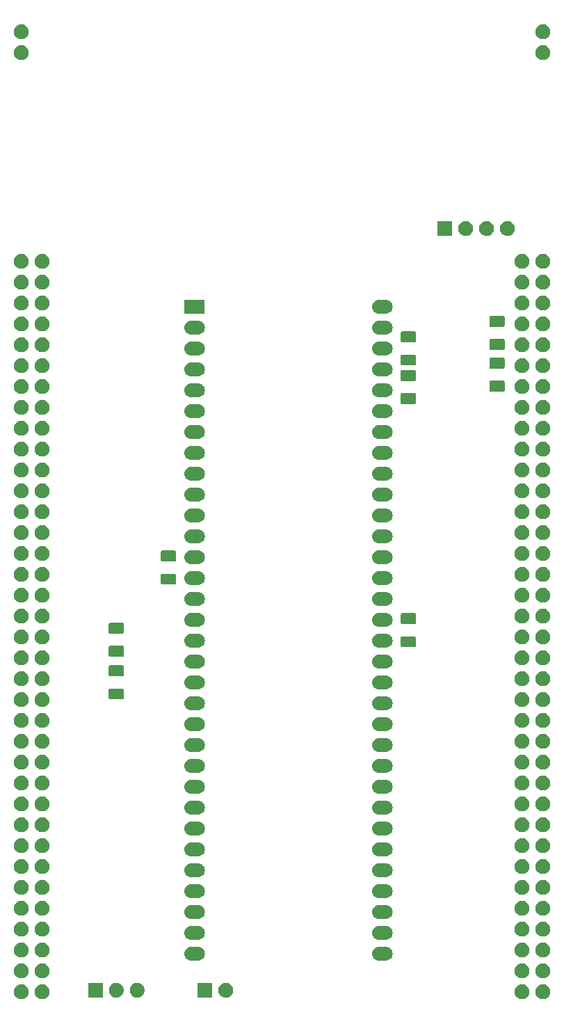
<source format=gbr>
G04 #@! TF.GenerationSoftware,KiCad,Pcbnew,(5.1.5)-2*
G04 #@! TF.CreationDate,2020-04-04T15:42:32+11:00*
G04 #@! TF.ProjectId,M68K-Nucleo,4d36384b-2d4e-4756-936c-656f2e6b6963,rev?*
G04 #@! TF.SameCoordinates,Original*
G04 #@! TF.FileFunction,Soldermask,Top*
G04 #@! TF.FilePolarity,Negative*
%FSLAX46Y46*%
G04 Gerber Fmt 4.6, Leading zero omitted, Abs format (unit mm)*
G04 Created by KiCad (PCBNEW (5.1.5)-2) date 2020-04-04 15:42:32*
%MOMM*%
%LPD*%
G04 APERTURE LIST*
%ADD10C,0.100000*%
G04 APERTURE END LIST*
D10*
G36*
X105383512Y-152963927D02*
G01*
X105532812Y-152993624D01*
X105696784Y-153061544D01*
X105844354Y-153160147D01*
X105969853Y-153285646D01*
X106068456Y-153433216D01*
X106136376Y-153597188D01*
X106171000Y-153771259D01*
X106171000Y-153948741D01*
X106136376Y-154122812D01*
X106068456Y-154286784D01*
X105969853Y-154434354D01*
X105844354Y-154559853D01*
X105696784Y-154658456D01*
X105532812Y-154726376D01*
X105383512Y-154756073D01*
X105358742Y-154761000D01*
X105181258Y-154761000D01*
X105156488Y-154756073D01*
X105007188Y-154726376D01*
X104843216Y-154658456D01*
X104695646Y-154559853D01*
X104570147Y-154434354D01*
X104471544Y-154286784D01*
X104403624Y-154122812D01*
X104369000Y-153948741D01*
X104369000Y-153771259D01*
X104403624Y-153597188D01*
X104471544Y-153433216D01*
X104570147Y-153285646D01*
X104695646Y-153160147D01*
X104843216Y-153061544D01*
X105007188Y-152993624D01*
X105156488Y-152963927D01*
X105181258Y-152959000D01*
X105358742Y-152959000D01*
X105383512Y-152963927D01*
G37*
G36*
X163803512Y-152963927D02*
G01*
X163952812Y-152993624D01*
X164116784Y-153061544D01*
X164264354Y-153160147D01*
X164389853Y-153285646D01*
X164488456Y-153433216D01*
X164556376Y-153597188D01*
X164591000Y-153771259D01*
X164591000Y-153948741D01*
X164556376Y-154122812D01*
X164488456Y-154286784D01*
X164389853Y-154434354D01*
X164264354Y-154559853D01*
X164116784Y-154658456D01*
X163952812Y-154726376D01*
X163803512Y-154756073D01*
X163778742Y-154761000D01*
X163601258Y-154761000D01*
X163576488Y-154756073D01*
X163427188Y-154726376D01*
X163263216Y-154658456D01*
X163115646Y-154559853D01*
X162990147Y-154434354D01*
X162891544Y-154286784D01*
X162823624Y-154122812D01*
X162789000Y-153948741D01*
X162789000Y-153771259D01*
X162823624Y-153597188D01*
X162891544Y-153433216D01*
X162990147Y-153285646D01*
X163115646Y-153160147D01*
X163263216Y-153061544D01*
X163427188Y-152993624D01*
X163576488Y-152963927D01*
X163601258Y-152959000D01*
X163778742Y-152959000D01*
X163803512Y-152963927D01*
G37*
G36*
X166343512Y-152963927D02*
G01*
X166492812Y-152993624D01*
X166656784Y-153061544D01*
X166804354Y-153160147D01*
X166929853Y-153285646D01*
X167028456Y-153433216D01*
X167096376Y-153597188D01*
X167131000Y-153771259D01*
X167131000Y-153948741D01*
X167096376Y-154122812D01*
X167028456Y-154286784D01*
X166929853Y-154434354D01*
X166804354Y-154559853D01*
X166656784Y-154658456D01*
X166492812Y-154726376D01*
X166343512Y-154756073D01*
X166318742Y-154761000D01*
X166141258Y-154761000D01*
X166116488Y-154756073D01*
X165967188Y-154726376D01*
X165803216Y-154658456D01*
X165655646Y-154559853D01*
X165530147Y-154434354D01*
X165431544Y-154286784D01*
X165363624Y-154122812D01*
X165329000Y-153948741D01*
X165329000Y-153771259D01*
X165363624Y-153597188D01*
X165431544Y-153433216D01*
X165530147Y-153285646D01*
X165655646Y-153160147D01*
X165803216Y-153061544D01*
X165967188Y-152993624D01*
X166116488Y-152963927D01*
X166141258Y-152959000D01*
X166318742Y-152959000D01*
X166343512Y-152963927D01*
G37*
G36*
X102843512Y-152963927D02*
G01*
X102992812Y-152993624D01*
X103156784Y-153061544D01*
X103304354Y-153160147D01*
X103429853Y-153285646D01*
X103528456Y-153433216D01*
X103596376Y-153597188D01*
X103631000Y-153771259D01*
X103631000Y-153948741D01*
X103596376Y-154122812D01*
X103528456Y-154286784D01*
X103429853Y-154434354D01*
X103304354Y-154559853D01*
X103156784Y-154658456D01*
X102992812Y-154726376D01*
X102843512Y-154756073D01*
X102818742Y-154761000D01*
X102641258Y-154761000D01*
X102616488Y-154756073D01*
X102467188Y-154726376D01*
X102303216Y-154658456D01*
X102155646Y-154559853D01*
X102030147Y-154434354D01*
X101931544Y-154286784D01*
X101863624Y-154122812D01*
X101829000Y-153948741D01*
X101829000Y-153771259D01*
X101863624Y-153597188D01*
X101931544Y-153433216D01*
X102030147Y-153285646D01*
X102155646Y-153160147D01*
X102303216Y-153061544D01*
X102467188Y-152993624D01*
X102616488Y-152963927D01*
X102641258Y-152959000D01*
X102818742Y-152959000D01*
X102843512Y-152963927D01*
G37*
G36*
X112661000Y-154571000D02*
G01*
X110859000Y-154571000D01*
X110859000Y-152769000D01*
X112661000Y-152769000D01*
X112661000Y-154571000D01*
G37*
G36*
X127748512Y-152773927D02*
G01*
X127897812Y-152803624D01*
X128061784Y-152871544D01*
X128209354Y-152970147D01*
X128334853Y-153095646D01*
X128433456Y-153243216D01*
X128501376Y-153407188D01*
X128536000Y-153581259D01*
X128536000Y-153758741D01*
X128501376Y-153932812D01*
X128433456Y-154096784D01*
X128334853Y-154244354D01*
X128209354Y-154369853D01*
X128061784Y-154468456D01*
X127897812Y-154536376D01*
X127748512Y-154566073D01*
X127723742Y-154571000D01*
X127546258Y-154571000D01*
X127521488Y-154566073D01*
X127372188Y-154536376D01*
X127208216Y-154468456D01*
X127060646Y-154369853D01*
X126935147Y-154244354D01*
X126836544Y-154096784D01*
X126768624Y-153932812D01*
X126734000Y-153758741D01*
X126734000Y-153581259D01*
X126768624Y-153407188D01*
X126836544Y-153243216D01*
X126935147Y-153095646D01*
X127060646Y-152970147D01*
X127208216Y-152871544D01*
X127372188Y-152803624D01*
X127521488Y-152773927D01*
X127546258Y-152769000D01*
X127723742Y-152769000D01*
X127748512Y-152773927D01*
G37*
G36*
X125996000Y-154571000D02*
G01*
X124194000Y-154571000D01*
X124194000Y-152769000D01*
X125996000Y-152769000D01*
X125996000Y-154571000D01*
G37*
G36*
X114413512Y-152773927D02*
G01*
X114562812Y-152803624D01*
X114726784Y-152871544D01*
X114874354Y-152970147D01*
X114999853Y-153095646D01*
X115098456Y-153243216D01*
X115166376Y-153407188D01*
X115201000Y-153581259D01*
X115201000Y-153758741D01*
X115166376Y-153932812D01*
X115098456Y-154096784D01*
X114999853Y-154244354D01*
X114874354Y-154369853D01*
X114726784Y-154468456D01*
X114562812Y-154536376D01*
X114413512Y-154566073D01*
X114388742Y-154571000D01*
X114211258Y-154571000D01*
X114186488Y-154566073D01*
X114037188Y-154536376D01*
X113873216Y-154468456D01*
X113725646Y-154369853D01*
X113600147Y-154244354D01*
X113501544Y-154096784D01*
X113433624Y-153932812D01*
X113399000Y-153758741D01*
X113399000Y-153581259D01*
X113433624Y-153407188D01*
X113501544Y-153243216D01*
X113600147Y-153095646D01*
X113725646Y-152970147D01*
X113873216Y-152871544D01*
X114037188Y-152803624D01*
X114186488Y-152773927D01*
X114211258Y-152769000D01*
X114388742Y-152769000D01*
X114413512Y-152773927D01*
G37*
G36*
X116953512Y-152773927D02*
G01*
X117102812Y-152803624D01*
X117266784Y-152871544D01*
X117414354Y-152970147D01*
X117539853Y-153095646D01*
X117638456Y-153243216D01*
X117706376Y-153407188D01*
X117741000Y-153581259D01*
X117741000Y-153758741D01*
X117706376Y-153932812D01*
X117638456Y-154096784D01*
X117539853Y-154244354D01*
X117414354Y-154369853D01*
X117266784Y-154468456D01*
X117102812Y-154536376D01*
X116953512Y-154566073D01*
X116928742Y-154571000D01*
X116751258Y-154571000D01*
X116726488Y-154566073D01*
X116577188Y-154536376D01*
X116413216Y-154468456D01*
X116265646Y-154369853D01*
X116140147Y-154244354D01*
X116041544Y-154096784D01*
X115973624Y-153932812D01*
X115939000Y-153758741D01*
X115939000Y-153581259D01*
X115973624Y-153407188D01*
X116041544Y-153243216D01*
X116140147Y-153095646D01*
X116265646Y-152970147D01*
X116413216Y-152871544D01*
X116577188Y-152803624D01*
X116726488Y-152773927D01*
X116751258Y-152769000D01*
X116928742Y-152769000D01*
X116953512Y-152773927D01*
G37*
G36*
X102843512Y-150423927D02*
G01*
X102992812Y-150453624D01*
X103156784Y-150521544D01*
X103304354Y-150620147D01*
X103429853Y-150745646D01*
X103528456Y-150893216D01*
X103596376Y-151057188D01*
X103631000Y-151231259D01*
X103631000Y-151408741D01*
X103596376Y-151582812D01*
X103528456Y-151746784D01*
X103429853Y-151894354D01*
X103304354Y-152019853D01*
X103156784Y-152118456D01*
X102992812Y-152186376D01*
X102843512Y-152216073D01*
X102818742Y-152221000D01*
X102641258Y-152221000D01*
X102616488Y-152216073D01*
X102467188Y-152186376D01*
X102303216Y-152118456D01*
X102155646Y-152019853D01*
X102030147Y-151894354D01*
X101931544Y-151746784D01*
X101863624Y-151582812D01*
X101829000Y-151408741D01*
X101829000Y-151231259D01*
X101863624Y-151057188D01*
X101931544Y-150893216D01*
X102030147Y-150745646D01*
X102155646Y-150620147D01*
X102303216Y-150521544D01*
X102467188Y-150453624D01*
X102616488Y-150423927D01*
X102641258Y-150419000D01*
X102818742Y-150419000D01*
X102843512Y-150423927D01*
G37*
G36*
X105383512Y-150423927D02*
G01*
X105532812Y-150453624D01*
X105696784Y-150521544D01*
X105844354Y-150620147D01*
X105969853Y-150745646D01*
X106068456Y-150893216D01*
X106136376Y-151057188D01*
X106171000Y-151231259D01*
X106171000Y-151408741D01*
X106136376Y-151582812D01*
X106068456Y-151746784D01*
X105969853Y-151894354D01*
X105844354Y-152019853D01*
X105696784Y-152118456D01*
X105532812Y-152186376D01*
X105383512Y-152216073D01*
X105358742Y-152221000D01*
X105181258Y-152221000D01*
X105156488Y-152216073D01*
X105007188Y-152186376D01*
X104843216Y-152118456D01*
X104695646Y-152019853D01*
X104570147Y-151894354D01*
X104471544Y-151746784D01*
X104403624Y-151582812D01*
X104369000Y-151408741D01*
X104369000Y-151231259D01*
X104403624Y-151057188D01*
X104471544Y-150893216D01*
X104570147Y-150745646D01*
X104695646Y-150620147D01*
X104843216Y-150521544D01*
X105007188Y-150453624D01*
X105156488Y-150423927D01*
X105181258Y-150419000D01*
X105358742Y-150419000D01*
X105383512Y-150423927D01*
G37*
G36*
X163803512Y-150423927D02*
G01*
X163952812Y-150453624D01*
X164116784Y-150521544D01*
X164264354Y-150620147D01*
X164389853Y-150745646D01*
X164488456Y-150893216D01*
X164556376Y-151057188D01*
X164591000Y-151231259D01*
X164591000Y-151408741D01*
X164556376Y-151582812D01*
X164488456Y-151746784D01*
X164389853Y-151894354D01*
X164264354Y-152019853D01*
X164116784Y-152118456D01*
X163952812Y-152186376D01*
X163803512Y-152216073D01*
X163778742Y-152221000D01*
X163601258Y-152221000D01*
X163576488Y-152216073D01*
X163427188Y-152186376D01*
X163263216Y-152118456D01*
X163115646Y-152019853D01*
X162990147Y-151894354D01*
X162891544Y-151746784D01*
X162823624Y-151582812D01*
X162789000Y-151408741D01*
X162789000Y-151231259D01*
X162823624Y-151057188D01*
X162891544Y-150893216D01*
X162990147Y-150745646D01*
X163115646Y-150620147D01*
X163263216Y-150521544D01*
X163427188Y-150453624D01*
X163576488Y-150423927D01*
X163601258Y-150419000D01*
X163778742Y-150419000D01*
X163803512Y-150423927D01*
G37*
G36*
X166343512Y-150423927D02*
G01*
X166492812Y-150453624D01*
X166656784Y-150521544D01*
X166804354Y-150620147D01*
X166929853Y-150745646D01*
X167028456Y-150893216D01*
X167096376Y-151057188D01*
X167131000Y-151231259D01*
X167131000Y-151408741D01*
X167096376Y-151582812D01*
X167028456Y-151746784D01*
X166929853Y-151894354D01*
X166804354Y-152019853D01*
X166656784Y-152118456D01*
X166492812Y-152186376D01*
X166343512Y-152216073D01*
X166318742Y-152221000D01*
X166141258Y-152221000D01*
X166116488Y-152216073D01*
X165967188Y-152186376D01*
X165803216Y-152118456D01*
X165655646Y-152019853D01*
X165530147Y-151894354D01*
X165431544Y-151746784D01*
X165363624Y-151582812D01*
X165329000Y-151408741D01*
X165329000Y-151231259D01*
X165363624Y-151057188D01*
X165431544Y-150893216D01*
X165530147Y-150745646D01*
X165655646Y-150620147D01*
X165803216Y-150521544D01*
X165967188Y-150453624D01*
X166116488Y-150423927D01*
X166141258Y-150419000D01*
X166318742Y-150419000D01*
X166343512Y-150423927D01*
G37*
G36*
X124391823Y-148386313D02*
G01*
X124552242Y-148434976D01*
X124684906Y-148505886D01*
X124700078Y-148513996D01*
X124829659Y-148620341D01*
X124936004Y-148749922D01*
X124936005Y-148749924D01*
X125015024Y-148897758D01*
X125063687Y-149058177D01*
X125080117Y-149225000D01*
X125063687Y-149391823D01*
X125015024Y-149552242D01*
X125001012Y-149578456D01*
X124936004Y-149700078D01*
X124829659Y-149829659D01*
X124700078Y-149936004D01*
X124700076Y-149936005D01*
X124552242Y-150015024D01*
X124391823Y-150063687D01*
X124266804Y-150076000D01*
X123383196Y-150076000D01*
X123258177Y-150063687D01*
X123097758Y-150015024D01*
X122949924Y-149936005D01*
X122949922Y-149936004D01*
X122820341Y-149829659D01*
X122713996Y-149700078D01*
X122648988Y-149578456D01*
X122634976Y-149552242D01*
X122586313Y-149391823D01*
X122569883Y-149225000D01*
X122586313Y-149058177D01*
X122634976Y-148897758D01*
X122713995Y-148749924D01*
X122713996Y-148749922D01*
X122820341Y-148620341D01*
X122949922Y-148513996D01*
X122965094Y-148505886D01*
X123097758Y-148434976D01*
X123258177Y-148386313D01*
X123383196Y-148374000D01*
X124266804Y-148374000D01*
X124391823Y-148386313D01*
G37*
G36*
X147251823Y-148386313D02*
G01*
X147412242Y-148434976D01*
X147544906Y-148505886D01*
X147560078Y-148513996D01*
X147689659Y-148620341D01*
X147796004Y-148749922D01*
X147796005Y-148749924D01*
X147875024Y-148897758D01*
X147923687Y-149058177D01*
X147940117Y-149225000D01*
X147923687Y-149391823D01*
X147875024Y-149552242D01*
X147861012Y-149578456D01*
X147796004Y-149700078D01*
X147689659Y-149829659D01*
X147560078Y-149936004D01*
X147560076Y-149936005D01*
X147412242Y-150015024D01*
X147251823Y-150063687D01*
X147126804Y-150076000D01*
X146243196Y-150076000D01*
X146118177Y-150063687D01*
X145957758Y-150015024D01*
X145809924Y-149936005D01*
X145809922Y-149936004D01*
X145680341Y-149829659D01*
X145573996Y-149700078D01*
X145508988Y-149578456D01*
X145494976Y-149552242D01*
X145446313Y-149391823D01*
X145429883Y-149225000D01*
X145446313Y-149058177D01*
X145494976Y-148897758D01*
X145573995Y-148749924D01*
X145573996Y-148749922D01*
X145680341Y-148620341D01*
X145809922Y-148513996D01*
X145825094Y-148505886D01*
X145957758Y-148434976D01*
X146118177Y-148386313D01*
X146243196Y-148374000D01*
X147126804Y-148374000D01*
X147251823Y-148386313D01*
G37*
G36*
X102843512Y-147883927D02*
G01*
X102992812Y-147913624D01*
X103156784Y-147981544D01*
X103304354Y-148080147D01*
X103429853Y-148205646D01*
X103528456Y-148353216D01*
X103596376Y-148517188D01*
X103631000Y-148691259D01*
X103631000Y-148868741D01*
X103596376Y-149042812D01*
X103528456Y-149206784D01*
X103429853Y-149354354D01*
X103304354Y-149479853D01*
X103156784Y-149578456D01*
X102992812Y-149646376D01*
X102843512Y-149676073D01*
X102818742Y-149681000D01*
X102641258Y-149681000D01*
X102616488Y-149676073D01*
X102467188Y-149646376D01*
X102303216Y-149578456D01*
X102155646Y-149479853D01*
X102030147Y-149354354D01*
X101931544Y-149206784D01*
X101863624Y-149042812D01*
X101829000Y-148868741D01*
X101829000Y-148691259D01*
X101863624Y-148517188D01*
X101931544Y-148353216D01*
X102030147Y-148205646D01*
X102155646Y-148080147D01*
X102303216Y-147981544D01*
X102467188Y-147913624D01*
X102616488Y-147883927D01*
X102641258Y-147879000D01*
X102818742Y-147879000D01*
X102843512Y-147883927D01*
G37*
G36*
X166343512Y-147883927D02*
G01*
X166492812Y-147913624D01*
X166656784Y-147981544D01*
X166804354Y-148080147D01*
X166929853Y-148205646D01*
X167028456Y-148353216D01*
X167096376Y-148517188D01*
X167131000Y-148691259D01*
X167131000Y-148868741D01*
X167096376Y-149042812D01*
X167028456Y-149206784D01*
X166929853Y-149354354D01*
X166804354Y-149479853D01*
X166656784Y-149578456D01*
X166492812Y-149646376D01*
X166343512Y-149676073D01*
X166318742Y-149681000D01*
X166141258Y-149681000D01*
X166116488Y-149676073D01*
X165967188Y-149646376D01*
X165803216Y-149578456D01*
X165655646Y-149479853D01*
X165530147Y-149354354D01*
X165431544Y-149206784D01*
X165363624Y-149042812D01*
X165329000Y-148868741D01*
X165329000Y-148691259D01*
X165363624Y-148517188D01*
X165431544Y-148353216D01*
X165530147Y-148205646D01*
X165655646Y-148080147D01*
X165803216Y-147981544D01*
X165967188Y-147913624D01*
X166116488Y-147883927D01*
X166141258Y-147879000D01*
X166318742Y-147879000D01*
X166343512Y-147883927D01*
G37*
G36*
X163803512Y-147883927D02*
G01*
X163952812Y-147913624D01*
X164116784Y-147981544D01*
X164264354Y-148080147D01*
X164389853Y-148205646D01*
X164488456Y-148353216D01*
X164556376Y-148517188D01*
X164591000Y-148691259D01*
X164591000Y-148868741D01*
X164556376Y-149042812D01*
X164488456Y-149206784D01*
X164389853Y-149354354D01*
X164264354Y-149479853D01*
X164116784Y-149578456D01*
X163952812Y-149646376D01*
X163803512Y-149676073D01*
X163778742Y-149681000D01*
X163601258Y-149681000D01*
X163576488Y-149676073D01*
X163427188Y-149646376D01*
X163263216Y-149578456D01*
X163115646Y-149479853D01*
X162990147Y-149354354D01*
X162891544Y-149206784D01*
X162823624Y-149042812D01*
X162789000Y-148868741D01*
X162789000Y-148691259D01*
X162823624Y-148517188D01*
X162891544Y-148353216D01*
X162990147Y-148205646D01*
X163115646Y-148080147D01*
X163263216Y-147981544D01*
X163427188Y-147913624D01*
X163576488Y-147883927D01*
X163601258Y-147879000D01*
X163778742Y-147879000D01*
X163803512Y-147883927D01*
G37*
G36*
X105383512Y-147883927D02*
G01*
X105532812Y-147913624D01*
X105696784Y-147981544D01*
X105844354Y-148080147D01*
X105969853Y-148205646D01*
X106068456Y-148353216D01*
X106136376Y-148517188D01*
X106171000Y-148691259D01*
X106171000Y-148868741D01*
X106136376Y-149042812D01*
X106068456Y-149206784D01*
X105969853Y-149354354D01*
X105844354Y-149479853D01*
X105696784Y-149578456D01*
X105532812Y-149646376D01*
X105383512Y-149676073D01*
X105358742Y-149681000D01*
X105181258Y-149681000D01*
X105156488Y-149676073D01*
X105007188Y-149646376D01*
X104843216Y-149578456D01*
X104695646Y-149479853D01*
X104570147Y-149354354D01*
X104471544Y-149206784D01*
X104403624Y-149042812D01*
X104369000Y-148868741D01*
X104369000Y-148691259D01*
X104403624Y-148517188D01*
X104471544Y-148353216D01*
X104570147Y-148205646D01*
X104695646Y-148080147D01*
X104843216Y-147981544D01*
X105007188Y-147913624D01*
X105156488Y-147883927D01*
X105181258Y-147879000D01*
X105358742Y-147879000D01*
X105383512Y-147883927D01*
G37*
G36*
X124391823Y-145846313D02*
G01*
X124552242Y-145894976D01*
X124684906Y-145965886D01*
X124700078Y-145973996D01*
X124829659Y-146080341D01*
X124936004Y-146209922D01*
X124936005Y-146209924D01*
X125015024Y-146357758D01*
X125063687Y-146518177D01*
X125080117Y-146685000D01*
X125063687Y-146851823D01*
X125015024Y-147012242D01*
X125001012Y-147038456D01*
X124936004Y-147160078D01*
X124829659Y-147289659D01*
X124700078Y-147396004D01*
X124700076Y-147396005D01*
X124552242Y-147475024D01*
X124391823Y-147523687D01*
X124266804Y-147536000D01*
X123383196Y-147536000D01*
X123258177Y-147523687D01*
X123097758Y-147475024D01*
X122949924Y-147396005D01*
X122949922Y-147396004D01*
X122820341Y-147289659D01*
X122713996Y-147160078D01*
X122648988Y-147038456D01*
X122634976Y-147012242D01*
X122586313Y-146851823D01*
X122569883Y-146685000D01*
X122586313Y-146518177D01*
X122634976Y-146357758D01*
X122713995Y-146209924D01*
X122713996Y-146209922D01*
X122820341Y-146080341D01*
X122949922Y-145973996D01*
X122965094Y-145965886D01*
X123097758Y-145894976D01*
X123258177Y-145846313D01*
X123383196Y-145834000D01*
X124266804Y-145834000D01*
X124391823Y-145846313D01*
G37*
G36*
X147251823Y-145846313D02*
G01*
X147412242Y-145894976D01*
X147544906Y-145965886D01*
X147560078Y-145973996D01*
X147689659Y-146080341D01*
X147796004Y-146209922D01*
X147796005Y-146209924D01*
X147875024Y-146357758D01*
X147923687Y-146518177D01*
X147940117Y-146685000D01*
X147923687Y-146851823D01*
X147875024Y-147012242D01*
X147861012Y-147038456D01*
X147796004Y-147160078D01*
X147689659Y-147289659D01*
X147560078Y-147396004D01*
X147560076Y-147396005D01*
X147412242Y-147475024D01*
X147251823Y-147523687D01*
X147126804Y-147536000D01*
X146243196Y-147536000D01*
X146118177Y-147523687D01*
X145957758Y-147475024D01*
X145809924Y-147396005D01*
X145809922Y-147396004D01*
X145680341Y-147289659D01*
X145573996Y-147160078D01*
X145508988Y-147038456D01*
X145494976Y-147012242D01*
X145446313Y-146851823D01*
X145429883Y-146685000D01*
X145446313Y-146518177D01*
X145494976Y-146357758D01*
X145573995Y-146209924D01*
X145573996Y-146209922D01*
X145680341Y-146080341D01*
X145809922Y-145973996D01*
X145825094Y-145965886D01*
X145957758Y-145894976D01*
X146118177Y-145846313D01*
X146243196Y-145834000D01*
X147126804Y-145834000D01*
X147251823Y-145846313D01*
G37*
G36*
X163803512Y-145343927D02*
G01*
X163952812Y-145373624D01*
X164116784Y-145441544D01*
X164264354Y-145540147D01*
X164389853Y-145665646D01*
X164488456Y-145813216D01*
X164556376Y-145977188D01*
X164591000Y-146151259D01*
X164591000Y-146328741D01*
X164556376Y-146502812D01*
X164488456Y-146666784D01*
X164389853Y-146814354D01*
X164264354Y-146939853D01*
X164116784Y-147038456D01*
X163952812Y-147106376D01*
X163803512Y-147136073D01*
X163778742Y-147141000D01*
X163601258Y-147141000D01*
X163576488Y-147136073D01*
X163427188Y-147106376D01*
X163263216Y-147038456D01*
X163115646Y-146939853D01*
X162990147Y-146814354D01*
X162891544Y-146666784D01*
X162823624Y-146502812D01*
X162789000Y-146328741D01*
X162789000Y-146151259D01*
X162823624Y-145977188D01*
X162891544Y-145813216D01*
X162990147Y-145665646D01*
X163115646Y-145540147D01*
X163263216Y-145441544D01*
X163427188Y-145373624D01*
X163576488Y-145343927D01*
X163601258Y-145339000D01*
X163778742Y-145339000D01*
X163803512Y-145343927D01*
G37*
G36*
X102843512Y-145343927D02*
G01*
X102992812Y-145373624D01*
X103156784Y-145441544D01*
X103304354Y-145540147D01*
X103429853Y-145665646D01*
X103528456Y-145813216D01*
X103596376Y-145977188D01*
X103631000Y-146151259D01*
X103631000Y-146328741D01*
X103596376Y-146502812D01*
X103528456Y-146666784D01*
X103429853Y-146814354D01*
X103304354Y-146939853D01*
X103156784Y-147038456D01*
X102992812Y-147106376D01*
X102843512Y-147136073D01*
X102818742Y-147141000D01*
X102641258Y-147141000D01*
X102616488Y-147136073D01*
X102467188Y-147106376D01*
X102303216Y-147038456D01*
X102155646Y-146939853D01*
X102030147Y-146814354D01*
X101931544Y-146666784D01*
X101863624Y-146502812D01*
X101829000Y-146328741D01*
X101829000Y-146151259D01*
X101863624Y-145977188D01*
X101931544Y-145813216D01*
X102030147Y-145665646D01*
X102155646Y-145540147D01*
X102303216Y-145441544D01*
X102467188Y-145373624D01*
X102616488Y-145343927D01*
X102641258Y-145339000D01*
X102818742Y-145339000D01*
X102843512Y-145343927D01*
G37*
G36*
X105383512Y-145343927D02*
G01*
X105532812Y-145373624D01*
X105696784Y-145441544D01*
X105844354Y-145540147D01*
X105969853Y-145665646D01*
X106068456Y-145813216D01*
X106136376Y-145977188D01*
X106171000Y-146151259D01*
X106171000Y-146328741D01*
X106136376Y-146502812D01*
X106068456Y-146666784D01*
X105969853Y-146814354D01*
X105844354Y-146939853D01*
X105696784Y-147038456D01*
X105532812Y-147106376D01*
X105383512Y-147136073D01*
X105358742Y-147141000D01*
X105181258Y-147141000D01*
X105156488Y-147136073D01*
X105007188Y-147106376D01*
X104843216Y-147038456D01*
X104695646Y-146939853D01*
X104570147Y-146814354D01*
X104471544Y-146666784D01*
X104403624Y-146502812D01*
X104369000Y-146328741D01*
X104369000Y-146151259D01*
X104403624Y-145977188D01*
X104471544Y-145813216D01*
X104570147Y-145665646D01*
X104695646Y-145540147D01*
X104843216Y-145441544D01*
X105007188Y-145373624D01*
X105156488Y-145343927D01*
X105181258Y-145339000D01*
X105358742Y-145339000D01*
X105383512Y-145343927D01*
G37*
G36*
X166343512Y-145343927D02*
G01*
X166492812Y-145373624D01*
X166656784Y-145441544D01*
X166804354Y-145540147D01*
X166929853Y-145665646D01*
X167028456Y-145813216D01*
X167096376Y-145977188D01*
X167131000Y-146151259D01*
X167131000Y-146328741D01*
X167096376Y-146502812D01*
X167028456Y-146666784D01*
X166929853Y-146814354D01*
X166804354Y-146939853D01*
X166656784Y-147038456D01*
X166492812Y-147106376D01*
X166343512Y-147136073D01*
X166318742Y-147141000D01*
X166141258Y-147141000D01*
X166116488Y-147136073D01*
X165967188Y-147106376D01*
X165803216Y-147038456D01*
X165655646Y-146939853D01*
X165530147Y-146814354D01*
X165431544Y-146666784D01*
X165363624Y-146502812D01*
X165329000Y-146328741D01*
X165329000Y-146151259D01*
X165363624Y-145977188D01*
X165431544Y-145813216D01*
X165530147Y-145665646D01*
X165655646Y-145540147D01*
X165803216Y-145441544D01*
X165967188Y-145373624D01*
X166116488Y-145343927D01*
X166141258Y-145339000D01*
X166318742Y-145339000D01*
X166343512Y-145343927D01*
G37*
G36*
X147251823Y-143306313D02*
G01*
X147412242Y-143354976D01*
X147544906Y-143425886D01*
X147560078Y-143433996D01*
X147689659Y-143540341D01*
X147796004Y-143669922D01*
X147796005Y-143669924D01*
X147875024Y-143817758D01*
X147923687Y-143978177D01*
X147940117Y-144145000D01*
X147923687Y-144311823D01*
X147875024Y-144472242D01*
X147861012Y-144498456D01*
X147796004Y-144620078D01*
X147689659Y-144749659D01*
X147560078Y-144856004D01*
X147560076Y-144856005D01*
X147412242Y-144935024D01*
X147251823Y-144983687D01*
X147126804Y-144996000D01*
X146243196Y-144996000D01*
X146118177Y-144983687D01*
X145957758Y-144935024D01*
X145809924Y-144856005D01*
X145809922Y-144856004D01*
X145680341Y-144749659D01*
X145573996Y-144620078D01*
X145508988Y-144498456D01*
X145494976Y-144472242D01*
X145446313Y-144311823D01*
X145429883Y-144145000D01*
X145446313Y-143978177D01*
X145494976Y-143817758D01*
X145573995Y-143669924D01*
X145573996Y-143669922D01*
X145680341Y-143540341D01*
X145809922Y-143433996D01*
X145825094Y-143425886D01*
X145957758Y-143354976D01*
X146118177Y-143306313D01*
X146243196Y-143294000D01*
X147126804Y-143294000D01*
X147251823Y-143306313D01*
G37*
G36*
X124391823Y-143306313D02*
G01*
X124552242Y-143354976D01*
X124684906Y-143425886D01*
X124700078Y-143433996D01*
X124829659Y-143540341D01*
X124936004Y-143669922D01*
X124936005Y-143669924D01*
X125015024Y-143817758D01*
X125063687Y-143978177D01*
X125080117Y-144145000D01*
X125063687Y-144311823D01*
X125015024Y-144472242D01*
X125001012Y-144498456D01*
X124936004Y-144620078D01*
X124829659Y-144749659D01*
X124700078Y-144856004D01*
X124700076Y-144856005D01*
X124552242Y-144935024D01*
X124391823Y-144983687D01*
X124266804Y-144996000D01*
X123383196Y-144996000D01*
X123258177Y-144983687D01*
X123097758Y-144935024D01*
X122949924Y-144856005D01*
X122949922Y-144856004D01*
X122820341Y-144749659D01*
X122713996Y-144620078D01*
X122648988Y-144498456D01*
X122634976Y-144472242D01*
X122586313Y-144311823D01*
X122569883Y-144145000D01*
X122586313Y-143978177D01*
X122634976Y-143817758D01*
X122713995Y-143669924D01*
X122713996Y-143669922D01*
X122820341Y-143540341D01*
X122949922Y-143433996D01*
X122965094Y-143425886D01*
X123097758Y-143354976D01*
X123258177Y-143306313D01*
X123383196Y-143294000D01*
X124266804Y-143294000D01*
X124391823Y-143306313D01*
G37*
G36*
X166343512Y-142803927D02*
G01*
X166492812Y-142833624D01*
X166656784Y-142901544D01*
X166804354Y-143000147D01*
X166929853Y-143125646D01*
X167028456Y-143273216D01*
X167096376Y-143437188D01*
X167131000Y-143611259D01*
X167131000Y-143788741D01*
X167096376Y-143962812D01*
X167028456Y-144126784D01*
X166929853Y-144274354D01*
X166804354Y-144399853D01*
X166656784Y-144498456D01*
X166492812Y-144566376D01*
X166343512Y-144596073D01*
X166318742Y-144601000D01*
X166141258Y-144601000D01*
X166116488Y-144596073D01*
X165967188Y-144566376D01*
X165803216Y-144498456D01*
X165655646Y-144399853D01*
X165530147Y-144274354D01*
X165431544Y-144126784D01*
X165363624Y-143962812D01*
X165329000Y-143788741D01*
X165329000Y-143611259D01*
X165363624Y-143437188D01*
X165431544Y-143273216D01*
X165530147Y-143125646D01*
X165655646Y-143000147D01*
X165803216Y-142901544D01*
X165967188Y-142833624D01*
X166116488Y-142803927D01*
X166141258Y-142799000D01*
X166318742Y-142799000D01*
X166343512Y-142803927D01*
G37*
G36*
X163803512Y-142803927D02*
G01*
X163952812Y-142833624D01*
X164116784Y-142901544D01*
X164264354Y-143000147D01*
X164389853Y-143125646D01*
X164488456Y-143273216D01*
X164556376Y-143437188D01*
X164591000Y-143611259D01*
X164591000Y-143788741D01*
X164556376Y-143962812D01*
X164488456Y-144126784D01*
X164389853Y-144274354D01*
X164264354Y-144399853D01*
X164116784Y-144498456D01*
X163952812Y-144566376D01*
X163803512Y-144596073D01*
X163778742Y-144601000D01*
X163601258Y-144601000D01*
X163576488Y-144596073D01*
X163427188Y-144566376D01*
X163263216Y-144498456D01*
X163115646Y-144399853D01*
X162990147Y-144274354D01*
X162891544Y-144126784D01*
X162823624Y-143962812D01*
X162789000Y-143788741D01*
X162789000Y-143611259D01*
X162823624Y-143437188D01*
X162891544Y-143273216D01*
X162990147Y-143125646D01*
X163115646Y-143000147D01*
X163263216Y-142901544D01*
X163427188Y-142833624D01*
X163576488Y-142803927D01*
X163601258Y-142799000D01*
X163778742Y-142799000D01*
X163803512Y-142803927D01*
G37*
G36*
X105383512Y-142803927D02*
G01*
X105532812Y-142833624D01*
X105696784Y-142901544D01*
X105844354Y-143000147D01*
X105969853Y-143125646D01*
X106068456Y-143273216D01*
X106136376Y-143437188D01*
X106171000Y-143611259D01*
X106171000Y-143788741D01*
X106136376Y-143962812D01*
X106068456Y-144126784D01*
X105969853Y-144274354D01*
X105844354Y-144399853D01*
X105696784Y-144498456D01*
X105532812Y-144566376D01*
X105383512Y-144596073D01*
X105358742Y-144601000D01*
X105181258Y-144601000D01*
X105156488Y-144596073D01*
X105007188Y-144566376D01*
X104843216Y-144498456D01*
X104695646Y-144399853D01*
X104570147Y-144274354D01*
X104471544Y-144126784D01*
X104403624Y-143962812D01*
X104369000Y-143788741D01*
X104369000Y-143611259D01*
X104403624Y-143437188D01*
X104471544Y-143273216D01*
X104570147Y-143125646D01*
X104695646Y-143000147D01*
X104843216Y-142901544D01*
X105007188Y-142833624D01*
X105156488Y-142803927D01*
X105181258Y-142799000D01*
X105358742Y-142799000D01*
X105383512Y-142803927D01*
G37*
G36*
X102843512Y-142803927D02*
G01*
X102992812Y-142833624D01*
X103156784Y-142901544D01*
X103304354Y-143000147D01*
X103429853Y-143125646D01*
X103528456Y-143273216D01*
X103596376Y-143437188D01*
X103631000Y-143611259D01*
X103631000Y-143788741D01*
X103596376Y-143962812D01*
X103528456Y-144126784D01*
X103429853Y-144274354D01*
X103304354Y-144399853D01*
X103156784Y-144498456D01*
X102992812Y-144566376D01*
X102843512Y-144596073D01*
X102818742Y-144601000D01*
X102641258Y-144601000D01*
X102616488Y-144596073D01*
X102467188Y-144566376D01*
X102303216Y-144498456D01*
X102155646Y-144399853D01*
X102030147Y-144274354D01*
X101931544Y-144126784D01*
X101863624Y-143962812D01*
X101829000Y-143788741D01*
X101829000Y-143611259D01*
X101863624Y-143437188D01*
X101931544Y-143273216D01*
X102030147Y-143125646D01*
X102155646Y-143000147D01*
X102303216Y-142901544D01*
X102467188Y-142833624D01*
X102616488Y-142803927D01*
X102641258Y-142799000D01*
X102818742Y-142799000D01*
X102843512Y-142803927D01*
G37*
G36*
X147251823Y-140766313D02*
G01*
X147412242Y-140814976D01*
X147544906Y-140885886D01*
X147560078Y-140893996D01*
X147689659Y-141000341D01*
X147796004Y-141129922D01*
X147796005Y-141129924D01*
X147875024Y-141277758D01*
X147923687Y-141438177D01*
X147940117Y-141605000D01*
X147923687Y-141771823D01*
X147875024Y-141932242D01*
X147861012Y-141958456D01*
X147796004Y-142080078D01*
X147689659Y-142209659D01*
X147560078Y-142316004D01*
X147560076Y-142316005D01*
X147412242Y-142395024D01*
X147251823Y-142443687D01*
X147126804Y-142456000D01*
X146243196Y-142456000D01*
X146118177Y-142443687D01*
X145957758Y-142395024D01*
X145809924Y-142316005D01*
X145809922Y-142316004D01*
X145680341Y-142209659D01*
X145573996Y-142080078D01*
X145508988Y-141958456D01*
X145494976Y-141932242D01*
X145446313Y-141771823D01*
X145429883Y-141605000D01*
X145446313Y-141438177D01*
X145494976Y-141277758D01*
X145573995Y-141129924D01*
X145573996Y-141129922D01*
X145680341Y-141000341D01*
X145809922Y-140893996D01*
X145825094Y-140885886D01*
X145957758Y-140814976D01*
X146118177Y-140766313D01*
X146243196Y-140754000D01*
X147126804Y-140754000D01*
X147251823Y-140766313D01*
G37*
G36*
X124391823Y-140766313D02*
G01*
X124552242Y-140814976D01*
X124684906Y-140885886D01*
X124700078Y-140893996D01*
X124829659Y-141000341D01*
X124936004Y-141129922D01*
X124936005Y-141129924D01*
X125015024Y-141277758D01*
X125063687Y-141438177D01*
X125080117Y-141605000D01*
X125063687Y-141771823D01*
X125015024Y-141932242D01*
X125001012Y-141958456D01*
X124936004Y-142080078D01*
X124829659Y-142209659D01*
X124700078Y-142316004D01*
X124700076Y-142316005D01*
X124552242Y-142395024D01*
X124391823Y-142443687D01*
X124266804Y-142456000D01*
X123383196Y-142456000D01*
X123258177Y-142443687D01*
X123097758Y-142395024D01*
X122949924Y-142316005D01*
X122949922Y-142316004D01*
X122820341Y-142209659D01*
X122713996Y-142080078D01*
X122648988Y-141958456D01*
X122634976Y-141932242D01*
X122586313Y-141771823D01*
X122569883Y-141605000D01*
X122586313Y-141438177D01*
X122634976Y-141277758D01*
X122713995Y-141129924D01*
X122713996Y-141129922D01*
X122820341Y-141000341D01*
X122949922Y-140893996D01*
X122965094Y-140885886D01*
X123097758Y-140814976D01*
X123258177Y-140766313D01*
X123383196Y-140754000D01*
X124266804Y-140754000D01*
X124391823Y-140766313D01*
G37*
G36*
X102843512Y-140263927D02*
G01*
X102992812Y-140293624D01*
X103156784Y-140361544D01*
X103304354Y-140460147D01*
X103429853Y-140585646D01*
X103528456Y-140733216D01*
X103596376Y-140897188D01*
X103631000Y-141071259D01*
X103631000Y-141248741D01*
X103596376Y-141422812D01*
X103528456Y-141586784D01*
X103429853Y-141734354D01*
X103304354Y-141859853D01*
X103156784Y-141958456D01*
X102992812Y-142026376D01*
X102843512Y-142056073D01*
X102818742Y-142061000D01*
X102641258Y-142061000D01*
X102616488Y-142056073D01*
X102467188Y-142026376D01*
X102303216Y-141958456D01*
X102155646Y-141859853D01*
X102030147Y-141734354D01*
X101931544Y-141586784D01*
X101863624Y-141422812D01*
X101829000Y-141248741D01*
X101829000Y-141071259D01*
X101863624Y-140897188D01*
X101931544Y-140733216D01*
X102030147Y-140585646D01*
X102155646Y-140460147D01*
X102303216Y-140361544D01*
X102467188Y-140293624D01*
X102616488Y-140263927D01*
X102641258Y-140259000D01*
X102818742Y-140259000D01*
X102843512Y-140263927D01*
G37*
G36*
X166343512Y-140263927D02*
G01*
X166492812Y-140293624D01*
X166656784Y-140361544D01*
X166804354Y-140460147D01*
X166929853Y-140585646D01*
X167028456Y-140733216D01*
X167096376Y-140897188D01*
X167131000Y-141071259D01*
X167131000Y-141248741D01*
X167096376Y-141422812D01*
X167028456Y-141586784D01*
X166929853Y-141734354D01*
X166804354Y-141859853D01*
X166656784Y-141958456D01*
X166492812Y-142026376D01*
X166343512Y-142056073D01*
X166318742Y-142061000D01*
X166141258Y-142061000D01*
X166116488Y-142056073D01*
X165967188Y-142026376D01*
X165803216Y-141958456D01*
X165655646Y-141859853D01*
X165530147Y-141734354D01*
X165431544Y-141586784D01*
X165363624Y-141422812D01*
X165329000Y-141248741D01*
X165329000Y-141071259D01*
X165363624Y-140897188D01*
X165431544Y-140733216D01*
X165530147Y-140585646D01*
X165655646Y-140460147D01*
X165803216Y-140361544D01*
X165967188Y-140293624D01*
X166116488Y-140263927D01*
X166141258Y-140259000D01*
X166318742Y-140259000D01*
X166343512Y-140263927D01*
G37*
G36*
X105383512Y-140263927D02*
G01*
X105532812Y-140293624D01*
X105696784Y-140361544D01*
X105844354Y-140460147D01*
X105969853Y-140585646D01*
X106068456Y-140733216D01*
X106136376Y-140897188D01*
X106171000Y-141071259D01*
X106171000Y-141248741D01*
X106136376Y-141422812D01*
X106068456Y-141586784D01*
X105969853Y-141734354D01*
X105844354Y-141859853D01*
X105696784Y-141958456D01*
X105532812Y-142026376D01*
X105383512Y-142056073D01*
X105358742Y-142061000D01*
X105181258Y-142061000D01*
X105156488Y-142056073D01*
X105007188Y-142026376D01*
X104843216Y-141958456D01*
X104695646Y-141859853D01*
X104570147Y-141734354D01*
X104471544Y-141586784D01*
X104403624Y-141422812D01*
X104369000Y-141248741D01*
X104369000Y-141071259D01*
X104403624Y-140897188D01*
X104471544Y-140733216D01*
X104570147Y-140585646D01*
X104695646Y-140460147D01*
X104843216Y-140361544D01*
X105007188Y-140293624D01*
X105156488Y-140263927D01*
X105181258Y-140259000D01*
X105358742Y-140259000D01*
X105383512Y-140263927D01*
G37*
G36*
X163803512Y-140263927D02*
G01*
X163952812Y-140293624D01*
X164116784Y-140361544D01*
X164264354Y-140460147D01*
X164389853Y-140585646D01*
X164488456Y-140733216D01*
X164556376Y-140897188D01*
X164591000Y-141071259D01*
X164591000Y-141248741D01*
X164556376Y-141422812D01*
X164488456Y-141586784D01*
X164389853Y-141734354D01*
X164264354Y-141859853D01*
X164116784Y-141958456D01*
X163952812Y-142026376D01*
X163803512Y-142056073D01*
X163778742Y-142061000D01*
X163601258Y-142061000D01*
X163576488Y-142056073D01*
X163427188Y-142026376D01*
X163263216Y-141958456D01*
X163115646Y-141859853D01*
X162990147Y-141734354D01*
X162891544Y-141586784D01*
X162823624Y-141422812D01*
X162789000Y-141248741D01*
X162789000Y-141071259D01*
X162823624Y-140897188D01*
X162891544Y-140733216D01*
X162990147Y-140585646D01*
X163115646Y-140460147D01*
X163263216Y-140361544D01*
X163427188Y-140293624D01*
X163576488Y-140263927D01*
X163601258Y-140259000D01*
X163778742Y-140259000D01*
X163803512Y-140263927D01*
G37*
G36*
X124391823Y-138226313D02*
G01*
X124552242Y-138274976D01*
X124684906Y-138345886D01*
X124700078Y-138353996D01*
X124829659Y-138460341D01*
X124936004Y-138589922D01*
X124936005Y-138589924D01*
X125015024Y-138737758D01*
X125063687Y-138898177D01*
X125080117Y-139065000D01*
X125063687Y-139231823D01*
X125015024Y-139392242D01*
X125001012Y-139418456D01*
X124936004Y-139540078D01*
X124829659Y-139669659D01*
X124700078Y-139776004D01*
X124700076Y-139776005D01*
X124552242Y-139855024D01*
X124391823Y-139903687D01*
X124266804Y-139916000D01*
X123383196Y-139916000D01*
X123258177Y-139903687D01*
X123097758Y-139855024D01*
X122949924Y-139776005D01*
X122949922Y-139776004D01*
X122820341Y-139669659D01*
X122713996Y-139540078D01*
X122648988Y-139418456D01*
X122634976Y-139392242D01*
X122586313Y-139231823D01*
X122569883Y-139065000D01*
X122586313Y-138898177D01*
X122634976Y-138737758D01*
X122713995Y-138589924D01*
X122713996Y-138589922D01*
X122820341Y-138460341D01*
X122949922Y-138353996D01*
X122965094Y-138345886D01*
X123097758Y-138274976D01*
X123258177Y-138226313D01*
X123383196Y-138214000D01*
X124266804Y-138214000D01*
X124391823Y-138226313D01*
G37*
G36*
X147251823Y-138226313D02*
G01*
X147412242Y-138274976D01*
X147544906Y-138345886D01*
X147560078Y-138353996D01*
X147689659Y-138460341D01*
X147796004Y-138589922D01*
X147796005Y-138589924D01*
X147875024Y-138737758D01*
X147923687Y-138898177D01*
X147940117Y-139065000D01*
X147923687Y-139231823D01*
X147875024Y-139392242D01*
X147861012Y-139418456D01*
X147796004Y-139540078D01*
X147689659Y-139669659D01*
X147560078Y-139776004D01*
X147560076Y-139776005D01*
X147412242Y-139855024D01*
X147251823Y-139903687D01*
X147126804Y-139916000D01*
X146243196Y-139916000D01*
X146118177Y-139903687D01*
X145957758Y-139855024D01*
X145809924Y-139776005D01*
X145809922Y-139776004D01*
X145680341Y-139669659D01*
X145573996Y-139540078D01*
X145508988Y-139418456D01*
X145494976Y-139392242D01*
X145446313Y-139231823D01*
X145429883Y-139065000D01*
X145446313Y-138898177D01*
X145494976Y-138737758D01*
X145573995Y-138589924D01*
X145573996Y-138589922D01*
X145680341Y-138460341D01*
X145809922Y-138353996D01*
X145825094Y-138345886D01*
X145957758Y-138274976D01*
X146118177Y-138226313D01*
X146243196Y-138214000D01*
X147126804Y-138214000D01*
X147251823Y-138226313D01*
G37*
G36*
X163803512Y-137723927D02*
G01*
X163952812Y-137753624D01*
X164116784Y-137821544D01*
X164264354Y-137920147D01*
X164389853Y-138045646D01*
X164488456Y-138193216D01*
X164556376Y-138357188D01*
X164591000Y-138531259D01*
X164591000Y-138708741D01*
X164556376Y-138882812D01*
X164488456Y-139046784D01*
X164389853Y-139194354D01*
X164264354Y-139319853D01*
X164116784Y-139418456D01*
X163952812Y-139486376D01*
X163803512Y-139516073D01*
X163778742Y-139521000D01*
X163601258Y-139521000D01*
X163576488Y-139516073D01*
X163427188Y-139486376D01*
X163263216Y-139418456D01*
X163115646Y-139319853D01*
X162990147Y-139194354D01*
X162891544Y-139046784D01*
X162823624Y-138882812D01*
X162789000Y-138708741D01*
X162789000Y-138531259D01*
X162823624Y-138357188D01*
X162891544Y-138193216D01*
X162990147Y-138045646D01*
X163115646Y-137920147D01*
X163263216Y-137821544D01*
X163427188Y-137753624D01*
X163576488Y-137723927D01*
X163601258Y-137719000D01*
X163778742Y-137719000D01*
X163803512Y-137723927D01*
G37*
G36*
X105383512Y-137723927D02*
G01*
X105532812Y-137753624D01*
X105696784Y-137821544D01*
X105844354Y-137920147D01*
X105969853Y-138045646D01*
X106068456Y-138193216D01*
X106136376Y-138357188D01*
X106171000Y-138531259D01*
X106171000Y-138708741D01*
X106136376Y-138882812D01*
X106068456Y-139046784D01*
X105969853Y-139194354D01*
X105844354Y-139319853D01*
X105696784Y-139418456D01*
X105532812Y-139486376D01*
X105383512Y-139516073D01*
X105358742Y-139521000D01*
X105181258Y-139521000D01*
X105156488Y-139516073D01*
X105007188Y-139486376D01*
X104843216Y-139418456D01*
X104695646Y-139319853D01*
X104570147Y-139194354D01*
X104471544Y-139046784D01*
X104403624Y-138882812D01*
X104369000Y-138708741D01*
X104369000Y-138531259D01*
X104403624Y-138357188D01*
X104471544Y-138193216D01*
X104570147Y-138045646D01*
X104695646Y-137920147D01*
X104843216Y-137821544D01*
X105007188Y-137753624D01*
X105156488Y-137723927D01*
X105181258Y-137719000D01*
X105358742Y-137719000D01*
X105383512Y-137723927D01*
G37*
G36*
X166343512Y-137723927D02*
G01*
X166492812Y-137753624D01*
X166656784Y-137821544D01*
X166804354Y-137920147D01*
X166929853Y-138045646D01*
X167028456Y-138193216D01*
X167096376Y-138357188D01*
X167131000Y-138531259D01*
X167131000Y-138708741D01*
X167096376Y-138882812D01*
X167028456Y-139046784D01*
X166929853Y-139194354D01*
X166804354Y-139319853D01*
X166656784Y-139418456D01*
X166492812Y-139486376D01*
X166343512Y-139516073D01*
X166318742Y-139521000D01*
X166141258Y-139521000D01*
X166116488Y-139516073D01*
X165967188Y-139486376D01*
X165803216Y-139418456D01*
X165655646Y-139319853D01*
X165530147Y-139194354D01*
X165431544Y-139046784D01*
X165363624Y-138882812D01*
X165329000Y-138708741D01*
X165329000Y-138531259D01*
X165363624Y-138357188D01*
X165431544Y-138193216D01*
X165530147Y-138045646D01*
X165655646Y-137920147D01*
X165803216Y-137821544D01*
X165967188Y-137753624D01*
X166116488Y-137723927D01*
X166141258Y-137719000D01*
X166318742Y-137719000D01*
X166343512Y-137723927D01*
G37*
G36*
X102843512Y-137723927D02*
G01*
X102992812Y-137753624D01*
X103156784Y-137821544D01*
X103304354Y-137920147D01*
X103429853Y-138045646D01*
X103528456Y-138193216D01*
X103596376Y-138357188D01*
X103631000Y-138531259D01*
X103631000Y-138708741D01*
X103596376Y-138882812D01*
X103528456Y-139046784D01*
X103429853Y-139194354D01*
X103304354Y-139319853D01*
X103156784Y-139418456D01*
X102992812Y-139486376D01*
X102843512Y-139516073D01*
X102818742Y-139521000D01*
X102641258Y-139521000D01*
X102616488Y-139516073D01*
X102467188Y-139486376D01*
X102303216Y-139418456D01*
X102155646Y-139319853D01*
X102030147Y-139194354D01*
X101931544Y-139046784D01*
X101863624Y-138882812D01*
X101829000Y-138708741D01*
X101829000Y-138531259D01*
X101863624Y-138357188D01*
X101931544Y-138193216D01*
X102030147Y-138045646D01*
X102155646Y-137920147D01*
X102303216Y-137821544D01*
X102467188Y-137753624D01*
X102616488Y-137723927D01*
X102641258Y-137719000D01*
X102818742Y-137719000D01*
X102843512Y-137723927D01*
G37*
G36*
X147251823Y-135686313D02*
G01*
X147412242Y-135734976D01*
X147544906Y-135805886D01*
X147560078Y-135813996D01*
X147689659Y-135920341D01*
X147796004Y-136049922D01*
X147796005Y-136049924D01*
X147875024Y-136197758D01*
X147923687Y-136358177D01*
X147940117Y-136525000D01*
X147923687Y-136691823D01*
X147875024Y-136852242D01*
X147861012Y-136878456D01*
X147796004Y-137000078D01*
X147689659Y-137129659D01*
X147560078Y-137236004D01*
X147560076Y-137236005D01*
X147412242Y-137315024D01*
X147251823Y-137363687D01*
X147126804Y-137376000D01*
X146243196Y-137376000D01*
X146118177Y-137363687D01*
X145957758Y-137315024D01*
X145809924Y-137236005D01*
X145809922Y-137236004D01*
X145680341Y-137129659D01*
X145573996Y-137000078D01*
X145508988Y-136878456D01*
X145494976Y-136852242D01*
X145446313Y-136691823D01*
X145429883Y-136525000D01*
X145446313Y-136358177D01*
X145494976Y-136197758D01*
X145573995Y-136049924D01*
X145573996Y-136049922D01*
X145680341Y-135920341D01*
X145809922Y-135813996D01*
X145825094Y-135805886D01*
X145957758Y-135734976D01*
X146118177Y-135686313D01*
X146243196Y-135674000D01*
X147126804Y-135674000D01*
X147251823Y-135686313D01*
G37*
G36*
X124391823Y-135686313D02*
G01*
X124552242Y-135734976D01*
X124684906Y-135805886D01*
X124700078Y-135813996D01*
X124829659Y-135920341D01*
X124936004Y-136049922D01*
X124936005Y-136049924D01*
X125015024Y-136197758D01*
X125063687Y-136358177D01*
X125080117Y-136525000D01*
X125063687Y-136691823D01*
X125015024Y-136852242D01*
X125001012Y-136878456D01*
X124936004Y-137000078D01*
X124829659Y-137129659D01*
X124700078Y-137236004D01*
X124700076Y-137236005D01*
X124552242Y-137315024D01*
X124391823Y-137363687D01*
X124266804Y-137376000D01*
X123383196Y-137376000D01*
X123258177Y-137363687D01*
X123097758Y-137315024D01*
X122949924Y-137236005D01*
X122949922Y-137236004D01*
X122820341Y-137129659D01*
X122713996Y-137000078D01*
X122648988Y-136878456D01*
X122634976Y-136852242D01*
X122586313Y-136691823D01*
X122569883Y-136525000D01*
X122586313Y-136358177D01*
X122634976Y-136197758D01*
X122713995Y-136049924D01*
X122713996Y-136049922D01*
X122820341Y-135920341D01*
X122949922Y-135813996D01*
X122965094Y-135805886D01*
X123097758Y-135734976D01*
X123258177Y-135686313D01*
X123383196Y-135674000D01*
X124266804Y-135674000D01*
X124391823Y-135686313D01*
G37*
G36*
X102843512Y-135183927D02*
G01*
X102992812Y-135213624D01*
X103156784Y-135281544D01*
X103304354Y-135380147D01*
X103429853Y-135505646D01*
X103528456Y-135653216D01*
X103596376Y-135817188D01*
X103631000Y-135991259D01*
X103631000Y-136168741D01*
X103596376Y-136342812D01*
X103528456Y-136506784D01*
X103429853Y-136654354D01*
X103304354Y-136779853D01*
X103156784Y-136878456D01*
X102992812Y-136946376D01*
X102843512Y-136976073D01*
X102818742Y-136981000D01*
X102641258Y-136981000D01*
X102616488Y-136976073D01*
X102467188Y-136946376D01*
X102303216Y-136878456D01*
X102155646Y-136779853D01*
X102030147Y-136654354D01*
X101931544Y-136506784D01*
X101863624Y-136342812D01*
X101829000Y-136168741D01*
X101829000Y-135991259D01*
X101863624Y-135817188D01*
X101931544Y-135653216D01*
X102030147Y-135505646D01*
X102155646Y-135380147D01*
X102303216Y-135281544D01*
X102467188Y-135213624D01*
X102616488Y-135183927D01*
X102641258Y-135179000D01*
X102818742Y-135179000D01*
X102843512Y-135183927D01*
G37*
G36*
X105383512Y-135183927D02*
G01*
X105532812Y-135213624D01*
X105696784Y-135281544D01*
X105844354Y-135380147D01*
X105969853Y-135505646D01*
X106068456Y-135653216D01*
X106136376Y-135817188D01*
X106171000Y-135991259D01*
X106171000Y-136168741D01*
X106136376Y-136342812D01*
X106068456Y-136506784D01*
X105969853Y-136654354D01*
X105844354Y-136779853D01*
X105696784Y-136878456D01*
X105532812Y-136946376D01*
X105383512Y-136976073D01*
X105358742Y-136981000D01*
X105181258Y-136981000D01*
X105156488Y-136976073D01*
X105007188Y-136946376D01*
X104843216Y-136878456D01*
X104695646Y-136779853D01*
X104570147Y-136654354D01*
X104471544Y-136506784D01*
X104403624Y-136342812D01*
X104369000Y-136168741D01*
X104369000Y-135991259D01*
X104403624Y-135817188D01*
X104471544Y-135653216D01*
X104570147Y-135505646D01*
X104695646Y-135380147D01*
X104843216Y-135281544D01*
X105007188Y-135213624D01*
X105156488Y-135183927D01*
X105181258Y-135179000D01*
X105358742Y-135179000D01*
X105383512Y-135183927D01*
G37*
G36*
X166343512Y-135183927D02*
G01*
X166492812Y-135213624D01*
X166656784Y-135281544D01*
X166804354Y-135380147D01*
X166929853Y-135505646D01*
X167028456Y-135653216D01*
X167096376Y-135817188D01*
X167131000Y-135991259D01*
X167131000Y-136168741D01*
X167096376Y-136342812D01*
X167028456Y-136506784D01*
X166929853Y-136654354D01*
X166804354Y-136779853D01*
X166656784Y-136878456D01*
X166492812Y-136946376D01*
X166343512Y-136976073D01*
X166318742Y-136981000D01*
X166141258Y-136981000D01*
X166116488Y-136976073D01*
X165967188Y-136946376D01*
X165803216Y-136878456D01*
X165655646Y-136779853D01*
X165530147Y-136654354D01*
X165431544Y-136506784D01*
X165363624Y-136342812D01*
X165329000Y-136168741D01*
X165329000Y-135991259D01*
X165363624Y-135817188D01*
X165431544Y-135653216D01*
X165530147Y-135505646D01*
X165655646Y-135380147D01*
X165803216Y-135281544D01*
X165967188Y-135213624D01*
X166116488Y-135183927D01*
X166141258Y-135179000D01*
X166318742Y-135179000D01*
X166343512Y-135183927D01*
G37*
G36*
X163803512Y-135183927D02*
G01*
X163952812Y-135213624D01*
X164116784Y-135281544D01*
X164264354Y-135380147D01*
X164389853Y-135505646D01*
X164488456Y-135653216D01*
X164556376Y-135817188D01*
X164591000Y-135991259D01*
X164591000Y-136168741D01*
X164556376Y-136342812D01*
X164488456Y-136506784D01*
X164389853Y-136654354D01*
X164264354Y-136779853D01*
X164116784Y-136878456D01*
X163952812Y-136946376D01*
X163803512Y-136976073D01*
X163778742Y-136981000D01*
X163601258Y-136981000D01*
X163576488Y-136976073D01*
X163427188Y-136946376D01*
X163263216Y-136878456D01*
X163115646Y-136779853D01*
X162990147Y-136654354D01*
X162891544Y-136506784D01*
X162823624Y-136342812D01*
X162789000Y-136168741D01*
X162789000Y-135991259D01*
X162823624Y-135817188D01*
X162891544Y-135653216D01*
X162990147Y-135505646D01*
X163115646Y-135380147D01*
X163263216Y-135281544D01*
X163427188Y-135213624D01*
X163576488Y-135183927D01*
X163601258Y-135179000D01*
X163778742Y-135179000D01*
X163803512Y-135183927D01*
G37*
G36*
X147251823Y-133146313D02*
G01*
X147412242Y-133194976D01*
X147544906Y-133265886D01*
X147560078Y-133273996D01*
X147689659Y-133380341D01*
X147796004Y-133509922D01*
X147796005Y-133509924D01*
X147875024Y-133657758D01*
X147923687Y-133818177D01*
X147940117Y-133985000D01*
X147923687Y-134151823D01*
X147875024Y-134312242D01*
X147861012Y-134338456D01*
X147796004Y-134460078D01*
X147689659Y-134589659D01*
X147560078Y-134696004D01*
X147560076Y-134696005D01*
X147412242Y-134775024D01*
X147251823Y-134823687D01*
X147126804Y-134836000D01*
X146243196Y-134836000D01*
X146118177Y-134823687D01*
X145957758Y-134775024D01*
X145809924Y-134696005D01*
X145809922Y-134696004D01*
X145680341Y-134589659D01*
X145573996Y-134460078D01*
X145508988Y-134338456D01*
X145494976Y-134312242D01*
X145446313Y-134151823D01*
X145429883Y-133985000D01*
X145446313Y-133818177D01*
X145494976Y-133657758D01*
X145573995Y-133509924D01*
X145573996Y-133509922D01*
X145680341Y-133380341D01*
X145809922Y-133273996D01*
X145825094Y-133265886D01*
X145957758Y-133194976D01*
X146118177Y-133146313D01*
X146243196Y-133134000D01*
X147126804Y-133134000D01*
X147251823Y-133146313D01*
G37*
G36*
X124391823Y-133146313D02*
G01*
X124552242Y-133194976D01*
X124684906Y-133265886D01*
X124700078Y-133273996D01*
X124829659Y-133380341D01*
X124936004Y-133509922D01*
X124936005Y-133509924D01*
X125015024Y-133657758D01*
X125063687Y-133818177D01*
X125080117Y-133985000D01*
X125063687Y-134151823D01*
X125015024Y-134312242D01*
X125001012Y-134338456D01*
X124936004Y-134460078D01*
X124829659Y-134589659D01*
X124700078Y-134696004D01*
X124700076Y-134696005D01*
X124552242Y-134775024D01*
X124391823Y-134823687D01*
X124266804Y-134836000D01*
X123383196Y-134836000D01*
X123258177Y-134823687D01*
X123097758Y-134775024D01*
X122949924Y-134696005D01*
X122949922Y-134696004D01*
X122820341Y-134589659D01*
X122713996Y-134460078D01*
X122648988Y-134338456D01*
X122634976Y-134312242D01*
X122586313Y-134151823D01*
X122569883Y-133985000D01*
X122586313Y-133818177D01*
X122634976Y-133657758D01*
X122713995Y-133509924D01*
X122713996Y-133509922D01*
X122820341Y-133380341D01*
X122949922Y-133273996D01*
X122965094Y-133265886D01*
X123097758Y-133194976D01*
X123258177Y-133146313D01*
X123383196Y-133134000D01*
X124266804Y-133134000D01*
X124391823Y-133146313D01*
G37*
G36*
X163803512Y-132643927D02*
G01*
X163952812Y-132673624D01*
X164116784Y-132741544D01*
X164264354Y-132840147D01*
X164389853Y-132965646D01*
X164488456Y-133113216D01*
X164556376Y-133277188D01*
X164591000Y-133451259D01*
X164591000Y-133628741D01*
X164556376Y-133802812D01*
X164488456Y-133966784D01*
X164389853Y-134114354D01*
X164264354Y-134239853D01*
X164116784Y-134338456D01*
X163952812Y-134406376D01*
X163803512Y-134436073D01*
X163778742Y-134441000D01*
X163601258Y-134441000D01*
X163576488Y-134436073D01*
X163427188Y-134406376D01*
X163263216Y-134338456D01*
X163115646Y-134239853D01*
X162990147Y-134114354D01*
X162891544Y-133966784D01*
X162823624Y-133802812D01*
X162789000Y-133628741D01*
X162789000Y-133451259D01*
X162823624Y-133277188D01*
X162891544Y-133113216D01*
X162990147Y-132965646D01*
X163115646Y-132840147D01*
X163263216Y-132741544D01*
X163427188Y-132673624D01*
X163576488Y-132643927D01*
X163601258Y-132639000D01*
X163778742Y-132639000D01*
X163803512Y-132643927D01*
G37*
G36*
X102843512Y-132643927D02*
G01*
X102992812Y-132673624D01*
X103156784Y-132741544D01*
X103304354Y-132840147D01*
X103429853Y-132965646D01*
X103528456Y-133113216D01*
X103596376Y-133277188D01*
X103631000Y-133451259D01*
X103631000Y-133628741D01*
X103596376Y-133802812D01*
X103528456Y-133966784D01*
X103429853Y-134114354D01*
X103304354Y-134239853D01*
X103156784Y-134338456D01*
X102992812Y-134406376D01*
X102843512Y-134436073D01*
X102818742Y-134441000D01*
X102641258Y-134441000D01*
X102616488Y-134436073D01*
X102467188Y-134406376D01*
X102303216Y-134338456D01*
X102155646Y-134239853D01*
X102030147Y-134114354D01*
X101931544Y-133966784D01*
X101863624Y-133802812D01*
X101829000Y-133628741D01*
X101829000Y-133451259D01*
X101863624Y-133277188D01*
X101931544Y-133113216D01*
X102030147Y-132965646D01*
X102155646Y-132840147D01*
X102303216Y-132741544D01*
X102467188Y-132673624D01*
X102616488Y-132643927D01*
X102641258Y-132639000D01*
X102818742Y-132639000D01*
X102843512Y-132643927D01*
G37*
G36*
X105383512Y-132643927D02*
G01*
X105532812Y-132673624D01*
X105696784Y-132741544D01*
X105844354Y-132840147D01*
X105969853Y-132965646D01*
X106068456Y-133113216D01*
X106136376Y-133277188D01*
X106171000Y-133451259D01*
X106171000Y-133628741D01*
X106136376Y-133802812D01*
X106068456Y-133966784D01*
X105969853Y-134114354D01*
X105844354Y-134239853D01*
X105696784Y-134338456D01*
X105532812Y-134406376D01*
X105383512Y-134436073D01*
X105358742Y-134441000D01*
X105181258Y-134441000D01*
X105156488Y-134436073D01*
X105007188Y-134406376D01*
X104843216Y-134338456D01*
X104695646Y-134239853D01*
X104570147Y-134114354D01*
X104471544Y-133966784D01*
X104403624Y-133802812D01*
X104369000Y-133628741D01*
X104369000Y-133451259D01*
X104403624Y-133277188D01*
X104471544Y-133113216D01*
X104570147Y-132965646D01*
X104695646Y-132840147D01*
X104843216Y-132741544D01*
X105007188Y-132673624D01*
X105156488Y-132643927D01*
X105181258Y-132639000D01*
X105358742Y-132639000D01*
X105383512Y-132643927D01*
G37*
G36*
X166343512Y-132643927D02*
G01*
X166492812Y-132673624D01*
X166656784Y-132741544D01*
X166804354Y-132840147D01*
X166929853Y-132965646D01*
X167028456Y-133113216D01*
X167096376Y-133277188D01*
X167131000Y-133451259D01*
X167131000Y-133628741D01*
X167096376Y-133802812D01*
X167028456Y-133966784D01*
X166929853Y-134114354D01*
X166804354Y-134239853D01*
X166656784Y-134338456D01*
X166492812Y-134406376D01*
X166343512Y-134436073D01*
X166318742Y-134441000D01*
X166141258Y-134441000D01*
X166116488Y-134436073D01*
X165967188Y-134406376D01*
X165803216Y-134338456D01*
X165655646Y-134239853D01*
X165530147Y-134114354D01*
X165431544Y-133966784D01*
X165363624Y-133802812D01*
X165329000Y-133628741D01*
X165329000Y-133451259D01*
X165363624Y-133277188D01*
X165431544Y-133113216D01*
X165530147Y-132965646D01*
X165655646Y-132840147D01*
X165803216Y-132741544D01*
X165967188Y-132673624D01*
X166116488Y-132643927D01*
X166141258Y-132639000D01*
X166318742Y-132639000D01*
X166343512Y-132643927D01*
G37*
G36*
X147251823Y-130606313D02*
G01*
X147412242Y-130654976D01*
X147544906Y-130725886D01*
X147560078Y-130733996D01*
X147689659Y-130840341D01*
X147796004Y-130969922D01*
X147796005Y-130969924D01*
X147875024Y-131117758D01*
X147923687Y-131278177D01*
X147940117Y-131445000D01*
X147923687Y-131611823D01*
X147875024Y-131772242D01*
X147861012Y-131798456D01*
X147796004Y-131920078D01*
X147689659Y-132049659D01*
X147560078Y-132156004D01*
X147560076Y-132156005D01*
X147412242Y-132235024D01*
X147251823Y-132283687D01*
X147126804Y-132296000D01*
X146243196Y-132296000D01*
X146118177Y-132283687D01*
X145957758Y-132235024D01*
X145809924Y-132156005D01*
X145809922Y-132156004D01*
X145680341Y-132049659D01*
X145573996Y-131920078D01*
X145508988Y-131798456D01*
X145494976Y-131772242D01*
X145446313Y-131611823D01*
X145429883Y-131445000D01*
X145446313Y-131278177D01*
X145494976Y-131117758D01*
X145573995Y-130969924D01*
X145573996Y-130969922D01*
X145680341Y-130840341D01*
X145809922Y-130733996D01*
X145825094Y-130725886D01*
X145957758Y-130654976D01*
X146118177Y-130606313D01*
X146243196Y-130594000D01*
X147126804Y-130594000D01*
X147251823Y-130606313D01*
G37*
G36*
X124391823Y-130606313D02*
G01*
X124552242Y-130654976D01*
X124684906Y-130725886D01*
X124700078Y-130733996D01*
X124829659Y-130840341D01*
X124936004Y-130969922D01*
X124936005Y-130969924D01*
X125015024Y-131117758D01*
X125063687Y-131278177D01*
X125080117Y-131445000D01*
X125063687Y-131611823D01*
X125015024Y-131772242D01*
X125001012Y-131798456D01*
X124936004Y-131920078D01*
X124829659Y-132049659D01*
X124700078Y-132156004D01*
X124700076Y-132156005D01*
X124552242Y-132235024D01*
X124391823Y-132283687D01*
X124266804Y-132296000D01*
X123383196Y-132296000D01*
X123258177Y-132283687D01*
X123097758Y-132235024D01*
X122949924Y-132156005D01*
X122949922Y-132156004D01*
X122820341Y-132049659D01*
X122713996Y-131920078D01*
X122648988Y-131798456D01*
X122634976Y-131772242D01*
X122586313Y-131611823D01*
X122569883Y-131445000D01*
X122586313Y-131278177D01*
X122634976Y-131117758D01*
X122713995Y-130969924D01*
X122713996Y-130969922D01*
X122820341Y-130840341D01*
X122949922Y-130733996D01*
X122965094Y-130725886D01*
X123097758Y-130654976D01*
X123258177Y-130606313D01*
X123383196Y-130594000D01*
X124266804Y-130594000D01*
X124391823Y-130606313D01*
G37*
G36*
X105383512Y-130103927D02*
G01*
X105532812Y-130133624D01*
X105696784Y-130201544D01*
X105844354Y-130300147D01*
X105969853Y-130425646D01*
X106068456Y-130573216D01*
X106136376Y-130737188D01*
X106171000Y-130911259D01*
X106171000Y-131088741D01*
X106136376Y-131262812D01*
X106068456Y-131426784D01*
X105969853Y-131574354D01*
X105844354Y-131699853D01*
X105696784Y-131798456D01*
X105532812Y-131866376D01*
X105383512Y-131896073D01*
X105358742Y-131901000D01*
X105181258Y-131901000D01*
X105156488Y-131896073D01*
X105007188Y-131866376D01*
X104843216Y-131798456D01*
X104695646Y-131699853D01*
X104570147Y-131574354D01*
X104471544Y-131426784D01*
X104403624Y-131262812D01*
X104369000Y-131088741D01*
X104369000Y-130911259D01*
X104403624Y-130737188D01*
X104471544Y-130573216D01*
X104570147Y-130425646D01*
X104695646Y-130300147D01*
X104843216Y-130201544D01*
X105007188Y-130133624D01*
X105156488Y-130103927D01*
X105181258Y-130099000D01*
X105358742Y-130099000D01*
X105383512Y-130103927D01*
G37*
G36*
X102843512Y-130103927D02*
G01*
X102992812Y-130133624D01*
X103156784Y-130201544D01*
X103304354Y-130300147D01*
X103429853Y-130425646D01*
X103528456Y-130573216D01*
X103596376Y-130737188D01*
X103631000Y-130911259D01*
X103631000Y-131088741D01*
X103596376Y-131262812D01*
X103528456Y-131426784D01*
X103429853Y-131574354D01*
X103304354Y-131699853D01*
X103156784Y-131798456D01*
X102992812Y-131866376D01*
X102843512Y-131896073D01*
X102818742Y-131901000D01*
X102641258Y-131901000D01*
X102616488Y-131896073D01*
X102467188Y-131866376D01*
X102303216Y-131798456D01*
X102155646Y-131699853D01*
X102030147Y-131574354D01*
X101931544Y-131426784D01*
X101863624Y-131262812D01*
X101829000Y-131088741D01*
X101829000Y-130911259D01*
X101863624Y-130737188D01*
X101931544Y-130573216D01*
X102030147Y-130425646D01*
X102155646Y-130300147D01*
X102303216Y-130201544D01*
X102467188Y-130133624D01*
X102616488Y-130103927D01*
X102641258Y-130099000D01*
X102818742Y-130099000D01*
X102843512Y-130103927D01*
G37*
G36*
X163803512Y-130103927D02*
G01*
X163952812Y-130133624D01*
X164116784Y-130201544D01*
X164264354Y-130300147D01*
X164389853Y-130425646D01*
X164488456Y-130573216D01*
X164556376Y-130737188D01*
X164591000Y-130911259D01*
X164591000Y-131088741D01*
X164556376Y-131262812D01*
X164488456Y-131426784D01*
X164389853Y-131574354D01*
X164264354Y-131699853D01*
X164116784Y-131798456D01*
X163952812Y-131866376D01*
X163803512Y-131896073D01*
X163778742Y-131901000D01*
X163601258Y-131901000D01*
X163576488Y-131896073D01*
X163427188Y-131866376D01*
X163263216Y-131798456D01*
X163115646Y-131699853D01*
X162990147Y-131574354D01*
X162891544Y-131426784D01*
X162823624Y-131262812D01*
X162789000Y-131088741D01*
X162789000Y-130911259D01*
X162823624Y-130737188D01*
X162891544Y-130573216D01*
X162990147Y-130425646D01*
X163115646Y-130300147D01*
X163263216Y-130201544D01*
X163427188Y-130133624D01*
X163576488Y-130103927D01*
X163601258Y-130099000D01*
X163778742Y-130099000D01*
X163803512Y-130103927D01*
G37*
G36*
X166343512Y-130103927D02*
G01*
X166492812Y-130133624D01*
X166656784Y-130201544D01*
X166804354Y-130300147D01*
X166929853Y-130425646D01*
X167028456Y-130573216D01*
X167096376Y-130737188D01*
X167131000Y-130911259D01*
X167131000Y-131088741D01*
X167096376Y-131262812D01*
X167028456Y-131426784D01*
X166929853Y-131574354D01*
X166804354Y-131699853D01*
X166656784Y-131798456D01*
X166492812Y-131866376D01*
X166343512Y-131896073D01*
X166318742Y-131901000D01*
X166141258Y-131901000D01*
X166116488Y-131896073D01*
X165967188Y-131866376D01*
X165803216Y-131798456D01*
X165655646Y-131699853D01*
X165530147Y-131574354D01*
X165431544Y-131426784D01*
X165363624Y-131262812D01*
X165329000Y-131088741D01*
X165329000Y-130911259D01*
X165363624Y-130737188D01*
X165431544Y-130573216D01*
X165530147Y-130425646D01*
X165655646Y-130300147D01*
X165803216Y-130201544D01*
X165967188Y-130133624D01*
X166116488Y-130103927D01*
X166141258Y-130099000D01*
X166318742Y-130099000D01*
X166343512Y-130103927D01*
G37*
G36*
X147251823Y-128066313D02*
G01*
X147412242Y-128114976D01*
X147544906Y-128185886D01*
X147560078Y-128193996D01*
X147689659Y-128300341D01*
X147796004Y-128429922D01*
X147796005Y-128429924D01*
X147875024Y-128577758D01*
X147923687Y-128738177D01*
X147940117Y-128905000D01*
X147923687Y-129071823D01*
X147875024Y-129232242D01*
X147861012Y-129258456D01*
X147796004Y-129380078D01*
X147689659Y-129509659D01*
X147560078Y-129616004D01*
X147560076Y-129616005D01*
X147412242Y-129695024D01*
X147251823Y-129743687D01*
X147126804Y-129756000D01*
X146243196Y-129756000D01*
X146118177Y-129743687D01*
X145957758Y-129695024D01*
X145809924Y-129616005D01*
X145809922Y-129616004D01*
X145680341Y-129509659D01*
X145573996Y-129380078D01*
X145508988Y-129258456D01*
X145494976Y-129232242D01*
X145446313Y-129071823D01*
X145429883Y-128905000D01*
X145446313Y-128738177D01*
X145494976Y-128577758D01*
X145573995Y-128429924D01*
X145573996Y-128429922D01*
X145680341Y-128300341D01*
X145809922Y-128193996D01*
X145825094Y-128185886D01*
X145957758Y-128114976D01*
X146118177Y-128066313D01*
X146243196Y-128054000D01*
X147126804Y-128054000D01*
X147251823Y-128066313D01*
G37*
G36*
X124391823Y-128066313D02*
G01*
X124552242Y-128114976D01*
X124684906Y-128185886D01*
X124700078Y-128193996D01*
X124829659Y-128300341D01*
X124936004Y-128429922D01*
X124936005Y-128429924D01*
X125015024Y-128577758D01*
X125063687Y-128738177D01*
X125080117Y-128905000D01*
X125063687Y-129071823D01*
X125015024Y-129232242D01*
X125001012Y-129258456D01*
X124936004Y-129380078D01*
X124829659Y-129509659D01*
X124700078Y-129616004D01*
X124700076Y-129616005D01*
X124552242Y-129695024D01*
X124391823Y-129743687D01*
X124266804Y-129756000D01*
X123383196Y-129756000D01*
X123258177Y-129743687D01*
X123097758Y-129695024D01*
X122949924Y-129616005D01*
X122949922Y-129616004D01*
X122820341Y-129509659D01*
X122713996Y-129380078D01*
X122648988Y-129258456D01*
X122634976Y-129232242D01*
X122586313Y-129071823D01*
X122569883Y-128905000D01*
X122586313Y-128738177D01*
X122634976Y-128577758D01*
X122713995Y-128429924D01*
X122713996Y-128429922D01*
X122820341Y-128300341D01*
X122949922Y-128193996D01*
X122965094Y-128185886D01*
X123097758Y-128114976D01*
X123258177Y-128066313D01*
X123383196Y-128054000D01*
X124266804Y-128054000D01*
X124391823Y-128066313D01*
G37*
G36*
X163803512Y-127563927D02*
G01*
X163952812Y-127593624D01*
X164116784Y-127661544D01*
X164264354Y-127760147D01*
X164389853Y-127885646D01*
X164488456Y-128033216D01*
X164556376Y-128197188D01*
X164591000Y-128371259D01*
X164591000Y-128548741D01*
X164556376Y-128722812D01*
X164488456Y-128886784D01*
X164389853Y-129034354D01*
X164264354Y-129159853D01*
X164116784Y-129258456D01*
X163952812Y-129326376D01*
X163803512Y-129356073D01*
X163778742Y-129361000D01*
X163601258Y-129361000D01*
X163576488Y-129356073D01*
X163427188Y-129326376D01*
X163263216Y-129258456D01*
X163115646Y-129159853D01*
X162990147Y-129034354D01*
X162891544Y-128886784D01*
X162823624Y-128722812D01*
X162789000Y-128548741D01*
X162789000Y-128371259D01*
X162823624Y-128197188D01*
X162891544Y-128033216D01*
X162990147Y-127885646D01*
X163115646Y-127760147D01*
X163263216Y-127661544D01*
X163427188Y-127593624D01*
X163576488Y-127563927D01*
X163601258Y-127559000D01*
X163778742Y-127559000D01*
X163803512Y-127563927D01*
G37*
G36*
X102843512Y-127563927D02*
G01*
X102992812Y-127593624D01*
X103156784Y-127661544D01*
X103304354Y-127760147D01*
X103429853Y-127885646D01*
X103528456Y-128033216D01*
X103596376Y-128197188D01*
X103631000Y-128371259D01*
X103631000Y-128548741D01*
X103596376Y-128722812D01*
X103528456Y-128886784D01*
X103429853Y-129034354D01*
X103304354Y-129159853D01*
X103156784Y-129258456D01*
X102992812Y-129326376D01*
X102843512Y-129356073D01*
X102818742Y-129361000D01*
X102641258Y-129361000D01*
X102616488Y-129356073D01*
X102467188Y-129326376D01*
X102303216Y-129258456D01*
X102155646Y-129159853D01*
X102030147Y-129034354D01*
X101931544Y-128886784D01*
X101863624Y-128722812D01*
X101829000Y-128548741D01*
X101829000Y-128371259D01*
X101863624Y-128197188D01*
X101931544Y-128033216D01*
X102030147Y-127885646D01*
X102155646Y-127760147D01*
X102303216Y-127661544D01*
X102467188Y-127593624D01*
X102616488Y-127563927D01*
X102641258Y-127559000D01*
X102818742Y-127559000D01*
X102843512Y-127563927D01*
G37*
G36*
X105383512Y-127563927D02*
G01*
X105532812Y-127593624D01*
X105696784Y-127661544D01*
X105844354Y-127760147D01*
X105969853Y-127885646D01*
X106068456Y-128033216D01*
X106136376Y-128197188D01*
X106171000Y-128371259D01*
X106171000Y-128548741D01*
X106136376Y-128722812D01*
X106068456Y-128886784D01*
X105969853Y-129034354D01*
X105844354Y-129159853D01*
X105696784Y-129258456D01*
X105532812Y-129326376D01*
X105383512Y-129356073D01*
X105358742Y-129361000D01*
X105181258Y-129361000D01*
X105156488Y-129356073D01*
X105007188Y-129326376D01*
X104843216Y-129258456D01*
X104695646Y-129159853D01*
X104570147Y-129034354D01*
X104471544Y-128886784D01*
X104403624Y-128722812D01*
X104369000Y-128548741D01*
X104369000Y-128371259D01*
X104403624Y-128197188D01*
X104471544Y-128033216D01*
X104570147Y-127885646D01*
X104695646Y-127760147D01*
X104843216Y-127661544D01*
X105007188Y-127593624D01*
X105156488Y-127563927D01*
X105181258Y-127559000D01*
X105358742Y-127559000D01*
X105383512Y-127563927D01*
G37*
G36*
X166343512Y-127563927D02*
G01*
X166492812Y-127593624D01*
X166656784Y-127661544D01*
X166804354Y-127760147D01*
X166929853Y-127885646D01*
X167028456Y-128033216D01*
X167096376Y-128197188D01*
X167131000Y-128371259D01*
X167131000Y-128548741D01*
X167096376Y-128722812D01*
X167028456Y-128886784D01*
X166929853Y-129034354D01*
X166804354Y-129159853D01*
X166656784Y-129258456D01*
X166492812Y-129326376D01*
X166343512Y-129356073D01*
X166318742Y-129361000D01*
X166141258Y-129361000D01*
X166116488Y-129356073D01*
X165967188Y-129326376D01*
X165803216Y-129258456D01*
X165655646Y-129159853D01*
X165530147Y-129034354D01*
X165431544Y-128886784D01*
X165363624Y-128722812D01*
X165329000Y-128548741D01*
X165329000Y-128371259D01*
X165363624Y-128197188D01*
X165431544Y-128033216D01*
X165530147Y-127885646D01*
X165655646Y-127760147D01*
X165803216Y-127661544D01*
X165967188Y-127593624D01*
X166116488Y-127563927D01*
X166141258Y-127559000D01*
X166318742Y-127559000D01*
X166343512Y-127563927D01*
G37*
G36*
X124391823Y-125526313D02*
G01*
X124552242Y-125574976D01*
X124684906Y-125645886D01*
X124700078Y-125653996D01*
X124829659Y-125760341D01*
X124936004Y-125889922D01*
X124936005Y-125889924D01*
X125015024Y-126037758D01*
X125063687Y-126198177D01*
X125080117Y-126365000D01*
X125063687Y-126531823D01*
X125015024Y-126692242D01*
X125001012Y-126718456D01*
X124936004Y-126840078D01*
X124829659Y-126969659D01*
X124700078Y-127076004D01*
X124700076Y-127076005D01*
X124552242Y-127155024D01*
X124391823Y-127203687D01*
X124266804Y-127216000D01*
X123383196Y-127216000D01*
X123258177Y-127203687D01*
X123097758Y-127155024D01*
X122949924Y-127076005D01*
X122949922Y-127076004D01*
X122820341Y-126969659D01*
X122713996Y-126840078D01*
X122648988Y-126718456D01*
X122634976Y-126692242D01*
X122586313Y-126531823D01*
X122569883Y-126365000D01*
X122586313Y-126198177D01*
X122634976Y-126037758D01*
X122713995Y-125889924D01*
X122713996Y-125889922D01*
X122820341Y-125760341D01*
X122949922Y-125653996D01*
X122965094Y-125645886D01*
X123097758Y-125574976D01*
X123258177Y-125526313D01*
X123383196Y-125514000D01*
X124266804Y-125514000D01*
X124391823Y-125526313D01*
G37*
G36*
X147251823Y-125526313D02*
G01*
X147412242Y-125574976D01*
X147544906Y-125645886D01*
X147560078Y-125653996D01*
X147689659Y-125760341D01*
X147796004Y-125889922D01*
X147796005Y-125889924D01*
X147875024Y-126037758D01*
X147923687Y-126198177D01*
X147940117Y-126365000D01*
X147923687Y-126531823D01*
X147875024Y-126692242D01*
X147861012Y-126718456D01*
X147796004Y-126840078D01*
X147689659Y-126969659D01*
X147560078Y-127076004D01*
X147560076Y-127076005D01*
X147412242Y-127155024D01*
X147251823Y-127203687D01*
X147126804Y-127216000D01*
X146243196Y-127216000D01*
X146118177Y-127203687D01*
X145957758Y-127155024D01*
X145809924Y-127076005D01*
X145809922Y-127076004D01*
X145680341Y-126969659D01*
X145573996Y-126840078D01*
X145508988Y-126718456D01*
X145494976Y-126692242D01*
X145446313Y-126531823D01*
X145429883Y-126365000D01*
X145446313Y-126198177D01*
X145494976Y-126037758D01*
X145573995Y-125889924D01*
X145573996Y-125889922D01*
X145680341Y-125760341D01*
X145809922Y-125653996D01*
X145825094Y-125645886D01*
X145957758Y-125574976D01*
X146118177Y-125526313D01*
X146243196Y-125514000D01*
X147126804Y-125514000D01*
X147251823Y-125526313D01*
G37*
G36*
X102843512Y-125023927D02*
G01*
X102992812Y-125053624D01*
X103156784Y-125121544D01*
X103304354Y-125220147D01*
X103429853Y-125345646D01*
X103528456Y-125493216D01*
X103596376Y-125657188D01*
X103631000Y-125831259D01*
X103631000Y-126008741D01*
X103596376Y-126182812D01*
X103528456Y-126346784D01*
X103429853Y-126494354D01*
X103304354Y-126619853D01*
X103156784Y-126718456D01*
X102992812Y-126786376D01*
X102843512Y-126816073D01*
X102818742Y-126821000D01*
X102641258Y-126821000D01*
X102616488Y-126816073D01*
X102467188Y-126786376D01*
X102303216Y-126718456D01*
X102155646Y-126619853D01*
X102030147Y-126494354D01*
X101931544Y-126346784D01*
X101863624Y-126182812D01*
X101829000Y-126008741D01*
X101829000Y-125831259D01*
X101863624Y-125657188D01*
X101931544Y-125493216D01*
X102030147Y-125345646D01*
X102155646Y-125220147D01*
X102303216Y-125121544D01*
X102467188Y-125053624D01*
X102616488Y-125023927D01*
X102641258Y-125019000D01*
X102818742Y-125019000D01*
X102843512Y-125023927D01*
G37*
G36*
X166343512Y-125023927D02*
G01*
X166492812Y-125053624D01*
X166656784Y-125121544D01*
X166804354Y-125220147D01*
X166929853Y-125345646D01*
X167028456Y-125493216D01*
X167096376Y-125657188D01*
X167131000Y-125831259D01*
X167131000Y-126008741D01*
X167096376Y-126182812D01*
X167028456Y-126346784D01*
X166929853Y-126494354D01*
X166804354Y-126619853D01*
X166656784Y-126718456D01*
X166492812Y-126786376D01*
X166343512Y-126816073D01*
X166318742Y-126821000D01*
X166141258Y-126821000D01*
X166116488Y-126816073D01*
X165967188Y-126786376D01*
X165803216Y-126718456D01*
X165655646Y-126619853D01*
X165530147Y-126494354D01*
X165431544Y-126346784D01*
X165363624Y-126182812D01*
X165329000Y-126008741D01*
X165329000Y-125831259D01*
X165363624Y-125657188D01*
X165431544Y-125493216D01*
X165530147Y-125345646D01*
X165655646Y-125220147D01*
X165803216Y-125121544D01*
X165967188Y-125053624D01*
X166116488Y-125023927D01*
X166141258Y-125019000D01*
X166318742Y-125019000D01*
X166343512Y-125023927D01*
G37*
G36*
X163803512Y-125023927D02*
G01*
X163952812Y-125053624D01*
X164116784Y-125121544D01*
X164264354Y-125220147D01*
X164389853Y-125345646D01*
X164488456Y-125493216D01*
X164556376Y-125657188D01*
X164591000Y-125831259D01*
X164591000Y-126008741D01*
X164556376Y-126182812D01*
X164488456Y-126346784D01*
X164389853Y-126494354D01*
X164264354Y-126619853D01*
X164116784Y-126718456D01*
X163952812Y-126786376D01*
X163803512Y-126816073D01*
X163778742Y-126821000D01*
X163601258Y-126821000D01*
X163576488Y-126816073D01*
X163427188Y-126786376D01*
X163263216Y-126718456D01*
X163115646Y-126619853D01*
X162990147Y-126494354D01*
X162891544Y-126346784D01*
X162823624Y-126182812D01*
X162789000Y-126008741D01*
X162789000Y-125831259D01*
X162823624Y-125657188D01*
X162891544Y-125493216D01*
X162990147Y-125345646D01*
X163115646Y-125220147D01*
X163263216Y-125121544D01*
X163427188Y-125053624D01*
X163576488Y-125023927D01*
X163601258Y-125019000D01*
X163778742Y-125019000D01*
X163803512Y-125023927D01*
G37*
G36*
X105383512Y-125023927D02*
G01*
X105532812Y-125053624D01*
X105696784Y-125121544D01*
X105844354Y-125220147D01*
X105969853Y-125345646D01*
X106068456Y-125493216D01*
X106136376Y-125657188D01*
X106171000Y-125831259D01*
X106171000Y-126008741D01*
X106136376Y-126182812D01*
X106068456Y-126346784D01*
X105969853Y-126494354D01*
X105844354Y-126619853D01*
X105696784Y-126718456D01*
X105532812Y-126786376D01*
X105383512Y-126816073D01*
X105358742Y-126821000D01*
X105181258Y-126821000D01*
X105156488Y-126816073D01*
X105007188Y-126786376D01*
X104843216Y-126718456D01*
X104695646Y-126619853D01*
X104570147Y-126494354D01*
X104471544Y-126346784D01*
X104403624Y-126182812D01*
X104369000Y-126008741D01*
X104369000Y-125831259D01*
X104403624Y-125657188D01*
X104471544Y-125493216D01*
X104570147Y-125345646D01*
X104695646Y-125220147D01*
X104843216Y-125121544D01*
X105007188Y-125053624D01*
X105156488Y-125023927D01*
X105181258Y-125019000D01*
X105358742Y-125019000D01*
X105383512Y-125023927D01*
G37*
G36*
X124391823Y-122986313D02*
G01*
X124552242Y-123034976D01*
X124684906Y-123105886D01*
X124700078Y-123113996D01*
X124829659Y-123220341D01*
X124936004Y-123349922D01*
X124936005Y-123349924D01*
X125015024Y-123497758D01*
X125063687Y-123658177D01*
X125080117Y-123825000D01*
X125063687Y-123991823D01*
X125015024Y-124152242D01*
X125001012Y-124178456D01*
X124936004Y-124300078D01*
X124829659Y-124429659D01*
X124700078Y-124536004D01*
X124700076Y-124536005D01*
X124552242Y-124615024D01*
X124391823Y-124663687D01*
X124266804Y-124676000D01*
X123383196Y-124676000D01*
X123258177Y-124663687D01*
X123097758Y-124615024D01*
X122949924Y-124536005D01*
X122949922Y-124536004D01*
X122820341Y-124429659D01*
X122713996Y-124300078D01*
X122648988Y-124178456D01*
X122634976Y-124152242D01*
X122586313Y-123991823D01*
X122569883Y-123825000D01*
X122586313Y-123658177D01*
X122634976Y-123497758D01*
X122713995Y-123349924D01*
X122713996Y-123349922D01*
X122820341Y-123220341D01*
X122949922Y-123113996D01*
X122965094Y-123105886D01*
X123097758Y-123034976D01*
X123258177Y-122986313D01*
X123383196Y-122974000D01*
X124266804Y-122974000D01*
X124391823Y-122986313D01*
G37*
G36*
X147251823Y-122986313D02*
G01*
X147412242Y-123034976D01*
X147544906Y-123105886D01*
X147560078Y-123113996D01*
X147689659Y-123220341D01*
X147796004Y-123349922D01*
X147796005Y-123349924D01*
X147875024Y-123497758D01*
X147923687Y-123658177D01*
X147940117Y-123825000D01*
X147923687Y-123991823D01*
X147875024Y-124152242D01*
X147861012Y-124178456D01*
X147796004Y-124300078D01*
X147689659Y-124429659D01*
X147560078Y-124536004D01*
X147560076Y-124536005D01*
X147412242Y-124615024D01*
X147251823Y-124663687D01*
X147126804Y-124676000D01*
X146243196Y-124676000D01*
X146118177Y-124663687D01*
X145957758Y-124615024D01*
X145809924Y-124536005D01*
X145809922Y-124536004D01*
X145680341Y-124429659D01*
X145573996Y-124300078D01*
X145508988Y-124178456D01*
X145494976Y-124152242D01*
X145446313Y-123991823D01*
X145429883Y-123825000D01*
X145446313Y-123658177D01*
X145494976Y-123497758D01*
X145573995Y-123349924D01*
X145573996Y-123349922D01*
X145680341Y-123220341D01*
X145809922Y-123113996D01*
X145825094Y-123105886D01*
X145957758Y-123034976D01*
X146118177Y-122986313D01*
X146243196Y-122974000D01*
X147126804Y-122974000D01*
X147251823Y-122986313D01*
G37*
G36*
X166343512Y-122483927D02*
G01*
X166492812Y-122513624D01*
X166656784Y-122581544D01*
X166804354Y-122680147D01*
X166929853Y-122805646D01*
X167028456Y-122953216D01*
X167096376Y-123117188D01*
X167131000Y-123291259D01*
X167131000Y-123468741D01*
X167096376Y-123642812D01*
X167028456Y-123806784D01*
X166929853Y-123954354D01*
X166804354Y-124079853D01*
X166656784Y-124178456D01*
X166492812Y-124246376D01*
X166343512Y-124276073D01*
X166318742Y-124281000D01*
X166141258Y-124281000D01*
X166116488Y-124276073D01*
X165967188Y-124246376D01*
X165803216Y-124178456D01*
X165655646Y-124079853D01*
X165530147Y-123954354D01*
X165431544Y-123806784D01*
X165363624Y-123642812D01*
X165329000Y-123468741D01*
X165329000Y-123291259D01*
X165363624Y-123117188D01*
X165431544Y-122953216D01*
X165530147Y-122805646D01*
X165655646Y-122680147D01*
X165803216Y-122581544D01*
X165967188Y-122513624D01*
X166116488Y-122483927D01*
X166141258Y-122479000D01*
X166318742Y-122479000D01*
X166343512Y-122483927D01*
G37*
G36*
X102843512Y-122483927D02*
G01*
X102992812Y-122513624D01*
X103156784Y-122581544D01*
X103304354Y-122680147D01*
X103429853Y-122805646D01*
X103528456Y-122953216D01*
X103596376Y-123117188D01*
X103631000Y-123291259D01*
X103631000Y-123468741D01*
X103596376Y-123642812D01*
X103528456Y-123806784D01*
X103429853Y-123954354D01*
X103304354Y-124079853D01*
X103156784Y-124178456D01*
X102992812Y-124246376D01*
X102843512Y-124276073D01*
X102818742Y-124281000D01*
X102641258Y-124281000D01*
X102616488Y-124276073D01*
X102467188Y-124246376D01*
X102303216Y-124178456D01*
X102155646Y-124079853D01*
X102030147Y-123954354D01*
X101931544Y-123806784D01*
X101863624Y-123642812D01*
X101829000Y-123468741D01*
X101829000Y-123291259D01*
X101863624Y-123117188D01*
X101931544Y-122953216D01*
X102030147Y-122805646D01*
X102155646Y-122680147D01*
X102303216Y-122581544D01*
X102467188Y-122513624D01*
X102616488Y-122483927D01*
X102641258Y-122479000D01*
X102818742Y-122479000D01*
X102843512Y-122483927D01*
G37*
G36*
X105383512Y-122483927D02*
G01*
X105532812Y-122513624D01*
X105696784Y-122581544D01*
X105844354Y-122680147D01*
X105969853Y-122805646D01*
X106068456Y-122953216D01*
X106136376Y-123117188D01*
X106171000Y-123291259D01*
X106171000Y-123468741D01*
X106136376Y-123642812D01*
X106068456Y-123806784D01*
X105969853Y-123954354D01*
X105844354Y-124079853D01*
X105696784Y-124178456D01*
X105532812Y-124246376D01*
X105383512Y-124276073D01*
X105358742Y-124281000D01*
X105181258Y-124281000D01*
X105156488Y-124276073D01*
X105007188Y-124246376D01*
X104843216Y-124178456D01*
X104695646Y-124079853D01*
X104570147Y-123954354D01*
X104471544Y-123806784D01*
X104403624Y-123642812D01*
X104369000Y-123468741D01*
X104369000Y-123291259D01*
X104403624Y-123117188D01*
X104471544Y-122953216D01*
X104570147Y-122805646D01*
X104695646Y-122680147D01*
X104843216Y-122581544D01*
X105007188Y-122513624D01*
X105156488Y-122483927D01*
X105181258Y-122479000D01*
X105358742Y-122479000D01*
X105383512Y-122483927D01*
G37*
G36*
X163803512Y-122483927D02*
G01*
X163952812Y-122513624D01*
X164116784Y-122581544D01*
X164264354Y-122680147D01*
X164389853Y-122805646D01*
X164488456Y-122953216D01*
X164556376Y-123117188D01*
X164591000Y-123291259D01*
X164591000Y-123468741D01*
X164556376Y-123642812D01*
X164488456Y-123806784D01*
X164389853Y-123954354D01*
X164264354Y-124079853D01*
X164116784Y-124178456D01*
X163952812Y-124246376D01*
X163803512Y-124276073D01*
X163778742Y-124281000D01*
X163601258Y-124281000D01*
X163576488Y-124276073D01*
X163427188Y-124246376D01*
X163263216Y-124178456D01*
X163115646Y-124079853D01*
X162990147Y-123954354D01*
X162891544Y-123806784D01*
X162823624Y-123642812D01*
X162789000Y-123468741D01*
X162789000Y-123291259D01*
X162823624Y-123117188D01*
X162891544Y-122953216D01*
X162990147Y-122805646D01*
X163115646Y-122680147D01*
X163263216Y-122581544D01*
X163427188Y-122513624D01*
X163576488Y-122483927D01*
X163601258Y-122479000D01*
X163778742Y-122479000D01*
X163803512Y-122483927D01*
G37*
G36*
X124391823Y-120446313D02*
G01*
X124552242Y-120494976D01*
X124684906Y-120565886D01*
X124700078Y-120573996D01*
X124829659Y-120680341D01*
X124936004Y-120809922D01*
X124936005Y-120809924D01*
X125015024Y-120957758D01*
X125063687Y-121118177D01*
X125080117Y-121285000D01*
X125063687Y-121451823D01*
X125015024Y-121612242D01*
X125001012Y-121638456D01*
X124936004Y-121760078D01*
X124829659Y-121889659D01*
X124700078Y-121996004D01*
X124700076Y-121996005D01*
X124552242Y-122075024D01*
X124391823Y-122123687D01*
X124266804Y-122136000D01*
X123383196Y-122136000D01*
X123258177Y-122123687D01*
X123097758Y-122075024D01*
X122949924Y-121996005D01*
X122949922Y-121996004D01*
X122820341Y-121889659D01*
X122713996Y-121760078D01*
X122648988Y-121638456D01*
X122634976Y-121612242D01*
X122586313Y-121451823D01*
X122569883Y-121285000D01*
X122586313Y-121118177D01*
X122634976Y-120957758D01*
X122713995Y-120809924D01*
X122713996Y-120809922D01*
X122820341Y-120680341D01*
X122949922Y-120573996D01*
X122965094Y-120565886D01*
X123097758Y-120494976D01*
X123258177Y-120446313D01*
X123383196Y-120434000D01*
X124266804Y-120434000D01*
X124391823Y-120446313D01*
G37*
G36*
X147251823Y-120446313D02*
G01*
X147412242Y-120494976D01*
X147544906Y-120565886D01*
X147560078Y-120573996D01*
X147689659Y-120680341D01*
X147796004Y-120809922D01*
X147796005Y-120809924D01*
X147875024Y-120957758D01*
X147923687Y-121118177D01*
X147940117Y-121285000D01*
X147923687Y-121451823D01*
X147875024Y-121612242D01*
X147861012Y-121638456D01*
X147796004Y-121760078D01*
X147689659Y-121889659D01*
X147560078Y-121996004D01*
X147560076Y-121996005D01*
X147412242Y-122075024D01*
X147251823Y-122123687D01*
X147126804Y-122136000D01*
X146243196Y-122136000D01*
X146118177Y-122123687D01*
X145957758Y-122075024D01*
X145809924Y-121996005D01*
X145809922Y-121996004D01*
X145680341Y-121889659D01*
X145573996Y-121760078D01*
X145508988Y-121638456D01*
X145494976Y-121612242D01*
X145446313Y-121451823D01*
X145429883Y-121285000D01*
X145446313Y-121118177D01*
X145494976Y-120957758D01*
X145573995Y-120809924D01*
X145573996Y-120809922D01*
X145680341Y-120680341D01*
X145809922Y-120573996D01*
X145825094Y-120565886D01*
X145957758Y-120494976D01*
X146118177Y-120446313D01*
X146243196Y-120434000D01*
X147126804Y-120434000D01*
X147251823Y-120446313D01*
G37*
G36*
X166343512Y-119943927D02*
G01*
X166492812Y-119973624D01*
X166656784Y-120041544D01*
X166804354Y-120140147D01*
X166929853Y-120265646D01*
X167028456Y-120413216D01*
X167096376Y-120577188D01*
X167131000Y-120751259D01*
X167131000Y-120928741D01*
X167096376Y-121102812D01*
X167028456Y-121266784D01*
X166929853Y-121414354D01*
X166804354Y-121539853D01*
X166656784Y-121638456D01*
X166492812Y-121706376D01*
X166343512Y-121736073D01*
X166318742Y-121741000D01*
X166141258Y-121741000D01*
X166116488Y-121736073D01*
X165967188Y-121706376D01*
X165803216Y-121638456D01*
X165655646Y-121539853D01*
X165530147Y-121414354D01*
X165431544Y-121266784D01*
X165363624Y-121102812D01*
X165329000Y-120928741D01*
X165329000Y-120751259D01*
X165363624Y-120577188D01*
X165431544Y-120413216D01*
X165530147Y-120265646D01*
X165655646Y-120140147D01*
X165803216Y-120041544D01*
X165967188Y-119973624D01*
X166116488Y-119943927D01*
X166141258Y-119939000D01*
X166318742Y-119939000D01*
X166343512Y-119943927D01*
G37*
G36*
X102843512Y-119943927D02*
G01*
X102992812Y-119973624D01*
X103156784Y-120041544D01*
X103304354Y-120140147D01*
X103429853Y-120265646D01*
X103528456Y-120413216D01*
X103596376Y-120577188D01*
X103631000Y-120751259D01*
X103631000Y-120928741D01*
X103596376Y-121102812D01*
X103528456Y-121266784D01*
X103429853Y-121414354D01*
X103304354Y-121539853D01*
X103156784Y-121638456D01*
X102992812Y-121706376D01*
X102843512Y-121736073D01*
X102818742Y-121741000D01*
X102641258Y-121741000D01*
X102616488Y-121736073D01*
X102467188Y-121706376D01*
X102303216Y-121638456D01*
X102155646Y-121539853D01*
X102030147Y-121414354D01*
X101931544Y-121266784D01*
X101863624Y-121102812D01*
X101829000Y-120928741D01*
X101829000Y-120751259D01*
X101863624Y-120577188D01*
X101931544Y-120413216D01*
X102030147Y-120265646D01*
X102155646Y-120140147D01*
X102303216Y-120041544D01*
X102467188Y-119973624D01*
X102616488Y-119943927D01*
X102641258Y-119939000D01*
X102818742Y-119939000D01*
X102843512Y-119943927D01*
G37*
G36*
X105383512Y-119943927D02*
G01*
X105532812Y-119973624D01*
X105696784Y-120041544D01*
X105844354Y-120140147D01*
X105969853Y-120265646D01*
X106068456Y-120413216D01*
X106136376Y-120577188D01*
X106171000Y-120751259D01*
X106171000Y-120928741D01*
X106136376Y-121102812D01*
X106068456Y-121266784D01*
X105969853Y-121414354D01*
X105844354Y-121539853D01*
X105696784Y-121638456D01*
X105532812Y-121706376D01*
X105383512Y-121736073D01*
X105358742Y-121741000D01*
X105181258Y-121741000D01*
X105156488Y-121736073D01*
X105007188Y-121706376D01*
X104843216Y-121638456D01*
X104695646Y-121539853D01*
X104570147Y-121414354D01*
X104471544Y-121266784D01*
X104403624Y-121102812D01*
X104369000Y-120928741D01*
X104369000Y-120751259D01*
X104403624Y-120577188D01*
X104471544Y-120413216D01*
X104570147Y-120265646D01*
X104695646Y-120140147D01*
X104843216Y-120041544D01*
X105007188Y-119973624D01*
X105156488Y-119943927D01*
X105181258Y-119939000D01*
X105358742Y-119939000D01*
X105383512Y-119943927D01*
G37*
G36*
X163803512Y-119943927D02*
G01*
X163952812Y-119973624D01*
X164116784Y-120041544D01*
X164264354Y-120140147D01*
X164389853Y-120265646D01*
X164488456Y-120413216D01*
X164556376Y-120577188D01*
X164591000Y-120751259D01*
X164591000Y-120928741D01*
X164556376Y-121102812D01*
X164488456Y-121266784D01*
X164389853Y-121414354D01*
X164264354Y-121539853D01*
X164116784Y-121638456D01*
X163952812Y-121706376D01*
X163803512Y-121736073D01*
X163778742Y-121741000D01*
X163601258Y-121741000D01*
X163576488Y-121736073D01*
X163427188Y-121706376D01*
X163263216Y-121638456D01*
X163115646Y-121539853D01*
X162990147Y-121414354D01*
X162891544Y-121266784D01*
X162823624Y-121102812D01*
X162789000Y-120928741D01*
X162789000Y-120751259D01*
X162823624Y-120577188D01*
X162891544Y-120413216D01*
X162990147Y-120265646D01*
X163115646Y-120140147D01*
X163263216Y-120041544D01*
X163427188Y-119973624D01*
X163576488Y-119943927D01*
X163601258Y-119939000D01*
X163778742Y-119939000D01*
X163803512Y-119943927D01*
G37*
G36*
X147251823Y-117906313D02*
G01*
X147412242Y-117954976D01*
X147516307Y-118010600D01*
X147560078Y-118033996D01*
X147689659Y-118140341D01*
X147796004Y-118269922D01*
X147796005Y-118269924D01*
X147875024Y-118417758D01*
X147923687Y-118578177D01*
X147940117Y-118745000D01*
X147923687Y-118911823D01*
X147875024Y-119072242D01*
X147861012Y-119098456D01*
X147796004Y-119220078D01*
X147689659Y-119349659D01*
X147560078Y-119456004D01*
X147560076Y-119456005D01*
X147412242Y-119535024D01*
X147251823Y-119583687D01*
X147126804Y-119596000D01*
X146243196Y-119596000D01*
X146118177Y-119583687D01*
X145957758Y-119535024D01*
X145809924Y-119456005D01*
X145809922Y-119456004D01*
X145680341Y-119349659D01*
X145573996Y-119220078D01*
X145508988Y-119098456D01*
X145494976Y-119072242D01*
X145446313Y-118911823D01*
X145429883Y-118745000D01*
X145446313Y-118578177D01*
X145494976Y-118417758D01*
X145573995Y-118269924D01*
X145573996Y-118269922D01*
X145680341Y-118140341D01*
X145809922Y-118033996D01*
X145853693Y-118010600D01*
X145957758Y-117954976D01*
X146118177Y-117906313D01*
X146243196Y-117894000D01*
X147126804Y-117894000D01*
X147251823Y-117906313D01*
G37*
G36*
X124391823Y-117906313D02*
G01*
X124552242Y-117954976D01*
X124656307Y-118010600D01*
X124700078Y-118033996D01*
X124829659Y-118140341D01*
X124936004Y-118269922D01*
X124936005Y-118269924D01*
X125015024Y-118417758D01*
X125063687Y-118578177D01*
X125080117Y-118745000D01*
X125063687Y-118911823D01*
X125015024Y-119072242D01*
X125001012Y-119098456D01*
X124936004Y-119220078D01*
X124829659Y-119349659D01*
X124700078Y-119456004D01*
X124700076Y-119456005D01*
X124552242Y-119535024D01*
X124391823Y-119583687D01*
X124266804Y-119596000D01*
X123383196Y-119596000D01*
X123258177Y-119583687D01*
X123097758Y-119535024D01*
X122949924Y-119456005D01*
X122949922Y-119456004D01*
X122820341Y-119349659D01*
X122713996Y-119220078D01*
X122648988Y-119098456D01*
X122634976Y-119072242D01*
X122586313Y-118911823D01*
X122569883Y-118745000D01*
X122586313Y-118578177D01*
X122634976Y-118417758D01*
X122713995Y-118269924D01*
X122713996Y-118269922D01*
X122820341Y-118140341D01*
X122949922Y-118033996D01*
X122993693Y-118010600D01*
X123097758Y-117954976D01*
X123258177Y-117906313D01*
X123383196Y-117894000D01*
X124266804Y-117894000D01*
X124391823Y-117906313D01*
G37*
G36*
X105383512Y-117403927D02*
G01*
X105532812Y-117433624D01*
X105696784Y-117501544D01*
X105844354Y-117600147D01*
X105969853Y-117725646D01*
X106068456Y-117873216D01*
X106136376Y-118037188D01*
X106166073Y-118186488D01*
X106167532Y-118193821D01*
X106171000Y-118211259D01*
X106171000Y-118388741D01*
X106136376Y-118562812D01*
X106068456Y-118726784D01*
X105969853Y-118874354D01*
X105844354Y-118999853D01*
X105696784Y-119098456D01*
X105532812Y-119166376D01*
X105383512Y-119196073D01*
X105358742Y-119201000D01*
X105181258Y-119201000D01*
X105156488Y-119196073D01*
X105007188Y-119166376D01*
X104843216Y-119098456D01*
X104695646Y-118999853D01*
X104570147Y-118874354D01*
X104471544Y-118726784D01*
X104403624Y-118562812D01*
X104369000Y-118388741D01*
X104369000Y-118211259D01*
X104372469Y-118193821D01*
X104373927Y-118186488D01*
X104403624Y-118037188D01*
X104471544Y-117873216D01*
X104570147Y-117725646D01*
X104695646Y-117600147D01*
X104843216Y-117501544D01*
X105007188Y-117433624D01*
X105156488Y-117403927D01*
X105181258Y-117399000D01*
X105358742Y-117399000D01*
X105383512Y-117403927D01*
G37*
G36*
X163803512Y-117403927D02*
G01*
X163952812Y-117433624D01*
X164116784Y-117501544D01*
X164264354Y-117600147D01*
X164389853Y-117725646D01*
X164488456Y-117873216D01*
X164556376Y-118037188D01*
X164586073Y-118186488D01*
X164587532Y-118193821D01*
X164591000Y-118211259D01*
X164591000Y-118388741D01*
X164556376Y-118562812D01*
X164488456Y-118726784D01*
X164389853Y-118874354D01*
X164264354Y-118999853D01*
X164116784Y-119098456D01*
X163952812Y-119166376D01*
X163803512Y-119196073D01*
X163778742Y-119201000D01*
X163601258Y-119201000D01*
X163576488Y-119196073D01*
X163427188Y-119166376D01*
X163263216Y-119098456D01*
X163115646Y-118999853D01*
X162990147Y-118874354D01*
X162891544Y-118726784D01*
X162823624Y-118562812D01*
X162789000Y-118388741D01*
X162789000Y-118211259D01*
X162792469Y-118193821D01*
X162793927Y-118186488D01*
X162823624Y-118037188D01*
X162891544Y-117873216D01*
X162990147Y-117725646D01*
X163115646Y-117600147D01*
X163263216Y-117501544D01*
X163427188Y-117433624D01*
X163576488Y-117403927D01*
X163601258Y-117399000D01*
X163778742Y-117399000D01*
X163803512Y-117403927D01*
G37*
G36*
X102843512Y-117403927D02*
G01*
X102992812Y-117433624D01*
X103156784Y-117501544D01*
X103304354Y-117600147D01*
X103429853Y-117725646D01*
X103528456Y-117873216D01*
X103596376Y-118037188D01*
X103626073Y-118186488D01*
X103627532Y-118193821D01*
X103631000Y-118211259D01*
X103631000Y-118388741D01*
X103596376Y-118562812D01*
X103528456Y-118726784D01*
X103429853Y-118874354D01*
X103304354Y-118999853D01*
X103156784Y-119098456D01*
X102992812Y-119166376D01*
X102843512Y-119196073D01*
X102818742Y-119201000D01*
X102641258Y-119201000D01*
X102616488Y-119196073D01*
X102467188Y-119166376D01*
X102303216Y-119098456D01*
X102155646Y-118999853D01*
X102030147Y-118874354D01*
X101931544Y-118726784D01*
X101863624Y-118562812D01*
X101829000Y-118388741D01*
X101829000Y-118211259D01*
X101832469Y-118193821D01*
X101833927Y-118186488D01*
X101863624Y-118037188D01*
X101931544Y-117873216D01*
X102030147Y-117725646D01*
X102155646Y-117600147D01*
X102303216Y-117501544D01*
X102467188Y-117433624D01*
X102616488Y-117403927D01*
X102641258Y-117399000D01*
X102818742Y-117399000D01*
X102843512Y-117403927D01*
G37*
G36*
X166343512Y-117403927D02*
G01*
X166492812Y-117433624D01*
X166656784Y-117501544D01*
X166804354Y-117600147D01*
X166929853Y-117725646D01*
X167028456Y-117873216D01*
X167096376Y-118037188D01*
X167126073Y-118186488D01*
X167127532Y-118193821D01*
X167131000Y-118211259D01*
X167131000Y-118388741D01*
X167096376Y-118562812D01*
X167028456Y-118726784D01*
X166929853Y-118874354D01*
X166804354Y-118999853D01*
X166656784Y-119098456D01*
X166492812Y-119166376D01*
X166343512Y-119196073D01*
X166318742Y-119201000D01*
X166141258Y-119201000D01*
X166116488Y-119196073D01*
X165967188Y-119166376D01*
X165803216Y-119098456D01*
X165655646Y-118999853D01*
X165530147Y-118874354D01*
X165431544Y-118726784D01*
X165363624Y-118562812D01*
X165329000Y-118388741D01*
X165329000Y-118211259D01*
X165332469Y-118193821D01*
X165333927Y-118186488D01*
X165363624Y-118037188D01*
X165431544Y-117873216D01*
X165530147Y-117725646D01*
X165655646Y-117600147D01*
X165803216Y-117501544D01*
X165967188Y-117433624D01*
X166116488Y-117403927D01*
X166141258Y-117399000D01*
X166318742Y-117399000D01*
X166343512Y-117403927D01*
G37*
G36*
X115068604Y-116933347D02*
G01*
X115105144Y-116944432D01*
X115138821Y-116962433D01*
X115168341Y-116986659D01*
X115192567Y-117016179D01*
X115210568Y-117049856D01*
X115221653Y-117086396D01*
X115226000Y-117130538D01*
X115226000Y-118079462D01*
X115221653Y-118123604D01*
X115210568Y-118160144D01*
X115192567Y-118193821D01*
X115168341Y-118223341D01*
X115138821Y-118247567D01*
X115105144Y-118265568D01*
X115068604Y-118276653D01*
X115024462Y-118281000D01*
X113575538Y-118281000D01*
X113531396Y-118276653D01*
X113494856Y-118265568D01*
X113461179Y-118247567D01*
X113431659Y-118223341D01*
X113407433Y-118193821D01*
X113389432Y-118160144D01*
X113378347Y-118123604D01*
X113374000Y-118079462D01*
X113374000Y-117130538D01*
X113378347Y-117086396D01*
X113389432Y-117049856D01*
X113407433Y-117016179D01*
X113431659Y-116986659D01*
X113461179Y-116962433D01*
X113494856Y-116944432D01*
X113531396Y-116933347D01*
X113575538Y-116929000D01*
X115024462Y-116929000D01*
X115068604Y-116933347D01*
G37*
G36*
X124391823Y-115366313D02*
G01*
X124552242Y-115414976D01*
X124613215Y-115447567D01*
X124700078Y-115493996D01*
X124829659Y-115600341D01*
X124936004Y-115729922D01*
X124936005Y-115729924D01*
X125015024Y-115877758D01*
X125063687Y-116038177D01*
X125080117Y-116205000D01*
X125063687Y-116371823D01*
X125015024Y-116532242D01*
X125001012Y-116558456D01*
X124936004Y-116680078D01*
X124829659Y-116809659D01*
X124700078Y-116916004D01*
X124700076Y-116916005D01*
X124552242Y-116995024D01*
X124391823Y-117043687D01*
X124266804Y-117056000D01*
X123383196Y-117056000D01*
X123258177Y-117043687D01*
X123097758Y-116995024D01*
X122949924Y-116916005D01*
X122949922Y-116916004D01*
X122820341Y-116809659D01*
X122713996Y-116680078D01*
X122648988Y-116558456D01*
X122634976Y-116532242D01*
X122586313Y-116371823D01*
X122569883Y-116205000D01*
X122586313Y-116038177D01*
X122634976Y-115877758D01*
X122713995Y-115729924D01*
X122713996Y-115729922D01*
X122820341Y-115600341D01*
X122949922Y-115493996D01*
X123036785Y-115447567D01*
X123097758Y-115414976D01*
X123258177Y-115366313D01*
X123383196Y-115354000D01*
X124266804Y-115354000D01*
X124391823Y-115366313D01*
G37*
G36*
X147251823Y-115366313D02*
G01*
X147412242Y-115414976D01*
X147473215Y-115447567D01*
X147560078Y-115493996D01*
X147689659Y-115600341D01*
X147796004Y-115729922D01*
X147796005Y-115729924D01*
X147875024Y-115877758D01*
X147923687Y-116038177D01*
X147940117Y-116205000D01*
X147923687Y-116371823D01*
X147875024Y-116532242D01*
X147861012Y-116558456D01*
X147796004Y-116680078D01*
X147689659Y-116809659D01*
X147560078Y-116916004D01*
X147560076Y-116916005D01*
X147412242Y-116995024D01*
X147251823Y-117043687D01*
X147126804Y-117056000D01*
X146243196Y-117056000D01*
X146118177Y-117043687D01*
X145957758Y-116995024D01*
X145809924Y-116916005D01*
X145809922Y-116916004D01*
X145680341Y-116809659D01*
X145573996Y-116680078D01*
X145508988Y-116558456D01*
X145494976Y-116532242D01*
X145446313Y-116371823D01*
X145429883Y-116205000D01*
X145446313Y-116038177D01*
X145494976Y-115877758D01*
X145573995Y-115729924D01*
X145573996Y-115729922D01*
X145680341Y-115600341D01*
X145809922Y-115493996D01*
X145896785Y-115447567D01*
X145957758Y-115414976D01*
X146118177Y-115366313D01*
X146243196Y-115354000D01*
X147126804Y-115354000D01*
X147251823Y-115366313D01*
G37*
G36*
X166343512Y-114863927D02*
G01*
X166492812Y-114893624D01*
X166656784Y-114961544D01*
X166804354Y-115060147D01*
X166929853Y-115185646D01*
X167028456Y-115333216D01*
X167096376Y-115497188D01*
X167131000Y-115671259D01*
X167131000Y-115848741D01*
X167096376Y-116022812D01*
X167028456Y-116186784D01*
X166929853Y-116334354D01*
X166804354Y-116459853D01*
X166656784Y-116558456D01*
X166492812Y-116626376D01*
X166343512Y-116656073D01*
X166318742Y-116661000D01*
X166141258Y-116661000D01*
X166116488Y-116656073D01*
X165967188Y-116626376D01*
X165803216Y-116558456D01*
X165655646Y-116459853D01*
X165530147Y-116334354D01*
X165431544Y-116186784D01*
X165363624Y-116022812D01*
X165329000Y-115848741D01*
X165329000Y-115671259D01*
X165363624Y-115497188D01*
X165431544Y-115333216D01*
X165530147Y-115185646D01*
X165655646Y-115060147D01*
X165803216Y-114961544D01*
X165967188Y-114893624D01*
X166116488Y-114863927D01*
X166141258Y-114859000D01*
X166318742Y-114859000D01*
X166343512Y-114863927D01*
G37*
G36*
X163803512Y-114863927D02*
G01*
X163952812Y-114893624D01*
X164116784Y-114961544D01*
X164264354Y-115060147D01*
X164389853Y-115185646D01*
X164488456Y-115333216D01*
X164556376Y-115497188D01*
X164591000Y-115671259D01*
X164591000Y-115848741D01*
X164556376Y-116022812D01*
X164488456Y-116186784D01*
X164389853Y-116334354D01*
X164264354Y-116459853D01*
X164116784Y-116558456D01*
X163952812Y-116626376D01*
X163803512Y-116656073D01*
X163778742Y-116661000D01*
X163601258Y-116661000D01*
X163576488Y-116656073D01*
X163427188Y-116626376D01*
X163263216Y-116558456D01*
X163115646Y-116459853D01*
X162990147Y-116334354D01*
X162891544Y-116186784D01*
X162823624Y-116022812D01*
X162789000Y-115848741D01*
X162789000Y-115671259D01*
X162823624Y-115497188D01*
X162891544Y-115333216D01*
X162990147Y-115185646D01*
X163115646Y-115060147D01*
X163263216Y-114961544D01*
X163427188Y-114893624D01*
X163576488Y-114863927D01*
X163601258Y-114859000D01*
X163778742Y-114859000D01*
X163803512Y-114863927D01*
G37*
G36*
X102843512Y-114863927D02*
G01*
X102992812Y-114893624D01*
X103156784Y-114961544D01*
X103304354Y-115060147D01*
X103429853Y-115185646D01*
X103528456Y-115333216D01*
X103596376Y-115497188D01*
X103631000Y-115671259D01*
X103631000Y-115848741D01*
X103596376Y-116022812D01*
X103528456Y-116186784D01*
X103429853Y-116334354D01*
X103304354Y-116459853D01*
X103156784Y-116558456D01*
X102992812Y-116626376D01*
X102843512Y-116656073D01*
X102818742Y-116661000D01*
X102641258Y-116661000D01*
X102616488Y-116656073D01*
X102467188Y-116626376D01*
X102303216Y-116558456D01*
X102155646Y-116459853D01*
X102030147Y-116334354D01*
X101931544Y-116186784D01*
X101863624Y-116022812D01*
X101829000Y-115848741D01*
X101829000Y-115671259D01*
X101863624Y-115497188D01*
X101931544Y-115333216D01*
X102030147Y-115185646D01*
X102155646Y-115060147D01*
X102303216Y-114961544D01*
X102467188Y-114893624D01*
X102616488Y-114863927D01*
X102641258Y-114859000D01*
X102818742Y-114859000D01*
X102843512Y-114863927D01*
G37*
G36*
X105383512Y-114863927D02*
G01*
X105532812Y-114893624D01*
X105696784Y-114961544D01*
X105844354Y-115060147D01*
X105969853Y-115185646D01*
X106068456Y-115333216D01*
X106136376Y-115497188D01*
X106171000Y-115671259D01*
X106171000Y-115848741D01*
X106136376Y-116022812D01*
X106068456Y-116186784D01*
X105969853Y-116334354D01*
X105844354Y-116459853D01*
X105696784Y-116558456D01*
X105532812Y-116626376D01*
X105383512Y-116656073D01*
X105358742Y-116661000D01*
X105181258Y-116661000D01*
X105156488Y-116656073D01*
X105007188Y-116626376D01*
X104843216Y-116558456D01*
X104695646Y-116459853D01*
X104570147Y-116334354D01*
X104471544Y-116186784D01*
X104403624Y-116022812D01*
X104369000Y-115848741D01*
X104369000Y-115671259D01*
X104403624Y-115497188D01*
X104471544Y-115333216D01*
X104570147Y-115185646D01*
X104695646Y-115060147D01*
X104843216Y-114961544D01*
X105007188Y-114893624D01*
X105156488Y-114863927D01*
X105181258Y-114859000D01*
X105358742Y-114859000D01*
X105383512Y-114863927D01*
G37*
G36*
X115068604Y-114133347D02*
G01*
X115105144Y-114144432D01*
X115138821Y-114162433D01*
X115168341Y-114186659D01*
X115192567Y-114216179D01*
X115210568Y-114249856D01*
X115221653Y-114286396D01*
X115226000Y-114330538D01*
X115226000Y-115279462D01*
X115221653Y-115323604D01*
X115210568Y-115360144D01*
X115192567Y-115393821D01*
X115168341Y-115423341D01*
X115138821Y-115447567D01*
X115105144Y-115465568D01*
X115068604Y-115476653D01*
X115024462Y-115481000D01*
X113575538Y-115481000D01*
X113531396Y-115476653D01*
X113494856Y-115465568D01*
X113461179Y-115447567D01*
X113431659Y-115423341D01*
X113407433Y-115393821D01*
X113389432Y-115360144D01*
X113378347Y-115323604D01*
X113374000Y-115279462D01*
X113374000Y-114330538D01*
X113378347Y-114286396D01*
X113389432Y-114249856D01*
X113407433Y-114216179D01*
X113431659Y-114186659D01*
X113461179Y-114162433D01*
X113494856Y-114144432D01*
X113531396Y-114133347D01*
X113575538Y-114129000D01*
X115024462Y-114129000D01*
X115068604Y-114133347D01*
G37*
G36*
X124391823Y-112826313D02*
G01*
X124552242Y-112874976D01*
X124671281Y-112938604D01*
X124700078Y-112953996D01*
X124829659Y-113060341D01*
X124936004Y-113189922D01*
X124936005Y-113189924D01*
X125015024Y-113337758D01*
X125063687Y-113498177D01*
X125080117Y-113665000D01*
X125063687Y-113831823D01*
X125015024Y-113992242D01*
X125001012Y-114018456D01*
X124936004Y-114140078D01*
X124829659Y-114269659D01*
X124700078Y-114376004D01*
X124700076Y-114376005D01*
X124552242Y-114455024D01*
X124391823Y-114503687D01*
X124266804Y-114516000D01*
X123383196Y-114516000D01*
X123258177Y-114503687D01*
X123097758Y-114455024D01*
X122949924Y-114376005D01*
X122949922Y-114376004D01*
X122820341Y-114269659D01*
X122713996Y-114140078D01*
X122648988Y-114018456D01*
X122634976Y-113992242D01*
X122586313Y-113831823D01*
X122569883Y-113665000D01*
X122586313Y-113498177D01*
X122634976Y-113337758D01*
X122713995Y-113189924D01*
X122713996Y-113189922D01*
X122820341Y-113060341D01*
X122949922Y-112953996D01*
X122978719Y-112938604D01*
X123097758Y-112874976D01*
X123258177Y-112826313D01*
X123383196Y-112814000D01*
X124266804Y-112814000D01*
X124391823Y-112826313D01*
G37*
G36*
X147251823Y-112826313D02*
G01*
X147412242Y-112874976D01*
X147531281Y-112938604D01*
X147560078Y-112953996D01*
X147689659Y-113060341D01*
X147796004Y-113189922D01*
X147796005Y-113189924D01*
X147875024Y-113337758D01*
X147923687Y-113498177D01*
X147940117Y-113665000D01*
X147923687Y-113831823D01*
X147875024Y-113992242D01*
X147861012Y-114018456D01*
X147796004Y-114140078D01*
X147689659Y-114269659D01*
X147560078Y-114376004D01*
X147560076Y-114376005D01*
X147412242Y-114455024D01*
X147251823Y-114503687D01*
X147126804Y-114516000D01*
X146243196Y-114516000D01*
X146118177Y-114503687D01*
X145957758Y-114455024D01*
X145809924Y-114376005D01*
X145809922Y-114376004D01*
X145680341Y-114269659D01*
X145573996Y-114140078D01*
X145508988Y-114018456D01*
X145494976Y-113992242D01*
X145446313Y-113831823D01*
X145429883Y-113665000D01*
X145446313Y-113498177D01*
X145494976Y-113337758D01*
X145573995Y-113189924D01*
X145573996Y-113189922D01*
X145680341Y-113060341D01*
X145809922Y-112953996D01*
X145838719Y-112938604D01*
X145957758Y-112874976D01*
X146118177Y-112826313D01*
X146243196Y-112814000D01*
X147126804Y-112814000D01*
X147251823Y-112826313D01*
G37*
G36*
X105383512Y-112323927D02*
G01*
X105532812Y-112353624D01*
X105696784Y-112421544D01*
X105844354Y-112520147D01*
X105969853Y-112645646D01*
X106068456Y-112793216D01*
X106136376Y-112957188D01*
X106171000Y-113131259D01*
X106171000Y-113308741D01*
X106136376Y-113482812D01*
X106068456Y-113646784D01*
X105969853Y-113794354D01*
X105844354Y-113919853D01*
X105696784Y-114018456D01*
X105532812Y-114086376D01*
X105383512Y-114116073D01*
X105358742Y-114121000D01*
X105181258Y-114121000D01*
X105156488Y-114116073D01*
X105007188Y-114086376D01*
X104843216Y-114018456D01*
X104695646Y-113919853D01*
X104570147Y-113794354D01*
X104471544Y-113646784D01*
X104403624Y-113482812D01*
X104369000Y-113308741D01*
X104369000Y-113131259D01*
X104403624Y-112957188D01*
X104471544Y-112793216D01*
X104570147Y-112645646D01*
X104695646Y-112520147D01*
X104843216Y-112421544D01*
X105007188Y-112353624D01*
X105156488Y-112323927D01*
X105181258Y-112319000D01*
X105358742Y-112319000D01*
X105383512Y-112323927D01*
G37*
G36*
X102843512Y-112323927D02*
G01*
X102992812Y-112353624D01*
X103156784Y-112421544D01*
X103304354Y-112520147D01*
X103429853Y-112645646D01*
X103528456Y-112793216D01*
X103596376Y-112957188D01*
X103631000Y-113131259D01*
X103631000Y-113308741D01*
X103596376Y-113482812D01*
X103528456Y-113646784D01*
X103429853Y-113794354D01*
X103304354Y-113919853D01*
X103156784Y-114018456D01*
X102992812Y-114086376D01*
X102843512Y-114116073D01*
X102818742Y-114121000D01*
X102641258Y-114121000D01*
X102616488Y-114116073D01*
X102467188Y-114086376D01*
X102303216Y-114018456D01*
X102155646Y-113919853D01*
X102030147Y-113794354D01*
X101931544Y-113646784D01*
X101863624Y-113482812D01*
X101829000Y-113308741D01*
X101829000Y-113131259D01*
X101863624Y-112957188D01*
X101931544Y-112793216D01*
X102030147Y-112645646D01*
X102155646Y-112520147D01*
X102303216Y-112421544D01*
X102467188Y-112353624D01*
X102616488Y-112323927D01*
X102641258Y-112319000D01*
X102818742Y-112319000D01*
X102843512Y-112323927D01*
G37*
G36*
X166343512Y-112323927D02*
G01*
X166492812Y-112353624D01*
X166656784Y-112421544D01*
X166804354Y-112520147D01*
X166929853Y-112645646D01*
X167028456Y-112793216D01*
X167096376Y-112957188D01*
X167131000Y-113131259D01*
X167131000Y-113308741D01*
X167096376Y-113482812D01*
X167028456Y-113646784D01*
X166929853Y-113794354D01*
X166804354Y-113919853D01*
X166656784Y-114018456D01*
X166492812Y-114086376D01*
X166343512Y-114116073D01*
X166318742Y-114121000D01*
X166141258Y-114121000D01*
X166116488Y-114116073D01*
X165967188Y-114086376D01*
X165803216Y-114018456D01*
X165655646Y-113919853D01*
X165530147Y-113794354D01*
X165431544Y-113646784D01*
X165363624Y-113482812D01*
X165329000Y-113308741D01*
X165329000Y-113131259D01*
X165363624Y-112957188D01*
X165431544Y-112793216D01*
X165530147Y-112645646D01*
X165655646Y-112520147D01*
X165803216Y-112421544D01*
X165967188Y-112353624D01*
X166116488Y-112323927D01*
X166141258Y-112319000D01*
X166318742Y-112319000D01*
X166343512Y-112323927D01*
G37*
G36*
X163803512Y-112323927D02*
G01*
X163952812Y-112353624D01*
X164116784Y-112421544D01*
X164264354Y-112520147D01*
X164389853Y-112645646D01*
X164488456Y-112793216D01*
X164556376Y-112957188D01*
X164591000Y-113131259D01*
X164591000Y-113308741D01*
X164556376Y-113482812D01*
X164488456Y-113646784D01*
X164389853Y-113794354D01*
X164264354Y-113919853D01*
X164116784Y-114018456D01*
X163952812Y-114086376D01*
X163803512Y-114116073D01*
X163778742Y-114121000D01*
X163601258Y-114121000D01*
X163576488Y-114116073D01*
X163427188Y-114086376D01*
X163263216Y-114018456D01*
X163115646Y-113919853D01*
X162990147Y-113794354D01*
X162891544Y-113646784D01*
X162823624Y-113482812D01*
X162789000Y-113308741D01*
X162789000Y-113131259D01*
X162823624Y-112957188D01*
X162891544Y-112793216D01*
X162990147Y-112645646D01*
X163115646Y-112520147D01*
X163263216Y-112421544D01*
X163427188Y-112353624D01*
X163576488Y-112323927D01*
X163601258Y-112319000D01*
X163778742Y-112319000D01*
X163803512Y-112323927D01*
G37*
G36*
X115068604Y-111748347D02*
G01*
X115105144Y-111759432D01*
X115138821Y-111777433D01*
X115168341Y-111801659D01*
X115192567Y-111831179D01*
X115210568Y-111864856D01*
X115221653Y-111901396D01*
X115226000Y-111945538D01*
X115226000Y-112894462D01*
X115221653Y-112938604D01*
X115210568Y-112975144D01*
X115192567Y-113008821D01*
X115168341Y-113038341D01*
X115138821Y-113062567D01*
X115105144Y-113080568D01*
X115068604Y-113091653D01*
X115024462Y-113096000D01*
X113575538Y-113096000D01*
X113531396Y-113091653D01*
X113494856Y-113080568D01*
X113461179Y-113062567D01*
X113431659Y-113038341D01*
X113407433Y-113008821D01*
X113389432Y-112975144D01*
X113378347Y-112938604D01*
X113374000Y-112894462D01*
X113374000Y-111945538D01*
X113378347Y-111901396D01*
X113389432Y-111864856D01*
X113407433Y-111831179D01*
X113431659Y-111801659D01*
X113461179Y-111777433D01*
X113494856Y-111759432D01*
X113531396Y-111748347D01*
X113575538Y-111744000D01*
X115024462Y-111744000D01*
X115068604Y-111748347D01*
G37*
G36*
X147251823Y-110286313D02*
G01*
X147412242Y-110334976D01*
X147544906Y-110405886D01*
X147560078Y-110413996D01*
X147689659Y-110520341D01*
X147796004Y-110649922D01*
X147796005Y-110649924D01*
X147875024Y-110797758D01*
X147923687Y-110958177D01*
X147940117Y-111125000D01*
X147923687Y-111291823D01*
X147875024Y-111452242D01*
X147861012Y-111478456D01*
X147796004Y-111600078D01*
X147689659Y-111729659D01*
X147560078Y-111836004D01*
X147560076Y-111836005D01*
X147412242Y-111915024D01*
X147251823Y-111963687D01*
X147126804Y-111976000D01*
X146243196Y-111976000D01*
X146118177Y-111963687D01*
X145957758Y-111915024D01*
X145809924Y-111836005D01*
X145809922Y-111836004D01*
X145680341Y-111729659D01*
X145573996Y-111600078D01*
X145508988Y-111478456D01*
X145494976Y-111452242D01*
X145446313Y-111291823D01*
X145429883Y-111125000D01*
X145446313Y-110958177D01*
X145494976Y-110797758D01*
X145573995Y-110649924D01*
X145573996Y-110649922D01*
X145680341Y-110520341D01*
X145809922Y-110413996D01*
X145825094Y-110405886D01*
X145957758Y-110334976D01*
X146118177Y-110286313D01*
X146243196Y-110274000D01*
X147126804Y-110274000D01*
X147251823Y-110286313D01*
G37*
G36*
X124391823Y-110286313D02*
G01*
X124552242Y-110334976D01*
X124684906Y-110405886D01*
X124700078Y-110413996D01*
X124829659Y-110520341D01*
X124936004Y-110649922D01*
X124936005Y-110649924D01*
X125015024Y-110797758D01*
X125063687Y-110958177D01*
X125080117Y-111125000D01*
X125063687Y-111291823D01*
X125015024Y-111452242D01*
X125001012Y-111478456D01*
X124936004Y-111600078D01*
X124829659Y-111729659D01*
X124700078Y-111836004D01*
X124700076Y-111836005D01*
X124552242Y-111915024D01*
X124391823Y-111963687D01*
X124266804Y-111976000D01*
X123383196Y-111976000D01*
X123258177Y-111963687D01*
X123097758Y-111915024D01*
X122949924Y-111836005D01*
X122949922Y-111836004D01*
X122820341Y-111729659D01*
X122713996Y-111600078D01*
X122648988Y-111478456D01*
X122634976Y-111452242D01*
X122586313Y-111291823D01*
X122569883Y-111125000D01*
X122586313Y-110958177D01*
X122634976Y-110797758D01*
X122713995Y-110649924D01*
X122713996Y-110649922D01*
X122820341Y-110520341D01*
X122949922Y-110413996D01*
X122965094Y-110405886D01*
X123097758Y-110334976D01*
X123258177Y-110286313D01*
X123383196Y-110274000D01*
X124266804Y-110274000D01*
X124391823Y-110286313D01*
G37*
G36*
X150628604Y-110583347D02*
G01*
X150665144Y-110594432D01*
X150698821Y-110612433D01*
X150728341Y-110636659D01*
X150752567Y-110666179D01*
X150770568Y-110699856D01*
X150781653Y-110736396D01*
X150786000Y-110780538D01*
X150786000Y-111729462D01*
X150781653Y-111773604D01*
X150770568Y-111810144D01*
X150752567Y-111843821D01*
X150728341Y-111873341D01*
X150698821Y-111897567D01*
X150665144Y-111915568D01*
X150628604Y-111926653D01*
X150584462Y-111931000D01*
X149135538Y-111931000D01*
X149091396Y-111926653D01*
X149054856Y-111915568D01*
X149021179Y-111897567D01*
X148991659Y-111873341D01*
X148967433Y-111843821D01*
X148949432Y-111810144D01*
X148938347Y-111773604D01*
X148934000Y-111729462D01*
X148934000Y-110780538D01*
X148938347Y-110736396D01*
X148949432Y-110699856D01*
X148967433Y-110666179D01*
X148991659Y-110636659D01*
X149021179Y-110612433D01*
X149054856Y-110594432D01*
X149091396Y-110583347D01*
X149135538Y-110579000D01*
X150584462Y-110579000D01*
X150628604Y-110583347D01*
G37*
G36*
X163803512Y-109783927D02*
G01*
X163952812Y-109813624D01*
X164116784Y-109881544D01*
X164264354Y-109980147D01*
X164389853Y-110105646D01*
X164488456Y-110253216D01*
X164556376Y-110417188D01*
X164576894Y-110520341D01*
X164591000Y-110591258D01*
X164591000Y-110768742D01*
X164586073Y-110793512D01*
X164556376Y-110942812D01*
X164488456Y-111106784D01*
X164389853Y-111254354D01*
X164264354Y-111379853D01*
X164116784Y-111478456D01*
X163952812Y-111546376D01*
X163803512Y-111576073D01*
X163778742Y-111581000D01*
X163601258Y-111581000D01*
X163576488Y-111576073D01*
X163427188Y-111546376D01*
X163263216Y-111478456D01*
X163115646Y-111379853D01*
X162990147Y-111254354D01*
X162891544Y-111106784D01*
X162823624Y-110942812D01*
X162793927Y-110793512D01*
X162789000Y-110768742D01*
X162789000Y-110591258D01*
X162803106Y-110520341D01*
X162823624Y-110417188D01*
X162891544Y-110253216D01*
X162990147Y-110105646D01*
X163115646Y-109980147D01*
X163263216Y-109881544D01*
X163427188Y-109813624D01*
X163576488Y-109783927D01*
X163601258Y-109779000D01*
X163778742Y-109779000D01*
X163803512Y-109783927D01*
G37*
G36*
X166343512Y-109783927D02*
G01*
X166492812Y-109813624D01*
X166656784Y-109881544D01*
X166804354Y-109980147D01*
X166929853Y-110105646D01*
X167028456Y-110253216D01*
X167096376Y-110417188D01*
X167116894Y-110520341D01*
X167131000Y-110591258D01*
X167131000Y-110768742D01*
X167126073Y-110793512D01*
X167096376Y-110942812D01*
X167028456Y-111106784D01*
X166929853Y-111254354D01*
X166804354Y-111379853D01*
X166656784Y-111478456D01*
X166492812Y-111546376D01*
X166343512Y-111576073D01*
X166318742Y-111581000D01*
X166141258Y-111581000D01*
X166116488Y-111576073D01*
X165967188Y-111546376D01*
X165803216Y-111478456D01*
X165655646Y-111379853D01*
X165530147Y-111254354D01*
X165431544Y-111106784D01*
X165363624Y-110942812D01*
X165333927Y-110793512D01*
X165329000Y-110768742D01*
X165329000Y-110591258D01*
X165343106Y-110520341D01*
X165363624Y-110417188D01*
X165431544Y-110253216D01*
X165530147Y-110105646D01*
X165655646Y-109980147D01*
X165803216Y-109881544D01*
X165967188Y-109813624D01*
X166116488Y-109783927D01*
X166141258Y-109779000D01*
X166318742Y-109779000D01*
X166343512Y-109783927D01*
G37*
G36*
X105383512Y-109783927D02*
G01*
X105532812Y-109813624D01*
X105696784Y-109881544D01*
X105844354Y-109980147D01*
X105969853Y-110105646D01*
X106068456Y-110253216D01*
X106136376Y-110417188D01*
X106156894Y-110520341D01*
X106171000Y-110591258D01*
X106171000Y-110768742D01*
X106166073Y-110793512D01*
X106136376Y-110942812D01*
X106068456Y-111106784D01*
X105969853Y-111254354D01*
X105844354Y-111379853D01*
X105696784Y-111478456D01*
X105532812Y-111546376D01*
X105383512Y-111576073D01*
X105358742Y-111581000D01*
X105181258Y-111581000D01*
X105156488Y-111576073D01*
X105007188Y-111546376D01*
X104843216Y-111478456D01*
X104695646Y-111379853D01*
X104570147Y-111254354D01*
X104471544Y-111106784D01*
X104403624Y-110942812D01*
X104373927Y-110793512D01*
X104369000Y-110768742D01*
X104369000Y-110591258D01*
X104383106Y-110520341D01*
X104403624Y-110417188D01*
X104471544Y-110253216D01*
X104570147Y-110105646D01*
X104695646Y-109980147D01*
X104843216Y-109881544D01*
X105007188Y-109813624D01*
X105156488Y-109783927D01*
X105181258Y-109779000D01*
X105358742Y-109779000D01*
X105383512Y-109783927D01*
G37*
G36*
X102843512Y-109783927D02*
G01*
X102992812Y-109813624D01*
X103156784Y-109881544D01*
X103304354Y-109980147D01*
X103429853Y-110105646D01*
X103528456Y-110253216D01*
X103596376Y-110417188D01*
X103616894Y-110520341D01*
X103631000Y-110591258D01*
X103631000Y-110768742D01*
X103626073Y-110793512D01*
X103596376Y-110942812D01*
X103528456Y-111106784D01*
X103429853Y-111254354D01*
X103304354Y-111379853D01*
X103156784Y-111478456D01*
X102992812Y-111546376D01*
X102843512Y-111576073D01*
X102818742Y-111581000D01*
X102641258Y-111581000D01*
X102616488Y-111576073D01*
X102467188Y-111546376D01*
X102303216Y-111478456D01*
X102155646Y-111379853D01*
X102030147Y-111254354D01*
X101931544Y-111106784D01*
X101863624Y-110942812D01*
X101833927Y-110793512D01*
X101829000Y-110768742D01*
X101829000Y-110591258D01*
X101843106Y-110520341D01*
X101863624Y-110417188D01*
X101931544Y-110253216D01*
X102030147Y-110105646D01*
X102155646Y-109980147D01*
X102303216Y-109881544D01*
X102467188Y-109813624D01*
X102616488Y-109783927D01*
X102641258Y-109779000D01*
X102818742Y-109779000D01*
X102843512Y-109783927D01*
G37*
G36*
X115068604Y-108948347D02*
G01*
X115105144Y-108959432D01*
X115138821Y-108977433D01*
X115168341Y-109001659D01*
X115192567Y-109031179D01*
X115210568Y-109064856D01*
X115221653Y-109101396D01*
X115226000Y-109145538D01*
X115226000Y-110094462D01*
X115221653Y-110138604D01*
X115210568Y-110175144D01*
X115192567Y-110208821D01*
X115168341Y-110238341D01*
X115138821Y-110262567D01*
X115105144Y-110280568D01*
X115068604Y-110291653D01*
X115024462Y-110296000D01*
X113575538Y-110296000D01*
X113531396Y-110291653D01*
X113494856Y-110280568D01*
X113461179Y-110262567D01*
X113431659Y-110238341D01*
X113407433Y-110208821D01*
X113389432Y-110175144D01*
X113378347Y-110138604D01*
X113374000Y-110094462D01*
X113374000Y-109145538D01*
X113378347Y-109101396D01*
X113389432Y-109064856D01*
X113407433Y-109031179D01*
X113431659Y-109001659D01*
X113461179Y-108977433D01*
X113494856Y-108959432D01*
X113531396Y-108948347D01*
X113575538Y-108944000D01*
X115024462Y-108944000D01*
X115068604Y-108948347D01*
G37*
G36*
X147251823Y-107746313D02*
G01*
X147412242Y-107794976D01*
X147467610Y-107824571D01*
X147560078Y-107873996D01*
X147689659Y-107980341D01*
X147796004Y-108109922D01*
X147796005Y-108109924D01*
X147875024Y-108257758D01*
X147923687Y-108418177D01*
X147940117Y-108585000D01*
X147923687Y-108751823D01*
X147875024Y-108912242D01*
X147824709Y-109006375D01*
X147796004Y-109060078D01*
X147689659Y-109189659D01*
X147560078Y-109296004D01*
X147560076Y-109296005D01*
X147412242Y-109375024D01*
X147251823Y-109423687D01*
X147126804Y-109436000D01*
X146243196Y-109436000D01*
X146118177Y-109423687D01*
X145957758Y-109375024D01*
X145809924Y-109296005D01*
X145809922Y-109296004D01*
X145680341Y-109189659D01*
X145573996Y-109060078D01*
X145545291Y-109006375D01*
X145494976Y-108912242D01*
X145446313Y-108751823D01*
X145429883Y-108585000D01*
X145446313Y-108418177D01*
X145494976Y-108257758D01*
X145573995Y-108109924D01*
X145573996Y-108109922D01*
X145680341Y-107980341D01*
X145809922Y-107873996D01*
X145902390Y-107824571D01*
X145957758Y-107794976D01*
X146118177Y-107746313D01*
X146243196Y-107734000D01*
X147126804Y-107734000D01*
X147251823Y-107746313D01*
G37*
G36*
X124391823Y-107746313D02*
G01*
X124552242Y-107794976D01*
X124607610Y-107824571D01*
X124700078Y-107873996D01*
X124829659Y-107980341D01*
X124936004Y-108109922D01*
X124936005Y-108109924D01*
X125015024Y-108257758D01*
X125063687Y-108418177D01*
X125080117Y-108585000D01*
X125063687Y-108751823D01*
X125015024Y-108912242D01*
X124964709Y-109006375D01*
X124936004Y-109060078D01*
X124829659Y-109189659D01*
X124700078Y-109296004D01*
X124700076Y-109296005D01*
X124552242Y-109375024D01*
X124391823Y-109423687D01*
X124266804Y-109436000D01*
X123383196Y-109436000D01*
X123258177Y-109423687D01*
X123097758Y-109375024D01*
X122949924Y-109296005D01*
X122949922Y-109296004D01*
X122820341Y-109189659D01*
X122713996Y-109060078D01*
X122685291Y-109006375D01*
X122634976Y-108912242D01*
X122586313Y-108751823D01*
X122569883Y-108585000D01*
X122586313Y-108418177D01*
X122634976Y-108257758D01*
X122713995Y-108109924D01*
X122713996Y-108109922D01*
X122820341Y-107980341D01*
X122949922Y-107873996D01*
X123042390Y-107824571D01*
X123097758Y-107794976D01*
X123258177Y-107746313D01*
X123383196Y-107734000D01*
X124266804Y-107734000D01*
X124391823Y-107746313D01*
G37*
G36*
X150628604Y-107783347D02*
G01*
X150665144Y-107794432D01*
X150698821Y-107812433D01*
X150728341Y-107836659D01*
X150752567Y-107866179D01*
X150770568Y-107899856D01*
X150781653Y-107936396D01*
X150786000Y-107980538D01*
X150786000Y-108929462D01*
X150781653Y-108973604D01*
X150770568Y-109010144D01*
X150752567Y-109043821D01*
X150728341Y-109073341D01*
X150698821Y-109097567D01*
X150665144Y-109115568D01*
X150628604Y-109126653D01*
X150584462Y-109131000D01*
X149135538Y-109131000D01*
X149091396Y-109126653D01*
X149054856Y-109115568D01*
X149021179Y-109097567D01*
X148991659Y-109073341D01*
X148967433Y-109043821D01*
X148949432Y-109010144D01*
X148938347Y-108973604D01*
X148934000Y-108929462D01*
X148934000Y-107980538D01*
X148938347Y-107936396D01*
X148949432Y-107899856D01*
X148967433Y-107866179D01*
X148991659Y-107836659D01*
X149021179Y-107812433D01*
X149054856Y-107794432D01*
X149091396Y-107783347D01*
X149135538Y-107779000D01*
X150584462Y-107779000D01*
X150628604Y-107783347D01*
G37*
G36*
X102843512Y-107243927D02*
G01*
X102992812Y-107273624D01*
X103156784Y-107341544D01*
X103304354Y-107440147D01*
X103429853Y-107565646D01*
X103528456Y-107713216D01*
X103596376Y-107877188D01*
X103631000Y-108051259D01*
X103631000Y-108228741D01*
X103596376Y-108402812D01*
X103528456Y-108566784D01*
X103429853Y-108714354D01*
X103304354Y-108839853D01*
X103156784Y-108938456D01*
X102992812Y-109006376D01*
X102843512Y-109036073D01*
X102818742Y-109041000D01*
X102641258Y-109041000D01*
X102616488Y-109036073D01*
X102467188Y-109006376D01*
X102303216Y-108938456D01*
X102155646Y-108839853D01*
X102030147Y-108714354D01*
X101931544Y-108566784D01*
X101863624Y-108402812D01*
X101829000Y-108228741D01*
X101829000Y-108051259D01*
X101863624Y-107877188D01*
X101931544Y-107713216D01*
X102030147Y-107565646D01*
X102155646Y-107440147D01*
X102303216Y-107341544D01*
X102467188Y-107273624D01*
X102616488Y-107243927D01*
X102641258Y-107239000D01*
X102818742Y-107239000D01*
X102843512Y-107243927D01*
G37*
G36*
X163803512Y-107243927D02*
G01*
X163952812Y-107273624D01*
X164116784Y-107341544D01*
X164264354Y-107440147D01*
X164389853Y-107565646D01*
X164488456Y-107713216D01*
X164556376Y-107877188D01*
X164591000Y-108051259D01*
X164591000Y-108228741D01*
X164556376Y-108402812D01*
X164488456Y-108566784D01*
X164389853Y-108714354D01*
X164264354Y-108839853D01*
X164116784Y-108938456D01*
X163952812Y-109006376D01*
X163803512Y-109036073D01*
X163778742Y-109041000D01*
X163601258Y-109041000D01*
X163576488Y-109036073D01*
X163427188Y-109006376D01*
X163263216Y-108938456D01*
X163115646Y-108839853D01*
X162990147Y-108714354D01*
X162891544Y-108566784D01*
X162823624Y-108402812D01*
X162789000Y-108228741D01*
X162789000Y-108051259D01*
X162823624Y-107877188D01*
X162891544Y-107713216D01*
X162990147Y-107565646D01*
X163115646Y-107440147D01*
X163263216Y-107341544D01*
X163427188Y-107273624D01*
X163576488Y-107243927D01*
X163601258Y-107239000D01*
X163778742Y-107239000D01*
X163803512Y-107243927D01*
G37*
G36*
X166343512Y-107243927D02*
G01*
X166492812Y-107273624D01*
X166656784Y-107341544D01*
X166804354Y-107440147D01*
X166929853Y-107565646D01*
X167028456Y-107713216D01*
X167096376Y-107877188D01*
X167131000Y-108051259D01*
X167131000Y-108228741D01*
X167096376Y-108402812D01*
X167028456Y-108566784D01*
X166929853Y-108714354D01*
X166804354Y-108839853D01*
X166656784Y-108938456D01*
X166492812Y-109006376D01*
X166343512Y-109036073D01*
X166318742Y-109041000D01*
X166141258Y-109041000D01*
X166116488Y-109036073D01*
X165967188Y-109006376D01*
X165803216Y-108938456D01*
X165655646Y-108839853D01*
X165530147Y-108714354D01*
X165431544Y-108566784D01*
X165363624Y-108402812D01*
X165329000Y-108228741D01*
X165329000Y-108051259D01*
X165363624Y-107877188D01*
X165431544Y-107713216D01*
X165530147Y-107565646D01*
X165655646Y-107440147D01*
X165803216Y-107341544D01*
X165967188Y-107273624D01*
X166116488Y-107243927D01*
X166141258Y-107239000D01*
X166318742Y-107239000D01*
X166343512Y-107243927D01*
G37*
G36*
X105383512Y-107243927D02*
G01*
X105532812Y-107273624D01*
X105696784Y-107341544D01*
X105844354Y-107440147D01*
X105969853Y-107565646D01*
X106068456Y-107713216D01*
X106136376Y-107877188D01*
X106171000Y-108051259D01*
X106171000Y-108228741D01*
X106136376Y-108402812D01*
X106068456Y-108566784D01*
X105969853Y-108714354D01*
X105844354Y-108839853D01*
X105696784Y-108938456D01*
X105532812Y-109006376D01*
X105383512Y-109036073D01*
X105358742Y-109041000D01*
X105181258Y-109041000D01*
X105156488Y-109036073D01*
X105007188Y-109006376D01*
X104843216Y-108938456D01*
X104695646Y-108839853D01*
X104570147Y-108714354D01*
X104471544Y-108566784D01*
X104403624Y-108402812D01*
X104369000Y-108228741D01*
X104369000Y-108051259D01*
X104403624Y-107877188D01*
X104471544Y-107713216D01*
X104570147Y-107565646D01*
X104695646Y-107440147D01*
X104843216Y-107341544D01*
X105007188Y-107273624D01*
X105156488Y-107243927D01*
X105181258Y-107239000D01*
X105358742Y-107239000D01*
X105383512Y-107243927D01*
G37*
G36*
X124391823Y-105206313D02*
G01*
X124552242Y-105254976D01*
X124684906Y-105325886D01*
X124700078Y-105333996D01*
X124829659Y-105440341D01*
X124936004Y-105569922D01*
X124936005Y-105569924D01*
X125015024Y-105717758D01*
X125063687Y-105878177D01*
X125080117Y-106045000D01*
X125063687Y-106211823D01*
X125015024Y-106372242D01*
X125001012Y-106398456D01*
X124936004Y-106520078D01*
X124829659Y-106649659D01*
X124700078Y-106756004D01*
X124700076Y-106756005D01*
X124552242Y-106835024D01*
X124391823Y-106883687D01*
X124266804Y-106896000D01*
X123383196Y-106896000D01*
X123258177Y-106883687D01*
X123097758Y-106835024D01*
X122949924Y-106756005D01*
X122949922Y-106756004D01*
X122820341Y-106649659D01*
X122713996Y-106520078D01*
X122648988Y-106398456D01*
X122634976Y-106372242D01*
X122586313Y-106211823D01*
X122569883Y-106045000D01*
X122586313Y-105878177D01*
X122634976Y-105717758D01*
X122713995Y-105569924D01*
X122713996Y-105569922D01*
X122820341Y-105440341D01*
X122949922Y-105333996D01*
X122965094Y-105325886D01*
X123097758Y-105254976D01*
X123258177Y-105206313D01*
X123383196Y-105194000D01*
X124266804Y-105194000D01*
X124391823Y-105206313D01*
G37*
G36*
X147251823Y-105206313D02*
G01*
X147412242Y-105254976D01*
X147544906Y-105325886D01*
X147560078Y-105333996D01*
X147689659Y-105440341D01*
X147796004Y-105569922D01*
X147796005Y-105569924D01*
X147875024Y-105717758D01*
X147923687Y-105878177D01*
X147940117Y-106045000D01*
X147923687Y-106211823D01*
X147875024Y-106372242D01*
X147861012Y-106398456D01*
X147796004Y-106520078D01*
X147689659Y-106649659D01*
X147560078Y-106756004D01*
X147560076Y-106756005D01*
X147412242Y-106835024D01*
X147251823Y-106883687D01*
X147126804Y-106896000D01*
X146243196Y-106896000D01*
X146118177Y-106883687D01*
X145957758Y-106835024D01*
X145809924Y-106756005D01*
X145809922Y-106756004D01*
X145680341Y-106649659D01*
X145573996Y-106520078D01*
X145508988Y-106398456D01*
X145494976Y-106372242D01*
X145446313Y-106211823D01*
X145429883Y-106045000D01*
X145446313Y-105878177D01*
X145494976Y-105717758D01*
X145573995Y-105569924D01*
X145573996Y-105569922D01*
X145680341Y-105440341D01*
X145809922Y-105333996D01*
X145825094Y-105325886D01*
X145957758Y-105254976D01*
X146118177Y-105206313D01*
X146243196Y-105194000D01*
X147126804Y-105194000D01*
X147251823Y-105206313D01*
G37*
G36*
X105383512Y-104703927D02*
G01*
X105532812Y-104733624D01*
X105696784Y-104801544D01*
X105844354Y-104900147D01*
X105969853Y-105025646D01*
X106068456Y-105173216D01*
X106136376Y-105337188D01*
X106171000Y-105511259D01*
X106171000Y-105688741D01*
X106136376Y-105862812D01*
X106068456Y-106026784D01*
X105969853Y-106174354D01*
X105844354Y-106299853D01*
X105696784Y-106398456D01*
X105532812Y-106466376D01*
X105383512Y-106496073D01*
X105358742Y-106501000D01*
X105181258Y-106501000D01*
X105156488Y-106496073D01*
X105007188Y-106466376D01*
X104843216Y-106398456D01*
X104695646Y-106299853D01*
X104570147Y-106174354D01*
X104471544Y-106026784D01*
X104403624Y-105862812D01*
X104369000Y-105688741D01*
X104369000Y-105511259D01*
X104403624Y-105337188D01*
X104471544Y-105173216D01*
X104570147Y-105025646D01*
X104695646Y-104900147D01*
X104843216Y-104801544D01*
X105007188Y-104733624D01*
X105156488Y-104703927D01*
X105181258Y-104699000D01*
X105358742Y-104699000D01*
X105383512Y-104703927D01*
G37*
G36*
X102843512Y-104703927D02*
G01*
X102992812Y-104733624D01*
X103156784Y-104801544D01*
X103304354Y-104900147D01*
X103429853Y-105025646D01*
X103528456Y-105173216D01*
X103596376Y-105337188D01*
X103631000Y-105511259D01*
X103631000Y-105688741D01*
X103596376Y-105862812D01*
X103528456Y-106026784D01*
X103429853Y-106174354D01*
X103304354Y-106299853D01*
X103156784Y-106398456D01*
X102992812Y-106466376D01*
X102843512Y-106496073D01*
X102818742Y-106501000D01*
X102641258Y-106501000D01*
X102616488Y-106496073D01*
X102467188Y-106466376D01*
X102303216Y-106398456D01*
X102155646Y-106299853D01*
X102030147Y-106174354D01*
X101931544Y-106026784D01*
X101863624Y-105862812D01*
X101829000Y-105688741D01*
X101829000Y-105511259D01*
X101863624Y-105337188D01*
X101931544Y-105173216D01*
X102030147Y-105025646D01*
X102155646Y-104900147D01*
X102303216Y-104801544D01*
X102467188Y-104733624D01*
X102616488Y-104703927D01*
X102641258Y-104699000D01*
X102818742Y-104699000D01*
X102843512Y-104703927D01*
G37*
G36*
X163803512Y-104703927D02*
G01*
X163952812Y-104733624D01*
X164116784Y-104801544D01*
X164264354Y-104900147D01*
X164389853Y-105025646D01*
X164488456Y-105173216D01*
X164556376Y-105337188D01*
X164591000Y-105511259D01*
X164591000Y-105688741D01*
X164556376Y-105862812D01*
X164488456Y-106026784D01*
X164389853Y-106174354D01*
X164264354Y-106299853D01*
X164116784Y-106398456D01*
X163952812Y-106466376D01*
X163803512Y-106496073D01*
X163778742Y-106501000D01*
X163601258Y-106501000D01*
X163576488Y-106496073D01*
X163427188Y-106466376D01*
X163263216Y-106398456D01*
X163115646Y-106299853D01*
X162990147Y-106174354D01*
X162891544Y-106026784D01*
X162823624Y-105862812D01*
X162789000Y-105688741D01*
X162789000Y-105511259D01*
X162823624Y-105337188D01*
X162891544Y-105173216D01*
X162990147Y-105025646D01*
X163115646Y-104900147D01*
X163263216Y-104801544D01*
X163427188Y-104733624D01*
X163576488Y-104703927D01*
X163601258Y-104699000D01*
X163778742Y-104699000D01*
X163803512Y-104703927D01*
G37*
G36*
X166343512Y-104703927D02*
G01*
X166492812Y-104733624D01*
X166656784Y-104801544D01*
X166804354Y-104900147D01*
X166929853Y-105025646D01*
X167028456Y-105173216D01*
X167096376Y-105337188D01*
X167131000Y-105511259D01*
X167131000Y-105688741D01*
X167096376Y-105862812D01*
X167028456Y-106026784D01*
X166929853Y-106174354D01*
X166804354Y-106299853D01*
X166656784Y-106398456D01*
X166492812Y-106466376D01*
X166343512Y-106496073D01*
X166318742Y-106501000D01*
X166141258Y-106501000D01*
X166116488Y-106496073D01*
X165967188Y-106466376D01*
X165803216Y-106398456D01*
X165655646Y-106299853D01*
X165530147Y-106174354D01*
X165431544Y-106026784D01*
X165363624Y-105862812D01*
X165329000Y-105688741D01*
X165329000Y-105511259D01*
X165363624Y-105337188D01*
X165431544Y-105173216D01*
X165530147Y-105025646D01*
X165655646Y-104900147D01*
X165803216Y-104801544D01*
X165967188Y-104733624D01*
X166116488Y-104703927D01*
X166141258Y-104699000D01*
X166318742Y-104699000D01*
X166343512Y-104703927D01*
G37*
G36*
X147251823Y-102666313D02*
G01*
X147412242Y-102714976D01*
X147544906Y-102785886D01*
X147560078Y-102793996D01*
X147689659Y-102900341D01*
X147796004Y-103029922D01*
X147796005Y-103029924D01*
X147875024Y-103177758D01*
X147923687Y-103338177D01*
X147940117Y-103505000D01*
X147923687Y-103671823D01*
X147875024Y-103832242D01*
X147861012Y-103858456D01*
X147796004Y-103980078D01*
X147689659Y-104109659D01*
X147560078Y-104216004D01*
X147560076Y-104216005D01*
X147412242Y-104295024D01*
X147251823Y-104343687D01*
X147126804Y-104356000D01*
X146243196Y-104356000D01*
X146118177Y-104343687D01*
X145957758Y-104295024D01*
X145809924Y-104216005D01*
X145809922Y-104216004D01*
X145680341Y-104109659D01*
X145573996Y-103980078D01*
X145508988Y-103858456D01*
X145494976Y-103832242D01*
X145446313Y-103671823D01*
X145429883Y-103505000D01*
X145446313Y-103338177D01*
X145494976Y-103177758D01*
X145573995Y-103029924D01*
X145573996Y-103029922D01*
X145680341Y-102900341D01*
X145809922Y-102793996D01*
X145825094Y-102785886D01*
X145957758Y-102714976D01*
X146118177Y-102666313D01*
X146243196Y-102654000D01*
X147126804Y-102654000D01*
X147251823Y-102666313D01*
G37*
G36*
X124391823Y-102666313D02*
G01*
X124552242Y-102714976D01*
X124684906Y-102785886D01*
X124700078Y-102793996D01*
X124829659Y-102900341D01*
X124936004Y-103029922D01*
X124936005Y-103029924D01*
X125015024Y-103177758D01*
X125063687Y-103338177D01*
X125080117Y-103505000D01*
X125063687Y-103671823D01*
X125015024Y-103832242D01*
X125001012Y-103858456D01*
X124936004Y-103980078D01*
X124829659Y-104109659D01*
X124700078Y-104216004D01*
X124700076Y-104216005D01*
X124552242Y-104295024D01*
X124391823Y-104343687D01*
X124266804Y-104356000D01*
X123383196Y-104356000D01*
X123258177Y-104343687D01*
X123097758Y-104295024D01*
X122949924Y-104216005D01*
X122949922Y-104216004D01*
X122820341Y-104109659D01*
X122713996Y-103980078D01*
X122648988Y-103858456D01*
X122634976Y-103832242D01*
X122586313Y-103671823D01*
X122569883Y-103505000D01*
X122586313Y-103338177D01*
X122634976Y-103177758D01*
X122713995Y-103029924D01*
X122713996Y-103029922D01*
X122820341Y-102900341D01*
X122949922Y-102793996D01*
X122965094Y-102785886D01*
X123097758Y-102714976D01*
X123258177Y-102666313D01*
X123383196Y-102654000D01*
X124266804Y-102654000D01*
X124391823Y-102666313D01*
G37*
G36*
X121418604Y-102963347D02*
G01*
X121455144Y-102974432D01*
X121488821Y-102992433D01*
X121518341Y-103016659D01*
X121542567Y-103046179D01*
X121560568Y-103079856D01*
X121571653Y-103116396D01*
X121576000Y-103160538D01*
X121576000Y-104109462D01*
X121571653Y-104153604D01*
X121560568Y-104190144D01*
X121542567Y-104223821D01*
X121518341Y-104253341D01*
X121488821Y-104277567D01*
X121455144Y-104295568D01*
X121418604Y-104306653D01*
X121374462Y-104311000D01*
X119925538Y-104311000D01*
X119881396Y-104306653D01*
X119844856Y-104295568D01*
X119811179Y-104277567D01*
X119781659Y-104253341D01*
X119757433Y-104223821D01*
X119739432Y-104190144D01*
X119728347Y-104153604D01*
X119724000Y-104109462D01*
X119724000Y-103160538D01*
X119728347Y-103116396D01*
X119739432Y-103079856D01*
X119757433Y-103046179D01*
X119781659Y-103016659D01*
X119811179Y-102992433D01*
X119844856Y-102974432D01*
X119881396Y-102963347D01*
X119925538Y-102959000D01*
X121374462Y-102959000D01*
X121418604Y-102963347D01*
G37*
G36*
X102843512Y-102163927D02*
G01*
X102992812Y-102193624D01*
X103156784Y-102261544D01*
X103304354Y-102360147D01*
X103429853Y-102485646D01*
X103528456Y-102633216D01*
X103596376Y-102797188D01*
X103616894Y-102900341D01*
X103631000Y-102971258D01*
X103631000Y-103148742D01*
X103626073Y-103173512D01*
X103596376Y-103322812D01*
X103528456Y-103486784D01*
X103429853Y-103634354D01*
X103304354Y-103759853D01*
X103156784Y-103858456D01*
X102992812Y-103926376D01*
X102843512Y-103956073D01*
X102818742Y-103961000D01*
X102641258Y-103961000D01*
X102616488Y-103956073D01*
X102467188Y-103926376D01*
X102303216Y-103858456D01*
X102155646Y-103759853D01*
X102030147Y-103634354D01*
X101931544Y-103486784D01*
X101863624Y-103322812D01*
X101833927Y-103173512D01*
X101829000Y-103148742D01*
X101829000Y-102971258D01*
X101843106Y-102900341D01*
X101863624Y-102797188D01*
X101931544Y-102633216D01*
X102030147Y-102485646D01*
X102155646Y-102360147D01*
X102303216Y-102261544D01*
X102467188Y-102193624D01*
X102616488Y-102163927D01*
X102641258Y-102159000D01*
X102818742Y-102159000D01*
X102843512Y-102163927D01*
G37*
G36*
X163803512Y-102163927D02*
G01*
X163952812Y-102193624D01*
X164116784Y-102261544D01*
X164264354Y-102360147D01*
X164389853Y-102485646D01*
X164488456Y-102633216D01*
X164556376Y-102797188D01*
X164576894Y-102900341D01*
X164591000Y-102971258D01*
X164591000Y-103148742D01*
X164586073Y-103173512D01*
X164556376Y-103322812D01*
X164488456Y-103486784D01*
X164389853Y-103634354D01*
X164264354Y-103759853D01*
X164116784Y-103858456D01*
X163952812Y-103926376D01*
X163803512Y-103956073D01*
X163778742Y-103961000D01*
X163601258Y-103961000D01*
X163576488Y-103956073D01*
X163427188Y-103926376D01*
X163263216Y-103858456D01*
X163115646Y-103759853D01*
X162990147Y-103634354D01*
X162891544Y-103486784D01*
X162823624Y-103322812D01*
X162793927Y-103173512D01*
X162789000Y-103148742D01*
X162789000Y-102971258D01*
X162803106Y-102900341D01*
X162823624Y-102797188D01*
X162891544Y-102633216D01*
X162990147Y-102485646D01*
X163115646Y-102360147D01*
X163263216Y-102261544D01*
X163427188Y-102193624D01*
X163576488Y-102163927D01*
X163601258Y-102159000D01*
X163778742Y-102159000D01*
X163803512Y-102163927D01*
G37*
G36*
X166343512Y-102163927D02*
G01*
X166492812Y-102193624D01*
X166656784Y-102261544D01*
X166804354Y-102360147D01*
X166929853Y-102485646D01*
X167028456Y-102633216D01*
X167096376Y-102797188D01*
X167116894Y-102900341D01*
X167131000Y-102971258D01*
X167131000Y-103148742D01*
X167126073Y-103173512D01*
X167096376Y-103322812D01*
X167028456Y-103486784D01*
X166929853Y-103634354D01*
X166804354Y-103759853D01*
X166656784Y-103858456D01*
X166492812Y-103926376D01*
X166343512Y-103956073D01*
X166318742Y-103961000D01*
X166141258Y-103961000D01*
X166116488Y-103956073D01*
X165967188Y-103926376D01*
X165803216Y-103858456D01*
X165655646Y-103759853D01*
X165530147Y-103634354D01*
X165431544Y-103486784D01*
X165363624Y-103322812D01*
X165333927Y-103173512D01*
X165329000Y-103148742D01*
X165329000Y-102971258D01*
X165343106Y-102900341D01*
X165363624Y-102797188D01*
X165431544Y-102633216D01*
X165530147Y-102485646D01*
X165655646Y-102360147D01*
X165803216Y-102261544D01*
X165967188Y-102193624D01*
X166116488Y-102163927D01*
X166141258Y-102159000D01*
X166318742Y-102159000D01*
X166343512Y-102163927D01*
G37*
G36*
X105383512Y-102163927D02*
G01*
X105532812Y-102193624D01*
X105696784Y-102261544D01*
X105844354Y-102360147D01*
X105969853Y-102485646D01*
X106068456Y-102633216D01*
X106136376Y-102797188D01*
X106156894Y-102900341D01*
X106171000Y-102971258D01*
X106171000Y-103148742D01*
X106166073Y-103173512D01*
X106136376Y-103322812D01*
X106068456Y-103486784D01*
X105969853Y-103634354D01*
X105844354Y-103759853D01*
X105696784Y-103858456D01*
X105532812Y-103926376D01*
X105383512Y-103956073D01*
X105358742Y-103961000D01*
X105181258Y-103961000D01*
X105156488Y-103956073D01*
X105007188Y-103926376D01*
X104843216Y-103858456D01*
X104695646Y-103759853D01*
X104570147Y-103634354D01*
X104471544Y-103486784D01*
X104403624Y-103322812D01*
X104373927Y-103173512D01*
X104369000Y-103148742D01*
X104369000Y-102971258D01*
X104383106Y-102900341D01*
X104403624Y-102797188D01*
X104471544Y-102633216D01*
X104570147Y-102485646D01*
X104695646Y-102360147D01*
X104843216Y-102261544D01*
X105007188Y-102193624D01*
X105156488Y-102163927D01*
X105181258Y-102159000D01*
X105358742Y-102159000D01*
X105383512Y-102163927D01*
G37*
G36*
X124391823Y-100126313D02*
G01*
X124552242Y-100174976D01*
X124607610Y-100204571D01*
X124700078Y-100253996D01*
X124829659Y-100360341D01*
X124936004Y-100489922D01*
X124936005Y-100489924D01*
X125015024Y-100637758D01*
X125063687Y-100798177D01*
X125080117Y-100965000D01*
X125063687Y-101131823D01*
X125015024Y-101292242D01*
X125001012Y-101318456D01*
X124936004Y-101440078D01*
X124829659Y-101569659D01*
X124700078Y-101676004D01*
X124700076Y-101676005D01*
X124552242Y-101755024D01*
X124391823Y-101803687D01*
X124266804Y-101816000D01*
X123383196Y-101816000D01*
X123258177Y-101803687D01*
X123097758Y-101755024D01*
X122949924Y-101676005D01*
X122949922Y-101676004D01*
X122820341Y-101569659D01*
X122713996Y-101440078D01*
X122648988Y-101318456D01*
X122634976Y-101292242D01*
X122586313Y-101131823D01*
X122569883Y-100965000D01*
X122586313Y-100798177D01*
X122634976Y-100637758D01*
X122713995Y-100489924D01*
X122713996Y-100489922D01*
X122820341Y-100360341D01*
X122949922Y-100253996D01*
X123042390Y-100204571D01*
X123097758Y-100174976D01*
X123258177Y-100126313D01*
X123383196Y-100114000D01*
X124266804Y-100114000D01*
X124391823Y-100126313D01*
G37*
G36*
X147251823Y-100126313D02*
G01*
X147412242Y-100174976D01*
X147467610Y-100204571D01*
X147560078Y-100253996D01*
X147689659Y-100360341D01*
X147796004Y-100489922D01*
X147796005Y-100489924D01*
X147875024Y-100637758D01*
X147923687Y-100798177D01*
X147940117Y-100965000D01*
X147923687Y-101131823D01*
X147875024Y-101292242D01*
X147861012Y-101318456D01*
X147796004Y-101440078D01*
X147689659Y-101569659D01*
X147560078Y-101676004D01*
X147560076Y-101676005D01*
X147412242Y-101755024D01*
X147251823Y-101803687D01*
X147126804Y-101816000D01*
X146243196Y-101816000D01*
X146118177Y-101803687D01*
X145957758Y-101755024D01*
X145809924Y-101676005D01*
X145809922Y-101676004D01*
X145680341Y-101569659D01*
X145573996Y-101440078D01*
X145508988Y-101318456D01*
X145494976Y-101292242D01*
X145446313Y-101131823D01*
X145429883Y-100965000D01*
X145446313Y-100798177D01*
X145494976Y-100637758D01*
X145573995Y-100489924D01*
X145573996Y-100489922D01*
X145680341Y-100360341D01*
X145809922Y-100253996D01*
X145902390Y-100204571D01*
X145957758Y-100174976D01*
X146118177Y-100126313D01*
X146243196Y-100114000D01*
X147126804Y-100114000D01*
X147251823Y-100126313D01*
G37*
G36*
X121418604Y-100163347D02*
G01*
X121455144Y-100174432D01*
X121488821Y-100192433D01*
X121518341Y-100216659D01*
X121542567Y-100246179D01*
X121560568Y-100279856D01*
X121571653Y-100316396D01*
X121576000Y-100360538D01*
X121576000Y-101309462D01*
X121571653Y-101353604D01*
X121560568Y-101390144D01*
X121542567Y-101423821D01*
X121518341Y-101453341D01*
X121488821Y-101477567D01*
X121455144Y-101495568D01*
X121418604Y-101506653D01*
X121374462Y-101511000D01*
X119925538Y-101511000D01*
X119881396Y-101506653D01*
X119844856Y-101495568D01*
X119811179Y-101477567D01*
X119781659Y-101453341D01*
X119757433Y-101423821D01*
X119739432Y-101390144D01*
X119728347Y-101353604D01*
X119724000Y-101309462D01*
X119724000Y-100360538D01*
X119728347Y-100316396D01*
X119739432Y-100279856D01*
X119757433Y-100246179D01*
X119781659Y-100216659D01*
X119811179Y-100192433D01*
X119844856Y-100174432D01*
X119881396Y-100163347D01*
X119925538Y-100159000D01*
X121374462Y-100159000D01*
X121418604Y-100163347D01*
G37*
G36*
X102843512Y-99623927D02*
G01*
X102992812Y-99653624D01*
X103156784Y-99721544D01*
X103304354Y-99820147D01*
X103429853Y-99945646D01*
X103528456Y-100093216D01*
X103596376Y-100257188D01*
X103631000Y-100431259D01*
X103631000Y-100608741D01*
X103596376Y-100782812D01*
X103528456Y-100946784D01*
X103429853Y-101094354D01*
X103304354Y-101219853D01*
X103156784Y-101318456D01*
X102992812Y-101386376D01*
X102843512Y-101416073D01*
X102818742Y-101421000D01*
X102641258Y-101421000D01*
X102616488Y-101416073D01*
X102467188Y-101386376D01*
X102303216Y-101318456D01*
X102155646Y-101219853D01*
X102030147Y-101094354D01*
X101931544Y-100946784D01*
X101863624Y-100782812D01*
X101829000Y-100608741D01*
X101829000Y-100431259D01*
X101863624Y-100257188D01*
X101931544Y-100093216D01*
X102030147Y-99945646D01*
X102155646Y-99820147D01*
X102303216Y-99721544D01*
X102467188Y-99653624D01*
X102616488Y-99623927D01*
X102641258Y-99619000D01*
X102818742Y-99619000D01*
X102843512Y-99623927D01*
G37*
G36*
X105383512Y-99623927D02*
G01*
X105532812Y-99653624D01*
X105696784Y-99721544D01*
X105844354Y-99820147D01*
X105969853Y-99945646D01*
X106068456Y-100093216D01*
X106136376Y-100257188D01*
X106171000Y-100431259D01*
X106171000Y-100608741D01*
X106136376Y-100782812D01*
X106068456Y-100946784D01*
X105969853Y-101094354D01*
X105844354Y-101219853D01*
X105696784Y-101318456D01*
X105532812Y-101386376D01*
X105383512Y-101416073D01*
X105358742Y-101421000D01*
X105181258Y-101421000D01*
X105156488Y-101416073D01*
X105007188Y-101386376D01*
X104843216Y-101318456D01*
X104695646Y-101219853D01*
X104570147Y-101094354D01*
X104471544Y-100946784D01*
X104403624Y-100782812D01*
X104369000Y-100608741D01*
X104369000Y-100431259D01*
X104403624Y-100257188D01*
X104471544Y-100093216D01*
X104570147Y-99945646D01*
X104695646Y-99820147D01*
X104843216Y-99721544D01*
X105007188Y-99653624D01*
X105156488Y-99623927D01*
X105181258Y-99619000D01*
X105358742Y-99619000D01*
X105383512Y-99623927D01*
G37*
G36*
X163803512Y-99623927D02*
G01*
X163952812Y-99653624D01*
X164116784Y-99721544D01*
X164264354Y-99820147D01*
X164389853Y-99945646D01*
X164488456Y-100093216D01*
X164556376Y-100257188D01*
X164591000Y-100431259D01*
X164591000Y-100608741D01*
X164556376Y-100782812D01*
X164488456Y-100946784D01*
X164389853Y-101094354D01*
X164264354Y-101219853D01*
X164116784Y-101318456D01*
X163952812Y-101386376D01*
X163803512Y-101416073D01*
X163778742Y-101421000D01*
X163601258Y-101421000D01*
X163576488Y-101416073D01*
X163427188Y-101386376D01*
X163263216Y-101318456D01*
X163115646Y-101219853D01*
X162990147Y-101094354D01*
X162891544Y-100946784D01*
X162823624Y-100782812D01*
X162789000Y-100608741D01*
X162789000Y-100431259D01*
X162823624Y-100257188D01*
X162891544Y-100093216D01*
X162990147Y-99945646D01*
X163115646Y-99820147D01*
X163263216Y-99721544D01*
X163427188Y-99653624D01*
X163576488Y-99623927D01*
X163601258Y-99619000D01*
X163778742Y-99619000D01*
X163803512Y-99623927D01*
G37*
G36*
X166343512Y-99623927D02*
G01*
X166492812Y-99653624D01*
X166656784Y-99721544D01*
X166804354Y-99820147D01*
X166929853Y-99945646D01*
X167028456Y-100093216D01*
X167096376Y-100257188D01*
X167131000Y-100431259D01*
X167131000Y-100608741D01*
X167096376Y-100782812D01*
X167028456Y-100946784D01*
X166929853Y-101094354D01*
X166804354Y-101219853D01*
X166656784Y-101318456D01*
X166492812Y-101386376D01*
X166343512Y-101416073D01*
X166318742Y-101421000D01*
X166141258Y-101421000D01*
X166116488Y-101416073D01*
X165967188Y-101386376D01*
X165803216Y-101318456D01*
X165655646Y-101219853D01*
X165530147Y-101094354D01*
X165431544Y-100946784D01*
X165363624Y-100782812D01*
X165329000Y-100608741D01*
X165329000Y-100431259D01*
X165363624Y-100257188D01*
X165431544Y-100093216D01*
X165530147Y-99945646D01*
X165655646Y-99820147D01*
X165803216Y-99721544D01*
X165967188Y-99653624D01*
X166116488Y-99623927D01*
X166141258Y-99619000D01*
X166318742Y-99619000D01*
X166343512Y-99623927D01*
G37*
G36*
X147251823Y-97586313D02*
G01*
X147412242Y-97634976D01*
X147544906Y-97705886D01*
X147560078Y-97713996D01*
X147689659Y-97820341D01*
X147796004Y-97949922D01*
X147796005Y-97949924D01*
X147875024Y-98097758D01*
X147923687Y-98258177D01*
X147940117Y-98425000D01*
X147923687Y-98591823D01*
X147875024Y-98752242D01*
X147861012Y-98778456D01*
X147796004Y-98900078D01*
X147689659Y-99029659D01*
X147560078Y-99136004D01*
X147560076Y-99136005D01*
X147412242Y-99215024D01*
X147251823Y-99263687D01*
X147126804Y-99276000D01*
X146243196Y-99276000D01*
X146118177Y-99263687D01*
X145957758Y-99215024D01*
X145809924Y-99136005D01*
X145809922Y-99136004D01*
X145680341Y-99029659D01*
X145573996Y-98900078D01*
X145508988Y-98778456D01*
X145494976Y-98752242D01*
X145446313Y-98591823D01*
X145429883Y-98425000D01*
X145446313Y-98258177D01*
X145494976Y-98097758D01*
X145573995Y-97949924D01*
X145573996Y-97949922D01*
X145680341Y-97820341D01*
X145809922Y-97713996D01*
X145825094Y-97705886D01*
X145957758Y-97634976D01*
X146118177Y-97586313D01*
X146243196Y-97574000D01*
X147126804Y-97574000D01*
X147251823Y-97586313D01*
G37*
G36*
X124391823Y-97586313D02*
G01*
X124552242Y-97634976D01*
X124684906Y-97705886D01*
X124700078Y-97713996D01*
X124829659Y-97820341D01*
X124936004Y-97949922D01*
X124936005Y-97949924D01*
X125015024Y-98097758D01*
X125063687Y-98258177D01*
X125080117Y-98425000D01*
X125063687Y-98591823D01*
X125015024Y-98752242D01*
X125001012Y-98778456D01*
X124936004Y-98900078D01*
X124829659Y-99029659D01*
X124700078Y-99136004D01*
X124700076Y-99136005D01*
X124552242Y-99215024D01*
X124391823Y-99263687D01*
X124266804Y-99276000D01*
X123383196Y-99276000D01*
X123258177Y-99263687D01*
X123097758Y-99215024D01*
X122949924Y-99136005D01*
X122949922Y-99136004D01*
X122820341Y-99029659D01*
X122713996Y-98900078D01*
X122648988Y-98778456D01*
X122634976Y-98752242D01*
X122586313Y-98591823D01*
X122569883Y-98425000D01*
X122586313Y-98258177D01*
X122634976Y-98097758D01*
X122713995Y-97949924D01*
X122713996Y-97949922D01*
X122820341Y-97820341D01*
X122949922Y-97713996D01*
X122965094Y-97705886D01*
X123097758Y-97634976D01*
X123258177Y-97586313D01*
X123383196Y-97574000D01*
X124266804Y-97574000D01*
X124391823Y-97586313D01*
G37*
G36*
X105383512Y-97083927D02*
G01*
X105532812Y-97113624D01*
X105696784Y-97181544D01*
X105844354Y-97280147D01*
X105969853Y-97405646D01*
X106068456Y-97553216D01*
X106136376Y-97717188D01*
X106171000Y-97891259D01*
X106171000Y-98068741D01*
X106136376Y-98242812D01*
X106068456Y-98406784D01*
X105969853Y-98554354D01*
X105844354Y-98679853D01*
X105696784Y-98778456D01*
X105532812Y-98846376D01*
X105383512Y-98876073D01*
X105358742Y-98881000D01*
X105181258Y-98881000D01*
X105156488Y-98876073D01*
X105007188Y-98846376D01*
X104843216Y-98778456D01*
X104695646Y-98679853D01*
X104570147Y-98554354D01*
X104471544Y-98406784D01*
X104403624Y-98242812D01*
X104369000Y-98068741D01*
X104369000Y-97891259D01*
X104403624Y-97717188D01*
X104471544Y-97553216D01*
X104570147Y-97405646D01*
X104695646Y-97280147D01*
X104843216Y-97181544D01*
X105007188Y-97113624D01*
X105156488Y-97083927D01*
X105181258Y-97079000D01*
X105358742Y-97079000D01*
X105383512Y-97083927D01*
G37*
G36*
X102843512Y-97083927D02*
G01*
X102992812Y-97113624D01*
X103156784Y-97181544D01*
X103304354Y-97280147D01*
X103429853Y-97405646D01*
X103528456Y-97553216D01*
X103596376Y-97717188D01*
X103631000Y-97891259D01*
X103631000Y-98068741D01*
X103596376Y-98242812D01*
X103528456Y-98406784D01*
X103429853Y-98554354D01*
X103304354Y-98679853D01*
X103156784Y-98778456D01*
X102992812Y-98846376D01*
X102843512Y-98876073D01*
X102818742Y-98881000D01*
X102641258Y-98881000D01*
X102616488Y-98876073D01*
X102467188Y-98846376D01*
X102303216Y-98778456D01*
X102155646Y-98679853D01*
X102030147Y-98554354D01*
X101931544Y-98406784D01*
X101863624Y-98242812D01*
X101829000Y-98068741D01*
X101829000Y-97891259D01*
X101863624Y-97717188D01*
X101931544Y-97553216D01*
X102030147Y-97405646D01*
X102155646Y-97280147D01*
X102303216Y-97181544D01*
X102467188Y-97113624D01*
X102616488Y-97083927D01*
X102641258Y-97079000D01*
X102818742Y-97079000D01*
X102843512Y-97083927D01*
G37*
G36*
X163803512Y-97083927D02*
G01*
X163952812Y-97113624D01*
X164116784Y-97181544D01*
X164264354Y-97280147D01*
X164389853Y-97405646D01*
X164488456Y-97553216D01*
X164556376Y-97717188D01*
X164591000Y-97891259D01*
X164591000Y-98068741D01*
X164556376Y-98242812D01*
X164488456Y-98406784D01*
X164389853Y-98554354D01*
X164264354Y-98679853D01*
X164116784Y-98778456D01*
X163952812Y-98846376D01*
X163803512Y-98876073D01*
X163778742Y-98881000D01*
X163601258Y-98881000D01*
X163576488Y-98876073D01*
X163427188Y-98846376D01*
X163263216Y-98778456D01*
X163115646Y-98679853D01*
X162990147Y-98554354D01*
X162891544Y-98406784D01*
X162823624Y-98242812D01*
X162789000Y-98068741D01*
X162789000Y-97891259D01*
X162823624Y-97717188D01*
X162891544Y-97553216D01*
X162990147Y-97405646D01*
X163115646Y-97280147D01*
X163263216Y-97181544D01*
X163427188Y-97113624D01*
X163576488Y-97083927D01*
X163601258Y-97079000D01*
X163778742Y-97079000D01*
X163803512Y-97083927D01*
G37*
G36*
X166343512Y-97083927D02*
G01*
X166492812Y-97113624D01*
X166656784Y-97181544D01*
X166804354Y-97280147D01*
X166929853Y-97405646D01*
X167028456Y-97553216D01*
X167096376Y-97717188D01*
X167131000Y-97891259D01*
X167131000Y-98068741D01*
X167096376Y-98242812D01*
X167028456Y-98406784D01*
X166929853Y-98554354D01*
X166804354Y-98679853D01*
X166656784Y-98778456D01*
X166492812Y-98846376D01*
X166343512Y-98876073D01*
X166318742Y-98881000D01*
X166141258Y-98881000D01*
X166116488Y-98876073D01*
X165967188Y-98846376D01*
X165803216Y-98778456D01*
X165655646Y-98679853D01*
X165530147Y-98554354D01*
X165431544Y-98406784D01*
X165363624Y-98242812D01*
X165329000Y-98068741D01*
X165329000Y-97891259D01*
X165363624Y-97717188D01*
X165431544Y-97553216D01*
X165530147Y-97405646D01*
X165655646Y-97280147D01*
X165803216Y-97181544D01*
X165967188Y-97113624D01*
X166116488Y-97083927D01*
X166141258Y-97079000D01*
X166318742Y-97079000D01*
X166343512Y-97083927D01*
G37*
G36*
X147251823Y-95046313D02*
G01*
X147412242Y-95094976D01*
X147544906Y-95165886D01*
X147560078Y-95173996D01*
X147689659Y-95280341D01*
X147796004Y-95409922D01*
X147796005Y-95409924D01*
X147875024Y-95557758D01*
X147923687Y-95718177D01*
X147940117Y-95885000D01*
X147923687Y-96051823D01*
X147875024Y-96212242D01*
X147861012Y-96238456D01*
X147796004Y-96360078D01*
X147689659Y-96489659D01*
X147560078Y-96596004D01*
X147560076Y-96596005D01*
X147412242Y-96675024D01*
X147251823Y-96723687D01*
X147126804Y-96736000D01*
X146243196Y-96736000D01*
X146118177Y-96723687D01*
X145957758Y-96675024D01*
X145809924Y-96596005D01*
X145809922Y-96596004D01*
X145680341Y-96489659D01*
X145573996Y-96360078D01*
X145508988Y-96238456D01*
X145494976Y-96212242D01*
X145446313Y-96051823D01*
X145429883Y-95885000D01*
X145446313Y-95718177D01*
X145494976Y-95557758D01*
X145573995Y-95409924D01*
X145573996Y-95409922D01*
X145680341Y-95280341D01*
X145809922Y-95173996D01*
X145825094Y-95165886D01*
X145957758Y-95094976D01*
X146118177Y-95046313D01*
X146243196Y-95034000D01*
X147126804Y-95034000D01*
X147251823Y-95046313D01*
G37*
G36*
X124391823Y-95046313D02*
G01*
X124552242Y-95094976D01*
X124684906Y-95165886D01*
X124700078Y-95173996D01*
X124829659Y-95280341D01*
X124936004Y-95409922D01*
X124936005Y-95409924D01*
X125015024Y-95557758D01*
X125063687Y-95718177D01*
X125080117Y-95885000D01*
X125063687Y-96051823D01*
X125015024Y-96212242D01*
X125001012Y-96238456D01*
X124936004Y-96360078D01*
X124829659Y-96489659D01*
X124700078Y-96596004D01*
X124700076Y-96596005D01*
X124552242Y-96675024D01*
X124391823Y-96723687D01*
X124266804Y-96736000D01*
X123383196Y-96736000D01*
X123258177Y-96723687D01*
X123097758Y-96675024D01*
X122949924Y-96596005D01*
X122949922Y-96596004D01*
X122820341Y-96489659D01*
X122713996Y-96360078D01*
X122648988Y-96238456D01*
X122634976Y-96212242D01*
X122586313Y-96051823D01*
X122569883Y-95885000D01*
X122586313Y-95718177D01*
X122634976Y-95557758D01*
X122713995Y-95409924D01*
X122713996Y-95409922D01*
X122820341Y-95280341D01*
X122949922Y-95173996D01*
X122965094Y-95165886D01*
X123097758Y-95094976D01*
X123258177Y-95046313D01*
X123383196Y-95034000D01*
X124266804Y-95034000D01*
X124391823Y-95046313D01*
G37*
G36*
X102843512Y-94543927D02*
G01*
X102992812Y-94573624D01*
X103156784Y-94641544D01*
X103304354Y-94740147D01*
X103429853Y-94865646D01*
X103528456Y-95013216D01*
X103596376Y-95177188D01*
X103631000Y-95351259D01*
X103631000Y-95528741D01*
X103596376Y-95702812D01*
X103528456Y-95866784D01*
X103429853Y-96014354D01*
X103304354Y-96139853D01*
X103156784Y-96238456D01*
X102992812Y-96306376D01*
X102843512Y-96336073D01*
X102818742Y-96341000D01*
X102641258Y-96341000D01*
X102616488Y-96336073D01*
X102467188Y-96306376D01*
X102303216Y-96238456D01*
X102155646Y-96139853D01*
X102030147Y-96014354D01*
X101931544Y-95866784D01*
X101863624Y-95702812D01*
X101829000Y-95528741D01*
X101829000Y-95351259D01*
X101863624Y-95177188D01*
X101931544Y-95013216D01*
X102030147Y-94865646D01*
X102155646Y-94740147D01*
X102303216Y-94641544D01*
X102467188Y-94573624D01*
X102616488Y-94543927D01*
X102641258Y-94539000D01*
X102818742Y-94539000D01*
X102843512Y-94543927D01*
G37*
G36*
X166343512Y-94543927D02*
G01*
X166492812Y-94573624D01*
X166656784Y-94641544D01*
X166804354Y-94740147D01*
X166929853Y-94865646D01*
X167028456Y-95013216D01*
X167096376Y-95177188D01*
X167131000Y-95351259D01*
X167131000Y-95528741D01*
X167096376Y-95702812D01*
X167028456Y-95866784D01*
X166929853Y-96014354D01*
X166804354Y-96139853D01*
X166656784Y-96238456D01*
X166492812Y-96306376D01*
X166343512Y-96336073D01*
X166318742Y-96341000D01*
X166141258Y-96341000D01*
X166116488Y-96336073D01*
X165967188Y-96306376D01*
X165803216Y-96238456D01*
X165655646Y-96139853D01*
X165530147Y-96014354D01*
X165431544Y-95866784D01*
X165363624Y-95702812D01*
X165329000Y-95528741D01*
X165329000Y-95351259D01*
X165363624Y-95177188D01*
X165431544Y-95013216D01*
X165530147Y-94865646D01*
X165655646Y-94740147D01*
X165803216Y-94641544D01*
X165967188Y-94573624D01*
X166116488Y-94543927D01*
X166141258Y-94539000D01*
X166318742Y-94539000D01*
X166343512Y-94543927D01*
G37*
G36*
X105383512Y-94543927D02*
G01*
X105532812Y-94573624D01*
X105696784Y-94641544D01*
X105844354Y-94740147D01*
X105969853Y-94865646D01*
X106068456Y-95013216D01*
X106136376Y-95177188D01*
X106171000Y-95351259D01*
X106171000Y-95528741D01*
X106136376Y-95702812D01*
X106068456Y-95866784D01*
X105969853Y-96014354D01*
X105844354Y-96139853D01*
X105696784Y-96238456D01*
X105532812Y-96306376D01*
X105383512Y-96336073D01*
X105358742Y-96341000D01*
X105181258Y-96341000D01*
X105156488Y-96336073D01*
X105007188Y-96306376D01*
X104843216Y-96238456D01*
X104695646Y-96139853D01*
X104570147Y-96014354D01*
X104471544Y-95866784D01*
X104403624Y-95702812D01*
X104369000Y-95528741D01*
X104369000Y-95351259D01*
X104403624Y-95177188D01*
X104471544Y-95013216D01*
X104570147Y-94865646D01*
X104695646Y-94740147D01*
X104843216Y-94641544D01*
X105007188Y-94573624D01*
X105156488Y-94543927D01*
X105181258Y-94539000D01*
X105358742Y-94539000D01*
X105383512Y-94543927D01*
G37*
G36*
X163803512Y-94543927D02*
G01*
X163952812Y-94573624D01*
X164116784Y-94641544D01*
X164264354Y-94740147D01*
X164389853Y-94865646D01*
X164488456Y-95013216D01*
X164556376Y-95177188D01*
X164591000Y-95351259D01*
X164591000Y-95528741D01*
X164556376Y-95702812D01*
X164488456Y-95866784D01*
X164389853Y-96014354D01*
X164264354Y-96139853D01*
X164116784Y-96238456D01*
X163952812Y-96306376D01*
X163803512Y-96336073D01*
X163778742Y-96341000D01*
X163601258Y-96341000D01*
X163576488Y-96336073D01*
X163427188Y-96306376D01*
X163263216Y-96238456D01*
X163115646Y-96139853D01*
X162990147Y-96014354D01*
X162891544Y-95866784D01*
X162823624Y-95702812D01*
X162789000Y-95528741D01*
X162789000Y-95351259D01*
X162823624Y-95177188D01*
X162891544Y-95013216D01*
X162990147Y-94865646D01*
X163115646Y-94740147D01*
X163263216Y-94641544D01*
X163427188Y-94573624D01*
X163576488Y-94543927D01*
X163601258Y-94539000D01*
X163778742Y-94539000D01*
X163803512Y-94543927D01*
G37*
G36*
X124391823Y-92506313D02*
G01*
X124552242Y-92554976D01*
X124684906Y-92625886D01*
X124700078Y-92633996D01*
X124829659Y-92740341D01*
X124936004Y-92869922D01*
X124936005Y-92869924D01*
X125015024Y-93017758D01*
X125063687Y-93178177D01*
X125080117Y-93345000D01*
X125063687Y-93511823D01*
X125015024Y-93672242D01*
X125001012Y-93698456D01*
X124936004Y-93820078D01*
X124829659Y-93949659D01*
X124700078Y-94056004D01*
X124700076Y-94056005D01*
X124552242Y-94135024D01*
X124391823Y-94183687D01*
X124266804Y-94196000D01*
X123383196Y-94196000D01*
X123258177Y-94183687D01*
X123097758Y-94135024D01*
X122949924Y-94056005D01*
X122949922Y-94056004D01*
X122820341Y-93949659D01*
X122713996Y-93820078D01*
X122648988Y-93698456D01*
X122634976Y-93672242D01*
X122586313Y-93511823D01*
X122569883Y-93345000D01*
X122586313Y-93178177D01*
X122634976Y-93017758D01*
X122713995Y-92869924D01*
X122713996Y-92869922D01*
X122820341Y-92740341D01*
X122949922Y-92633996D01*
X122965094Y-92625886D01*
X123097758Y-92554976D01*
X123258177Y-92506313D01*
X123383196Y-92494000D01*
X124266804Y-92494000D01*
X124391823Y-92506313D01*
G37*
G36*
X147251823Y-92506313D02*
G01*
X147412242Y-92554976D01*
X147544906Y-92625886D01*
X147560078Y-92633996D01*
X147689659Y-92740341D01*
X147796004Y-92869922D01*
X147796005Y-92869924D01*
X147875024Y-93017758D01*
X147923687Y-93178177D01*
X147940117Y-93345000D01*
X147923687Y-93511823D01*
X147875024Y-93672242D01*
X147861012Y-93698456D01*
X147796004Y-93820078D01*
X147689659Y-93949659D01*
X147560078Y-94056004D01*
X147560076Y-94056005D01*
X147412242Y-94135024D01*
X147251823Y-94183687D01*
X147126804Y-94196000D01*
X146243196Y-94196000D01*
X146118177Y-94183687D01*
X145957758Y-94135024D01*
X145809924Y-94056005D01*
X145809922Y-94056004D01*
X145680341Y-93949659D01*
X145573996Y-93820078D01*
X145508988Y-93698456D01*
X145494976Y-93672242D01*
X145446313Y-93511823D01*
X145429883Y-93345000D01*
X145446313Y-93178177D01*
X145494976Y-93017758D01*
X145573995Y-92869924D01*
X145573996Y-92869922D01*
X145680341Y-92740341D01*
X145809922Y-92633996D01*
X145825094Y-92625886D01*
X145957758Y-92554976D01*
X146118177Y-92506313D01*
X146243196Y-92494000D01*
X147126804Y-92494000D01*
X147251823Y-92506313D01*
G37*
G36*
X166343512Y-92003927D02*
G01*
X166492812Y-92033624D01*
X166656784Y-92101544D01*
X166804354Y-92200147D01*
X166929853Y-92325646D01*
X167028456Y-92473216D01*
X167096376Y-92637188D01*
X167131000Y-92811259D01*
X167131000Y-92988741D01*
X167096376Y-93162812D01*
X167028456Y-93326784D01*
X166929853Y-93474354D01*
X166804354Y-93599853D01*
X166656784Y-93698456D01*
X166492812Y-93766376D01*
X166343512Y-93796073D01*
X166318742Y-93801000D01*
X166141258Y-93801000D01*
X166116488Y-93796073D01*
X165967188Y-93766376D01*
X165803216Y-93698456D01*
X165655646Y-93599853D01*
X165530147Y-93474354D01*
X165431544Y-93326784D01*
X165363624Y-93162812D01*
X165329000Y-92988741D01*
X165329000Y-92811259D01*
X165363624Y-92637188D01*
X165431544Y-92473216D01*
X165530147Y-92325646D01*
X165655646Y-92200147D01*
X165803216Y-92101544D01*
X165967188Y-92033624D01*
X166116488Y-92003927D01*
X166141258Y-91999000D01*
X166318742Y-91999000D01*
X166343512Y-92003927D01*
G37*
G36*
X105383512Y-92003927D02*
G01*
X105532812Y-92033624D01*
X105696784Y-92101544D01*
X105844354Y-92200147D01*
X105969853Y-92325646D01*
X106068456Y-92473216D01*
X106136376Y-92637188D01*
X106171000Y-92811259D01*
X106171000Y-92988741D01*
X106136376Y-93162812D01*
X106068456Y-93326784D01*
X105969853Y-93474354D01*
X105844354Y-93599853D01*
X105696784Y-93698456D01*
X105532812Y-93766376D01*
X105383512Y-93796073D01*
X105358742Y-93801000D01*
X105181258Y-93801000D01*
X105156488Y-93796073D01*
X105007188Y-93766376D01*
X104843216Y-93698456D01*
X104695646Y-93599853D01*
X104570147Y-93474354D01*
X104471544Y-93326784D01*
X104403624Y-93162812D01*
X104369000Y-92988741D01*
X104369000Y-92811259D01*
X104403624Y-92637188D01*
X104471544Y-92473216D01*
X104570147Y-92325646D01*
X104695646Y-92200147D01*
X104843216Y-92101544D01*
X105007188Y-92033624D01*
X105156488Y-92003927D01*
X105181258Y-91999000D01*
X105358742Y-91999000D01*
X105383512Y-92003927D01*
G37*
G36*
X163803512Y-92003927D02*
G01*
X163952812Y-92033624D01*
X164116784Y-92101544D01*
X164264354Y-92200147D01*
X164389853Y-92325646D01*
X164488456Y-92473216D01*
X164556376Y-92637188D01*
X164591000Y-92811259D01*
X164591000Y-92988741D01*
X164556376Y-93162812D01*
X164488456Y-93326784D01*
X164389853Y-93474354D01*
X164264354Y-93599853D01*
X164116784Y-93698456D01*
X163952812Y-93766376D01*
X163803512Y-93796073D01*
X163778742Y-93801000D01*
X163601258Y-93801000D01*
X163576488Y-93796073D01*
X163427188Y-93766376D01*
X163263216Y-93698456D01*
X163115646Y-93599853D01*
X162990147Y-93474354D01*
X162891544Y-93326784D01*
X162823624Y-93162812D01*
X162789000Y-92988741D01*
X162789000Y-92811259D01*
X162823624Y-92637188D01*
X162891544Y-92473216D01*
X162990147Y-92325646D01*
X163115646Y-92200147D01*
X163263216Y-92101544D01*
X163427188Y-92033624D01*
X163576488Y-92003927D01*
X163601258Y-91999000D01*
X163778742Y-91999000D01*
X163803512Y-92003927D01*
G37*
G36*
X102843512Y-92003927D02*
G01*
X102992812Y-92033624D01*
X103156784Y-92101544D01*
X103304354Y-92200147D01*
X103429853Y-92325646D01*
X103528456Y-92473216D01*
X103596376Y-92637188D01*
X103631000Y-92811259D01*
X103631000Y-92988741D01*
X103596376Y-93162812D01*
X103528456Y-93326784D01*
X103429853Y-93474354D01*
X103304354Y-93599853D01*
X103156784Y-93698456D01*
X102992812Y-93766376D01*
X102843512Y-93796073D01*
X102818742Y-93801000D01*
X102641258Y-93801000D01*
X102616488Y-93796073D01*
X102467188Y-93766376D01*
X102303216Y-93698456D01*
X102155646Y-93599853D01*
X102030147Y-93474354D01*
X101931544Y-93326784D01*
X101863624Y-93162812D01*
X101829000Y-92988741D01*
X101829000Y-92811259D01*
X101863624Y-92637188D01*
X101931544Y-92473216D01*
X102030147Y-92325646D01*
X102155646Y-92200147D01*
X102303216Y-92101544D01*
X102467188Y-92033624D01*
X102616488Y-92003927D01*
X102641258Y-91999000D01*
X102818742Y-91999000D01*
X102843512Y-92003927D01*
G37*
G36*
X124391823Y-89966313D02*
G01*
X124552242Y-90014976D01*
X124684906Y-90085886D01*
X124700078Y-90093996D01*
X124829659Y-90200341D01*
X124936004Y-90329922D01*
X124936005Y-90329924D01*
X125015024Y-90477758D01*
X125063687Y-90638177D01*
X125080117Y-90805000D01*
X125063687Y-90971823D01*
X125015024Y-91132242D01*
X125001012Y-91158456D01*
X124936004Y-91280078D01*
X124829659Y-91409659D01*
X124700078Y-91516004D01*
X124700076Y-91516005D01*
X124552242Y-91595024D01*
X124391823Y-91643687D01*
X124266804Y-91656000D01*
X123383196Y-91656000D01*
X123258177Y-91643687D01*
X123097758Y-91595024D01*
X122949924Y-91516005D01*
X122949922Y-91516004D01*
X122820341Y-91409659D01*
X122713996Y-91280078D01*
X122648988Y-91158456D01*
X122634976Y-91132242D01*
X122586313Y-90971823D01*
X122569883Y-90805000D01*
X122586313Y-90638177D01*
X122634976Y-90477758D01*
X122713995Y-90329924D01*
X122713996Y-90329922D01*
X122820341Y-90200341D01*
X122949922Y-90093996D01*
X122965094Y-90085886D01*
X123097758Y-90014976D01*
X123258177Y-89966313D01*
X123383196Y-89954000D01*
X124266804Y-89954000D01*
X124391823Y-89966313D01*
G37*
G36*
X147251823Y-89966313D02*
G01*
X147412242Y-90014976D01*
X147544906Y-90085886D01*
X147560078Y-90093996D01*
X147689659Y-90200341D01*
X147796004Y-90329922D01*
X147796005Y-90329924D01*
X147875024Y-90477758D01*
X147923687Y-90638177D01*
X147940117Y-90805000D01*
X147923687Y-90971823D01*
X147875024Y-91132242D01*
X147861012Y-91158456D01*
X147796004Y-91280078D01*
X147689659Y-91409659D01*
X147560078Y-91516004D01*
X147560076Y-91516005D01*
X147412242Y-91595024D01*
X147251823Y-91643687D01*
X147126804Y-91656000D01*
X146243196Y-91656000D01*
X146118177Y-91643687D01*
X145957758Y-91595024D01*
X145809924Y-91516005D01*
X145809922Y-91516004D01*
X145680341Y-91409659D01*
X145573996Y-91280078D01*
X145508988Y-91158456D01*
X145494976Y-91132242D01*
X145446313Y-90971823D01*
X145429883Y-90805000D01*
X145446313Y-90638177D01*
X145494976Y-90477758D01*
X145573995Y-90329924D01*
X145573996Y-90329922D01*
X145680341Y-90200341D01*
X145809922Y-90093996D01*
X145825094Y-90085886D01*
X145957758Y-90014976D01*
X146118177Y-89966313D01*
X146243196Y-89954000D01*
X147126804Y-89954000D01*
X147251823Y-89966313D01*
G37*
G36*
X166343512Y-89463927D02*
G01*
X166492812Y-89493624D01*
X166656784Y-89561544D01*
X166804354Y-89660147D01*
X166929853Y-89785646D01*
X167028456Y-89933216D01*
X167096376Y-90097188D01*
X167131000Y-90271259D01*
X167131000Y-90448741D01*
X167096376Y-90622812D01*
X167028456Y-90786784D01*
X166929853Y-90934354D01*
X166804354Y-91059853D01*
X166656784Y-91158456D01*
X166492812Y-91226376D01*
X166343512Y-91256073D01*
X166318742Y-91261000D01*
X166141258Y-91261000D01*
X166116488Y-91256073D01*
X165967188Y-91226376D01*
X165803216Y-91158456D01*
X165655646Y-91059853D01*
X165530147Y-90934354D01*
X165431544Y-90786784D01*
X165363624Y-90622812D01*
X165329000Y-90448741D01*
X165329000Y-90271259D01*
X165363624Y-90097188D01*
X165431544Y-89933216D01*
X165530147Y-89785646D01*
X165655646Y-89660147D01*
X165803216Y-89561544D01*
X165967188Y-89493624D01*
X166116488Y-89463927D01*
X166141258Y-89459000D01*
X166318742Y-89459000D01*
X166343512Y-89463927D01*
G37*
G36*
X163803512Y-89463927D02*
G01*
X163952812Y-89493624D01*
X164116784Y-89561544D01*
X164264354Y-89660147D01*
X164389853Y-89785646D01*
X164488456Y-89933216D01*
X164556376Y-90097188D01*
X164591000Y-90271259D01*
X164591000Y-90448741D01*
X164556376Y-90622812D01*
X164488456Y-90786784D01*
X164389853Y-90934354D01*
X164264354Y-91059853D01*
X164116784Y-91158456D01*
X163952812Y-91226376D01*
X163803512Y-91256073D01*
X163778742Y-91261000D01*
X163601258Y-91261000D01*
X163576488Y-91256073D01*
X163427188Y-91226376D01*
X163263216Y-91158456D01*
X163115646Y-91059853D01*
X162990147Y-90934354D01*
X162891544Y-90786784D01*
X162823624Y-90622812D01*
X162789000Y-90448741D01*
X162789000Y-90271259D01*
X162823624Y-90097188D01*
X162891544Y-89933216D01*
X162990147Y-89785646D01*
X163115646Y-89660147D01*
X163263216Y-89561544D01*
X163427188Y-89493624D01*
X163576488Y-89463927D01*
X163601258Y-89459000D01*
X163778742Y-89459000D01*
X163803512Y-89463927D01*
G37*
G36*
X105383512Y-89463927D02*
G01*
X105532812Y-89493624D01*
X105696784Y-89561544D01*
X105844354Y-89660147D01*
X105969853Y-89785646D01*
X106068456Y-89933216D01*
X106136376Y-90097188D01*
X106171000Y-90271259D01*
X106171000Y-90448741D01*
X106136376Y-90622812D01*
X106068456Y-90786784D01*
X105969853Y-90934354D01*
X105844354Y-91059853D01*
X105696784Y-91158456D01*
X105532812Y-91226376D01*
X105383512Y-91256073D01*
X105358742Y-91261000D01*
X105181258Y-91261000D01*
X105156488Y-91256073D01*
X105007188Y-91226376D01*
X104843216Y-91158456D01*
X104695646Y-91059853D01*
X104570147Y-90934354D01*
X104471544Y-90786784D01*
X104403624Y-90622812D01*
X104369000Y-90448741D01*
X104369000Y-90271259D01*
X104403624Y-90097188D01*
X104471544Y-89933216D01*
X104570147Y-89785646D01*
X104695646Y-89660147D01*
X104843216Y-89561544D01*
X105007188Y-89493624D01*
X105156488Y-89463927D01*
X105181258Y-89459000D01*
X105358742Y-89459000D01*
X105383512Y-89463927D01*
G37*
G36*
X102843512Y-89463927D02*
G01*
X102992812Y-89493624D01*
X103156784Y-89561544D01*
X103304354Y-89660147D01*
X103429853Y-89785646D01*
X103528456Y-89933216D01*
X103596376Y-90097188D01*
X103631000Y-90271259D01*
X103631000Y-90448741D01*
X103596376Y-90622812D01*
X103528456Y-90786784D01*
X103429853Y-90934354D01*
X103304354Y-91059853D01*
X103156784Y-91158456D01*
X102992812Y-91226376D01*
X102843512Y-91256073D01*
X102818742Y-91261000D01*
X102641258Y-91261000D01*
X102616488Y-91256073D01*
X102467188Y-91226376D01*
X102303216Y-91158456D01*
X102155646Y-91059853D01*
X102030147Y-90934354D01*
X101931544Y-90786784D01*
X101863624Y-90622812D01*
X101829000Y-90448741D01*
X101829000Y-90271259D01*
X101863624Y-90097188D01*
X101931544Y-89933216D01*
X102030147Y-89785646D01*
X102155646Y-89660147D01*
X102303216Y-89561544D01*
X102467188Y-89493624D01*
X102616488Y-89463927D01*
X102641258Y-89459000D01*
X102818742Y-89459000D01*
X102843512Y-89463927D01*
G37*
G36*
X147251823Y-87426313D02*
G01*
X147412242Y-87474976D01*
X147544906Y-87545886D01*
X147560078Y-87553996D01*
X147689659Y-87660341D01*
X147796004Y-87789922D01*
X147796005Y-87789924D01*
X147875024Y-87937758D01*
X147923687Y-88098177D01*
X147940117Y-88265000D01*
X147923687Y-88431823D01*
X147875024Y-88592242D01*
X147861012Y-88618456D01*
X147796004Y-88740078D01*
X147689659Y-88869659D01*
X147560078Y-88976004D01*
X147560076Y-88976005D01*
X147412242Y-89055024D01*
X147251823Y-89103687D01*
X147126804Y-89116000D01*
X146243196Y-89116000D01*
X146118177Y-89103687D01*
X145957758Y-89055024D01*
X145809924Y-88976005D01*
X145809922Y-88976004D01*
X145680341Y-88869659D01*
X145573996Y-88740078D01*
X145508988Y-88618456D01*
X145494976Y-88592242D01*
X145446313Y-88431823D01*
X145429883Y-88265000D01*
X145446313Y-88098177D01*
X145494976Y-87937758D01*
X145573995Y-87789924D01*
X145573996Y-87789922D01*
X145680341Y-87660341D01*
X145809922Y-87553996D01*
X145825094Y-87545886D01*
X145957758Y-87474976D01*
X146118177Y-87426313D01*
X146243196Y-87414000D01*
X147126804Y-87414000D01*
X147251823Y-87426313D01*
G37*
G36*
X124391823Y-87426313D02*
G01*
X124552242Y-87474976D01*
X124684906Y-87545886D01*
X124700078Y-87553996D01*
X124829659Y-87660341D01*
X124936004Y-87789922D01*
X124936005Y-87789924D01*
X125015024Y-87937758D01*
X125063687Y-88098177D01*
X125080117Y-88265000D01*
X125063687Y-88431823D01*
X125015024Y-88592242D01*
X125001012Y-88618456D01*
X124936004Y-88740078D01*
X124829659Y-88869659D01*
X124700078Y-88976004D01*
X124700076Y-88976005D01*
X124552242Y-89055024D01*
X124391823Y-89103687D01*
X124266804Y-89116000D01*
X123383196Y-89116000D01*
X123258177Y-89103687D01*
X123097758Y-89055024D01*
X122949924Y-88976005D01*
X122949922Y-88976004D01*
X122820341Y-88869659D01*
X122713996Y-88740078D01*
X122648988Y-88618456D01*
X122634976Y-88592242D01*
X122586313Y-88431823D01*
X122569883Y-88265000D01*
X122586313Y-88098177D01*
X122634976Y-87937758D01*
X122713995Y-87789924D01*
X122713996Y-87789922D01*
X122820341Y-87660341D01*
X122949922Y-87553996D01*
X122965094Y-87545886D01*
X123097758Y-87474976D01*
X123258177Y-87426313D01*
X123383196Y-87414000D01*
X124266804Y-87414000D01*
X124391823Y-87426313D01*
G37*
G36*
X163803512Y-86923927D02*
G01*
X163952812Y-86953624D01*
X164116784Y-87021544D01*
X164264354Y-87120147D01*
X164389853Y-87245646D01*
X164488456Y-87393216D01*
X164556376Y-87557188D01*
X164591000Y-87731259D01*
X164591000Y-87908741D01*
X164556376Y-88082812D01*
X164488456Y-88246784D01*
X164389853Y-88394354D01*
X164264354Y-88519853D01*
X164116784Y-88618456D01*
X163952812Y-88686376D01*
X163803512Y-88716073D01*
X163778742Y-88721000D01*
X163601258Y-88721000D01*
X163576488Y-88716073D01*
X163427188Y-88686376D01*
X163263216Y-88618456D01*
X163115646Y-88519853D01*
X162990147Y-88394354D01*
X162891544Y-88246784D01*
X162823624Y-88082812D01*
X162789000Y-87908741D01*
X162789000Y-87731259D01*
X162823624Y-87557188D01*
X162891544Y-87393216D01*
X162990147Y-87245646D01*
X163115646Y-87120147D01*
X163263216Y-87021544D01*
X163427188Y-86953624D01*
X163576488Y-86923927D01*
X163601258Y-86919000D01*
X163778742Y-86919000D01*
X163803512Y-86923927D01*
G37*
G36*
X102843512Y-86923927D02*
G01*
X102992812Y-86953624D01*
X103156784Y-87021544D01*
X103304354Y-87120147D01*
X103429853Y-87245646D01*
X103528456Y-87393216D01*
X103596376Y-87557188D01*
X103631000Y-87731259D01*
X103631000Y-87908741D01*
X103596376Y-88082812D01*
X103528456Y-88246784D01*
X103429853Y-88394354D01*
X103304354Y-88519853D01*
X103156784Y-88618456D01*
X102992812Y-88686376D01*
X102843512Y-88716073D01*
X102818742Y-88721000D01*
X102641258Y-88721000D01*
X102616488Y-88716073D01*
X102467188Y-88686376D01*
X102303216Y-88618456D01*
X102155646Y-88519853D01*
X102030147Y-88394354D01*
X101931544Y-88246784D01*
X101863624Y-88082812D01*
X101829000Y-87908741D01*
X101829000Y-87731259D01*
X101863624Y-87557188D01*
X101931544Y-87393216D01*
X102030147Y-87245646D01*
X102155646Y-87120147D01*
X102303216Y-87021544D01*
X102467188Y-86953624D01*
X102616488Y-86923927D01*
X102641258Y-86919000D01*
X102818742Y-86919000D01*
X102843512Y-86923927D01*
G37*
G36*
X105383512Y-86923927D02*
G01*
X105532812Y-86953624D01*
X105696784Y-87021544D01*
X105844354Y-87120147D01*
X105969853Y-87245646D01*
X106068456Y-87393216D01*
X106136376Y-87557188D01*
X106171000Y-87731259D01*
X106171000Y-87908741D01*
X106136376Y-88082812D01*
X106068456Y-88246784D01*
X105969853Y-88394354D01*
X105844354Y-88519853D01*
X105696784Y-88618456D01*
X105532812Y-88686376D01*
X105383512Y-88716073D01*
X105358742Y-88721000D01*
X105181258Y-88721000D01*
X105156488Y-88716073D01*
X105007188Y-88686376D01*
X104843216Y-88618456D01*
X104695646Y-88519853D01*
X104570147Y-88394354D01*
X104471544Y-88246784D01*
X104403624Y-88082812D01*
X104369000Y-87908741D01*
X104369000Y-87731259D01*
X104403624Y-87557188D01*
X104471544Y-87393216D01*
X104570147Y-87245646D01*
X104695646Y-87120147D01*
X104843216Y-87021544D01*
X105007188Y-86953624D01*
X105156488Y-86923927D01*
X105181258Y-86919000D01*
X105358742Y-86919000D01*
X105383512Y-86923927D01*
G37*
G36*
X166343512Y-86923927D02*
G01*
X166492812Y-86953624D01*
X166656784Y-87021544D01*
X166804354Y-87120147D01*
X166929853Y-87245646D01*
X167028456Y-87393216D01*
X167096376Y-87557188D01*
X167131000Y-87731259D01*
X167131000Y-87908741D01*
X167096376Y-88082812D01*
X167028456Y-88246784D01*
X166929853Y-88394354D01*
X166804354Y-88519853D01*
X166656784Y-88618456D01*
X166492812Y-88686376D01*
X166343512Y-88716073D01*
X166318742Y-88721000D01*
X166141258Y-88721000D01*
X166116488Y-88716073D01*
X165967188Y-88686376D01*
X165803216Y-88618456D01*
X165655646Y-88519853D01*
X165530147Y-88394354D01*
X165431544Y-88246784D01*
X165363624Y-88082812D01*
X165329000Y-87908741D01*
X165329000Y-87731259D01*
X165363624Y-87557188D01*
X165431544Y-87393216D01*
X165530147Y-87245646D01*
X165655646Y-87120147D01*
X165803216Y-87021544D01*
X165967188Y-86953624D01*
X166116488Y-86923927D01*
X166141258Y-86919000D01*
X166318742Y-86919000D01*
X166343512Y-86923927D01*
G37*
G36*
X124391823Y-84886313D02*
G01*
X124552242Y-84934976D01*
X124684906Y-85005886D01*
X124700078Y-85013996D01*
X124829659Y-85120341D01*
X124936004Y-85249922D01*
X124936005Y-85249924D01*
X125015024Y-85397758D01*
X125063687Y-85558177D01*
X125080117Y-85725000D01*
X125063687Y-85891823D01*
X125015024Y-86052242D01*
X125001012Y-86078456D01*
X124936004Y-86200078D01*
X124829659Y-86329659D01*
X124700078Y-86436004D01*
X124700076Y-86436005D01*
X124552242Y-86515024D01*
X124391823Y-86563687D01*
X124266804Y-86576000D01*
X123383196Y-86576000D01*
X123258177Y-86563687D01*
X123097758Y-86515024D01*
X122949924Y-86436005D01*
X122949922Y-86436004D01*
X122820341Y-86329659D01*
X122713996Y-86200078D01*
X122648988Y-86078456D01*
X122634976Y-86052242D01*
X122586313Y-85891823D01*
X122569883Y-85725000D01*
X122586313Y-85558177D01*
X122634976Y-85397758D01*
X122713995Y-85249924D01*
X122713996Y-85249922D01*
X122820341Y-85120341D01*
X122949922Y-85013996D01*
X122965094Y-85005886D01*
X123097758Y-84934976D01*
X123258177Y-84886313D01*
X123383196Y-84874000D01*
X124266804Y-84874000D01*
X124391823Y-84886313D01*
G37*
G36*
X147251823Y-84886313D02*
G01*
X147412242Y-84934976D01*
X147544906Y-85005886D01*
X147560078Y-85013996D01*
X147689659Y-85120341D01*
X147796004Y-85249922D01*
X147796005Y-85249924D01*
X147875024Y-85397758D01*
X147923687Y-85558177D01*
X147940117Y-85725000D01*
X147923687Y-85891823D01*
X147875024Y-86052242D01*
X147861012Y-86078456D01*
X147796004Y-86200078D01*
X147689659Y-86329659D01*
X147560078Y-86436004D01*
X147560076Y-86436005D01*
X147412242Y-86515024D01*
X147251823Y-86563687D01*
X147126804Y-86576000D01*
X146243196Y-86576000D01*
X146118177Y-86563687D01*
X145957758Y-86515024D01*
X145809924Y-86436005D01*
X145809922Y-86436004D01*
X145680341Y-86329659D01*
X145573996Y-86200078D01*
X145508988Y-86078456D01*
X145494976Y-86052242D01*
X145446313Y-85891823D01*
X145429883Y-85725000D01*
X145446313Y-85558177D01*
X145494976Y-85397758D01*
X145573995Y-85249924D01*
X145573996Y-85249922D01*
X145680341Y-85120341D01*
X145809922Y-85013996D01*
X145825094Y-85005886D01*
X145957758Y-84934976D01*
X146118177Y-84886313D01*
X146243196Y-84874000D01*
X147126804Y-84874000D01*
X147251823Y-84886313D01*
G37*
G36*
X163803512Y-84383927D02*
G01*
X163952812Y-84413624D01*
X164116784Y-84481544D01*
X164264354Y-84580147D01*
X164389853Y-84705646D01*
X164488456Y-84853216D01*
X164556376Y-85017188D01*
X164591000Y-85191259D01*
X164591000Y-85368741D01*
X164556376Y-85542812D01*
X164488456Y-85706784D01*
X164389853Y-85854354D01*
X164264354Y-85979853D01*
X164116784Y-86078456D01*
X163952812Y-86146376D01*
X163803512Y-86176073D01*
X163778742Y-86181000D01*
X163601258Y-86181000D01*
X163576488Y-86176073D01*
X163427188Y-86146376D01*
X163263216Y-86078456D01*
X163115646Y-85979853D01*
X162990147Y-85854354D01*
X162891544Y-85706784D01*
X162823624Y-85542812D01*
X162789000Y-85368741D01*
X162789000Y-85191259D01*
X162823624Y-85017188D01*
X162891544Y-84853216D01*
X162990147Y-84705646D01*
X163115646Y-84580147D01*
X163263216Y-84481544D01*
X163427188Y-84413624D01*
X163576488Y-84383927D01*
X163601258Y-84379000D01*
X163778742Y-84379000D01*
X163803512Y-84383927D01*
G37*
G36*
X166343512Y-84383927D02*
G01*
X166492812Y-84413624D01*
X166656784Y-84481544D01*
X166804354Y-84580147D01*
X166929853Y-84705646D01*
X167028456Y-84853216D01*
X167096376Y-85017188D01*
X167131000Y-85191259D01*
X167131000Y-85368741D01*
X167096376Y-85542812D01*
X167028456Y-85706784D01*
X166929853Y-85854354D01*
X166804354Y-85979853D01*
X166656784Y-86078456D01*
X166492812Y-86146376D01*
X166343512Y-86176073D01*
X166318742Y-86181000D01*
X166141258Y-86181000D01*
X166116488Y-86176073D01*
X165967188Y-86146376D01*
X165803216Y-86078456D01*
X165655646Y-85979853D01*
X165530147Y-85854354D01*
X165431544Y-85706784D01*
X165363624Y-85542812D01*
X165329000Y-85368741D01*
X165329000Y-85191259D01*
X165363624Y-85017188D01*
X165431544Y-84853216D01*
X165530147Y-84705646D01*
X165655646Y-84580147D01*
X165803216Y-84481544D01*
X165967188Y-84413624D01*
X166116488Y-84383927D01*
X166141258Y-84379000D01*
X166318742Y-84379000D01*
X166343512Y-84383927D01*
G37*
G36*
X102843512Y-84383927D02*
G01*
X102992812Y-84413624D01*
X103156784Y-84481544D01*
X103304354Y-84580147D01*
X103429853Y-84705646D01*
X103528456Y-84853216D01*
X103596376Y-85017188D01*
X103631000Y-85191259D01*
X103631000Y-85368741D01*
X103596376Y-85542812D01*
X103528456Y-85706784D01*
X103429853Y-85854354D01*
X103304354Y-85979853D01*
X103156784Y-86078456D01*
X102992812Y-86146376D01*
X102843512Y-86176073D01*
X102818742Y-86181000D01*
X102641258Y-86181000D01*
X102616488Y-86176073D01*
X102467188Y-86146376D01*
X102303216Y-86078456D01*
X102155646Y-85979853D01*
X102030147Y-85854354D01*
X101931544Y-85706784D01*
X101863624Y-85542812D01*
X101829000Y-85368741D01*
X101829000Y-85191259D01*
X101863624Y-85017188D01*
X101931544Y-84853216D01*
X102030147Y-84705646D01*
X102155646Y-84580147D01*
X102303216Y-84481544D01*
X102467188Y-84413624D01*
X102616488Y-84383927D01*
X102641258Y-84379000D01*
X102818742Y-84379000D01*
X102843512Y-84383927D01*
G37*
G36*
X105383512Y-84383927D02*
G01*
X105532812Y-84413624D01*
X105696784Y-84481544D01*
X105844354Y-84580147D01*
X105969853Y-84705646D01*
X106068456Y-84853216D01*
X106136376Y-85017188D01*
X106171000Y-85191259D01*
X106171000Y-85368741D01*
X106136376Y-85542812D01*
X106068456Y-85706784D01*
X105969853Y-85854354D01*
X105844354Y-85979853D01*
X105696784Y-86078456D01*
X105532812Y-86146376D01*
X105383512Y-86176073D01*
X105358742Y-86181000D01*
X105181258Y-86181000D01*
X105156488Y-86176073D01*
X105007188Y-86146376D01*
X104843216Y-86078456D01*
X104695646Y-85979853D01*
X104570147Y-85854354D01*
X104471544Y-85706784D01*
X104403624Y-85542812D01*
X104369000Y-85368741D01*
X104369000Y-85191259D01*
X104403624Y-85017188D01*
X104471544Y-84853216D01*
X104570147Y-84705646D01*
X104695646Y-84580147D01*
X104843216Y-84481544D01*
X105007188Y-84413624D01*
X105156488Y-84383927D01*
X105181258Y-84379000D01*
X105358742Y-84379000D01*
X105383512Y-84383927D01*
G37*
G36*
X147251823Y-82346313D02*
G01*
X147412242Y-82394976D01*
X147544906Y-82465886D01*
X147560078Y-82473996D01*
X147689659Y-82580341D01*
X147796004Y-82709922D01*
X147796005Y-82709924D01*
X147875024Y-82857758D01*
X147923687Y-83018177D01*
X147940117Y-83185000D01*
X147923687Y-83351823D01*
X147875024Y-83512242D01*
X147861012Y-83538456D01*
X147796004Y-83660078D01*
X147689659Y-83789659D01*
X147560078Y-83896004D01*
X147560076Y-83896005D01*
X147412242Y-83975024D01*
X147251823Y-84023687D01*
X147126804Y-84036000D01*
X146243196Y-84036000D01*
X146118177Y-84023687D01*
X145957758Y-83975024D01*
X145809924Y-83896005D01*
X145809922Y-83896004D01*
X145680341Y-83789659D01*
X145573996Y-83660078D01*
X145508988Y-83538456D01*
X145494976Y-83512242D01*
X145446313Y-83351823D01*
X145429883Y-83185000D01*
X145446313Y-83018177D01*
X145494976Y-82857758D01*
X145573995Y-82709924D01*
X145573996Y-82709922D01*
X145680341Y-82580341D01*
X145809922Y-82473996D01*
X145825094Y-82465886D01*
X145957758Y-82394976D01*
X146118177Y-82346313D01*
X146243196Y-82334000D01*
X147126804Y-82334000D01*
X147251823Y-82346313D01*
G37*
G36*
X124391823Y-82346313D02*
G01*
X124552242Y-82394976D01*
X124684906Y-82465886D01*
X124700078Y-82473996D01*
X124829659Y-82580341D01*
X124936004Y-82709922D01*
X124936005Y-82709924D01*
X125015024Y-82857758D01*
X125063687Y-83018177D01*
X125080117Y-83185000D01*
X125063687Y-83351823D01*
X125015024Y-83512242D01*
X125001012Y-83538456D01*
X124936004Y-83660078D01*
X124829659Y-83789659D01*
X124700078Y-83896004D01*
X124700076Y-83896005D01*
X124552242Y-83975024D01*
X124391823Y-84023687D01*
X124266804Y-84036000D01*
X123383196Y-84036000D01*
X123258177Y-84023687D01*
X123097758Y-83975024D01*
X122949924Y-83896005D01*
X122949922Y-83896004D01*
X122820341Y-83789659D01*
X122713996Y-83660078D01*
X122648988Y-83538456D01*
X122634976Y-83512242D01*
X122586313Y-83351823D01*
X122569883Y-83185000D01*
X122586313Y-83018177D01*
X122634976Y-82857758D01*
X122713995Y-82709924D01*
X122713996Y-82709922D01*
X122820341Y-82580341D01*
X122949922Y-82473996D01*
X122965094Y-82465886D01*
X123097758Y-82394976D01*
X123258177Y-82346313D01*
X123383196Y-82334000D01*
X124266804Y-82334000D01*
X124391823Y-82346313D01*
G37*
G36*
X102843512Y-81843927D02*
G01*
X102992812Y-81873624D01*
X103156784Y-81941544D01*
X103304354Y-82040147D01*
X103429853Y-82165646D01*
X103528456Y-82313216D01*
X103596376Y-82477188D01*
X103631000Y-82651259D01*
X103631000Y-82828741D01*
X103596376Y-83002812D01*
X103528456Y-83166784D01*
X103429853Y-83314354D01*
X103304354Y-83439853D01*
X103156784Y-83538456D01*
X102992812Y-83606376D01*
X102843512Y-83636073D01*
X102818742Y-83641000D01*
X102641258Y-83641000D01*
X102616488Y-83636073D01*
X102467188Y-83606376D01*
X102303216Y-83538456D01*
X102155646Y-83439853D01*
X102030147Y-83314354D01*
X101931544Y-83166784D01*
X101863624Y-83002812D01*
X101829000Y-82828741D01*
X101829000Y-82651259D01*
X101863624Y-82477188D01*
X101931544Y-82313216D01*
X102030147Y-82165646D01*
X102155646Y-82040147D01*
X102303216Y-81941544D01*
X102467188Y-81873624D01*
X102616488Y-81843927D01*
X102641258Y-81839000D01*
X102818742Y-81839000D01*
X102843512Y-81843927D01*
G37*
G36*
X105383512Y-81843927D02*
G01*
X105532812Y-81873624D01*
X105696784Y-81941544D01*
X105844354Y-82040147D01*
X105969853Y-82165646D01*
X106068456Y-82313216D01*
X106136376Y-82477188D01*
X106171000Y-82651259D01*
X106171000Y-82828741D01*
X106136376Y-83002812D01*
X106068456Y-83166784D01*
X105969853Y-83314354D01*
X105844354Y-83439853D01*
X105696784Y-83538456D01*
X105532812Y-83606376D01*
X105383512Y-83636073D01*
X105358742Y-83641000D01*
X105181258Y-83641000D01*
X105156488Y-83636073D01*
X105007188Y-83606376D01*
X104843216Y-83538456D01*
X104695646Y-83439853D01*
X104570147Y-83314354D01*
X104471544Y-83166784D01*
X104403624Y-83002812D01*
X104369000Y-82828741D01*
X104369000Y-82651259D01*
X104403624Y-82477188D01*
X104471544Y-82313216D01*
X104570147Y-82165646D01*
X104695646Y-82040147D01*
X104843216Y-81941544D01*
X105007188Y-81873624D01*
X105156488Y-81843927D01*
X105181258Y-81839000D01*
X105358742Y-81839000D01*
X105383512Y-81843927D01*
G37*
G36*
X166343512Y-81843927D02*
G01*
X166492812Y-81873624D01*
X166656784Y-81941544D01*
X166804354Y-82040147D01*
X166929853Y-82165646D01*
X167028456Y-82313216D01*
X167096376Y-82477188D01*
X167131000Y-82651259D01*
X167131000Y-82828741D01*
X167096376Y-83002812D01*
X167028456Y-83166784D01*
X166929853Y-83314354D01*
X166804354Y-83439853D01*
X166656784Y-83538456D01*
X166492812Y-83606376D01*
X166343512Y-83636073D01*
X166318742Y-83641000D01*
X166141258Y-83641000D01*
X166116488Y-83636073D01*
X165967188Y-83606376D01*
X165803216Y-83538456D01*
X165655646Y-83439853D01*
X165530147Y-83314354D01*
X165431544Y-83166784D01*
X165363624Y-83002812D01*
X165329000Y-82828741D01*
X165329000Y-82651259D01*
X165363624Y-82477188D01*
X165431544Y-82313216D01*
X165530147Y-82165646D01*
X165655646Y-82040147D01*
X165803216Y-81941544D01*
X165967188Y-81873624D01*
X166116488Y-81843927D01*
X166141258Y-81839000D01*
X166318742Y-81839000D01*
X166343512Y-81843927D01*
G37*
G36*
X163803512Y-81843927D02*
G01*
X163952812Y-81873624D01*
X164116784Y-81941544D01*
X164264354Y-82040147D01*
X164389853Y-82165646D01*
X164488456Y-82313216D01*
X164556376Y-82477188D01*
X164591000Y-82651259D01*
X164591000Y-82828741D01*
X164556376Y-83002812D01*
X164488456Y-83166784D01*
X164389853Y-83314354D01*
X164264354Y-83439853D01*
X164116784Y-83538456D01*
X163952812Y-83606376D01*
X163803512Y-83636073D01*
X163778742Y-83641000D01*
X163601258Y-83641000D01*
X163576488Y-83636073D01*
X163427188Y-83606376D01*
X163263216Y-83538456D01*
X163115646Y-83439853D01*
X162990147Y-83314354D01*
X162891544Y-83166784D01*
X162823624Y-83002812D01*
X162789000Y-82828741D01*
X162789000Y-82651259D01*
X162823624Y-82477188D01*
X162891544Y-82313216D01*
X162990147Y-82165646D01*
X163115646Y-82040147D01*
X163263216Y-81941544D01*
X163427188Y-81873624D01*
X163576488Y-81843927D01*
X163601258Y-81839000D01*
X163778742Y-81839000D01*
X163803512Y-81843927D01*
G37*
G36*
X150628604Y-80992347D02*
G01*
X150665144Y-81003432D01*
X150698821Y-81021433D01*
X150728341Y-81045659D01*
X150752567Y-81075179D01*
X150770568Y-81108856D01*
X150781653Y-81145396D01*
X150786000Y-81189538D01*
X150786000Y-82138462D01*
X150781653Y-82182604D01*
X150770568Y-82219144D01*
X150752567Y-82252821D01*
X150728341Y-82282341D01*
X150698821Y-82306567D01*
X150665144Y-82324568D01*
X150628604Y-82335653D01*
X150584462Y-82340000D01*
X149135538Y-82340000D01*
X149091396Y-82335653D01*
X149054856Y-82324568D01*
X149021179Y-82306567D01*
X148991659Y-82282341D01*
X148967433Y-82252821D01*
X148949432Y-82219144D01*
X148938347Y-82182604D01*
X148934000Y-82138462D01*
X148934000Y-81189538D01*
X148938347Y-81145396D01*
X148949432Y-81108856D01*
X148967433Y-81075179D01*
X148991659Y-81045659D01*
X149021179Y-81021433D01*
X149054856Y-81003432D01*
X149091396Y-80992347D01*
X149135538Y-80988000D01*
X150584462Y-80988000D01*
X150628604Y-80992347D01*
G37*
G36*
X147251823Y-79806313D02*
G01*
X147412242Y-79854976D01*
X147544906Y-79925886D01*
X147560078Y-79933996D01*
X147689659Y-80040341D01*
X147796004Y-80169922D01*
X147796005Y-80169924D01*
X147875024Y-80317758D01*
X147923687Y-80478177D01*
X147940117Y-80645000D01*
X147923687Y-80811823D01*
X147875024Y-80972242D01*
X147824709Y-81066375D01*
X147796004Y-81120078D01*
X147689659Y-81249659D01*
X147560078Y-81356004D01*
X147560076Y-81356005D01*
X147412242Y-81435024D01*
X147251823Y-81483687D01*
X147126804Y-81496000D01*
X146243196Y-81496000D01*
X146118177Y-81483687D01*
X145957758Y-81435024D01*
X145809924Y-81356005D01*
X145809922Y-81356004D01*
X145680341Y-81249659D01*
X145573996Y-81120078D01*
X145545291Y-81066375D01*
X145494976Y-80972242D01*
X145446313Y-80811823D01*
X145429883Y-80645000D01*
X145446313Y-80478177D01*
X145494976Y-80317758D01*
X145573995Y-80169924D01*
X145573996Y-80169922D01*
X145680341Y-80040341D01*
X145809922Y-79933996D01*
X145825094Y-79925886D01*
X145957758Y-79854976D01*
X146118177Y-79806313D01*
X146243196Y-79794000D01*
X147126804Y-79794000D01*
X147251823Y-79806313D01*
G37*
G36*
X124391823Y-79806313D02*
G01*
X124552242Y-79854976D01*
X124684906Y-79925886D01*
X124700078Y-79933996D01*
X124829659Y-80040341D01*
X124936004Y-80169922D01*
X124936005Y-80169924D01*
X125015024Y-80317758D01*
X125063687Y-80478177D01*
X125080117Y-80645000D01*
X125063687Y-80811823D01*
X125015024Y-80972242D01*
X124964709Y-81066375D01*
X124936004Y-81120078D01*
X124829659Y-81249659D01*
X124700078Y-81356004D01*
X124700076Y-81356005D01*
X124552242Y-81435024D01*
X124391823Y-81483687D01*
X124266804Y-81496000D01*
X123383196Y-81496000D01*
X123258177Y-81483687D01*
X123097758Y-81435024D01*
X122949924Y-81356005D01*
X122949922Y-81356004D01*
X122820341Y-81249659D01*
X122713996Y-81120078D01*
X122685291Y-81066375D01*
X122634976Y-80972242D01*
X122586313Y-80811823D01*
X122569883Y-80645000D01*
X122586313Y-80478177D01*
X122634976Y-80317758D01*
X122713995Y-80169924D01*
X122713996Y-80169922D01*
X122820341Y-80040341D01*
X122949922Y-79933996D01*
X122965094Y-79925886D01*
X123097758Y-79854976D01*
X123258177Y-79806313D01*
X123383196Y-79794000D01*
X124266804Y-79794000D01*
X124391823Y-79806313D01*
G37*
G36*
X102843512Y-79303927D02*
G01*
X102992812Y-79333624D01*
X103156784Y-79401544D01*
X103304354Y-79500147D01*
X103429853Y-79625646D01*
X103528456Y-79773216D01*
X103596376Y-79937188D01*
X103631000Y-80111259D01*
X103631000Y-80288741D01*
X103596376Y-80462812D01*
X103528456Y-80626784D01*
X103429853Y-80774354D01*
X103304354Y-80899853D01*
X103156784Y-80998456D01*
X102992812Y-81066376D01*
X102843512Y-81096073D01*
X102818742Y-81101000D01*
X102641258Y-81101000D01*
X102616488Y-81096073D01*
X102467188Y-81066376D01*
X102303216Y-80998456D01*
X102155646Y-80899853D01*
X102030147Y-80774354D01*
X101931544Y-80626784D01*
X101863624Y-80462812D01*
X101829000Y-80288741D01*
X101829000Y-80111259D01*
X101863624Y-79937188D01*
X101931544Y-79773216D01*
X102030147Y-79625646D01*
X102155646Y-79500147D01*
X102303216Y-79401544D01*
X102467188Y-79333624D01*
X102616488Y-79303927D01*
X102641258Y-79299000D01*
X102818742Y-79299000D01*
X102843512Y-79303927D01*
G37*
G36*
X105383512Y-79303927D02*
G01*
X105532812Y-79333624D01*
X105696784Y-79401544D01*
X105844354Y-79500147D01*
X105969853Y-79625646D01*
X106068456Y-79773216D01*
X106136376Y-79937188D01*
X106171000Y-80111259D01*
X106171000Y-80288741D01*
X106136376Y-80462812D01*
X106068456Y-80626784D01*
X105969853Y-80774354D01*
X105844354Y-80899853D01*
X105696784Y-80998456D01*
X105532812Y-81066376D01*
X105383512Y-81096073D01*
X105358742Y-81101000D01*
X105181258Y-81101000D01*
X105156488Y-81096073D01*
X105007188Y-81066376D01*
X104843216Y-80998456D01*
X104695646Y-80899853D01*
X104570147Y-80774354D01*
X104471544Y-80626784D01*
X104403624Y-80462812D01*
X104369000Y-80288741D01*
X104369000Y-80111259D01*
X104403624Y-79937188D01*
X104471544Y-79773216D01*
X104570147Y-79625646D01*
X104695646Y-79500147D01*
X104843216Y-79401544D01*
X105007188Y-79333624D01*
X105156488Y-79303927D01*
X105181258Y-79299000D01*
X105358742Y-79299000D01*
X105383512Y-79303927D01*
G37*
G36*
X163803512Y-79303927D02*
G01*
X163952812Y-79333624D01*
X164116784Y-79401544D01*
X164264354Y-79500147D01*
X164389853Y-79625646D01*
X164488456Y-79773216D01*
X164556376Y-79937188D01*
X164591000Y-80111259D01*
X164591000Y-80288741D01*
X164556376Y-80462812D01*
X164488456Y-80626784D01*
X164389853Y-80774354D01*
X164264354Y-80899853D01*
X164116784Y-80998456D01*
X163952812Y-81066376D01*
X163803512Y-81096073D01*
X163778742Y-81101000D01*
X163601258Y-81101000D01*
X163576488Y-81096073D01*
X163427188Y-81066376D01*
X163263216Y-80998456D01*
X163115646Y-80899853D01*
X162990147Y-80774354D01*
X162891544Y-80626784D01*
X162823624Y-80462812D01*
X162789000Y-80288741D01*
X162789000Y-80111259D01*
X162823624Y-79937188D01*
X162891544Y-79773216D01*
X162990147Y-79625646D01*
X163115646Y-79500147D01*
X163263216Y-79401544D01*
X163427188Y-79333624D01*
X163576488Y-79303927D01*
X163601258Y-79299000D01*
X163778742Y-79299000D01*
X163803512Y-79303927D01*
G37*
G36*
X166343512Y-79303927D02*
G01*
X166492812Y-79333624D01*
X166656784Y-79401544D01*
X166804354Y-79500147D01*
X166929853Y-79625646D01*
X167028456Y-79773216D01*
X167096376Y-79937188D01*
X167131000Y-80111259D01*
X167131000Y-80288741D01*
X167096376Y-80462812D01*
X167028456Y-80626784D01*
X166929853Y-80774354D01*
X166804354Y-80899853D01*
X166656784Y-80998456D01*
X166492812Y-81066376D01*
X166343512Y-81096073D01*
X166318742Y-81101000D01*
X166141258Y-81101000D01*
X166116488Y-81096073D01*
X165967188Y-81066376D01*
X165803216Y-80998456D01*
X165655646Y-80899853D01*
X165530147Y-80774354D01*
X165431544Y-80626784D01*
X165363624Y-80462812D01*
X165329000Y-80288741D01*
X165329000Y-80111259D01*
X165363624Y-79937188D01*
X165431544Y-79773216D01*
X165530147Y-79625646D01*
X165655646Y-79500147D01*
X165803216Y-79401544D01*
X165967188Y-79333624D01*
X166116488Y-79303927D01*
X166141258Y-79299000D01*
X166318742Y-79299000D01*
X166343512Y-79303927D01*
G37*
G36*
X161423604Y-79468347D02*
G01*
X161460144Y-79479432D01*
X161493821Y-79497433D01*
X161523341Y-79521659D01*
X161547567Y-79551179D01*
X161565568Y-79584856D01*
X161576653Y-79621396D01*
X161581000Y-79665538D01*
X161581000Y-80614462D01*
X161576653Y-80658604D01*
X161565568Y-80695144D01*
X161547567Y-80728821D01*
X161523341Y-80758341D01*
X161493821Y-80782567D01*
X161460144Y-80800568D01*
X161423604Y-80811653D01*
X161379462Y-80816000D01*
X159930538Y-80816000D01*
X159886396Y-80811653D01*
X159849856Y-80800568D01*
X159816179Y-80782567D01*
X159786659Y-80758341D01*
X159762433Y-80728821D01*
X159744432Y-80695144D01*
X159733347Y-80658604D01*
X159729000Y-80614462D01*
X159729000Y-79665538D01*
X159733347Y-79621396D01*
X159744432Y-79584856D01*
X159762433Y-79551179D01*
X159786659Y-79521659D01*
X159816179Y-79497433D01*
X159849856Y-79479432D01*
X159886396Y-79468347D01*
X159930538Y-79464000D01*
X161379462Y-79464000D01*
X161423604Y-79468347D01*
G37*
G36*
X150628604Y-78192347D02*
G01*
X150665144Y-78203432D01*
X150698821Y-78221433D01*
X150728341Y-78245659D01*
X150752567Y-78275179D01*
X150770568Y-78308856D01*
X150781653Y-78345396D01*
X150786000Y-78389538D01*
X150786000Y-79338462D01*
X150781653Y-79382604D01*
X150770568Y-79419144D01*
X150752567Y-79452821D01*
X150728341Y-79482341D01*
X150698821Y-79506567D01*
X150665144Y-79524568D01*
X150628604Y-79535653D01*
X150584462Y-79540000D01*
X149135538Y-79540000D01*
X149091396Y-79535653D01*
X149054856Y-79524568D01*
X149021179Y-79506567D01*
X148991659Y-79482341D01*
X148967433Y-79452821D01*
X148949432Y-79419144D01*
X148938347Y-79382604D01*
X148934000Y-79338462D01*
X148934000Y-78389538D01*
X148938347Y-78345396D01*
X148949432Y-78308856D01*
X148967433Y-78275179D01*
X148991659Y-78245659D01*
X149021179Y-78221433D01*
X149054856Y-78203432D01*
X149091396Y-78192347D01*
X149135538Y-78188000D01*
X150584462Y-78188000D01*
X150628604Y-78192347D01*
G37*
G36*
X124391823Y-77266313D02*
G01*
X124552242Y-77314976D01*
X124656307Y-77370600D01*
X124700078Y-77393996D01*
X124829659Y-77500341D01*
X124936004Y-77629922D01*
X124936005Y-77629924D01*
X125015024Y-77777758D01*
X125063687Y-77938177D01*
X125080117Y-78105000D01*
X125063687Y-78271823D01*
X125015024Y-78432242D01*
X125001042Y-78458400D01*
X124936004Y-78580078D01*
X124829659Y-78709659D01*
X124700078Y-78816004D01*
X124700076Y-78816005D01*
X124552242Y-78895024D01*
X124391823Y-78943687D01*
X124266804Y-78956000D01*
X123383196Y-78956000D01*
X123258177Y-78943687D01*
X123097758Y-78895024D01*
X122949924Y-78816005D01*
X122949922Y-78816004D01*
X122820341Y-78709659D01*
X122713996Y-78580078D01*
X122648958Y-78458400D01*
X122634976Y-78432242D01*
X122586313Y-78271823D01*
X122569883Y-78105000D01*
X122586313Y-77938177D01*
X122634976Y-77777758D01*
X122713995Y-77629924D01*
X122713996Y-77629922D01*
X122820341Y-77500341D01*
X122949922Y-77393996D01*
X122993693Y-77370600D01*
X123097758Y-77314976D01*
X123258177Y-77266313D01*
X123383196Y-77254000D01*
X124266804Y-77254000D01*
X124391823Y-77266313D01*
G37*
G36*
X147251823Y-77266313D02*
G01*
X147412242Y-77314976D01*
X147516307Y-77370600D01*
X147560078Y-77393996D01*
X147689659Y-77500341D01*
X147796004Y-77629922D01*
X147796005Y-77629924D01*
X147875024Y-77777758D01*
X147923687Y-77938177D01*
X147940117Y-78105000D01*
X147923687Y-78271823D01*
X147875024Y-78432242D01*
X147861042Y-78458400D01*
X147796004Y-78580078D01*
X147689659Y-78709659D01*
X147560078Y-78816004D01*
X147560076Y-78816005D01*
X147412242Y-78895024D01*
X147251823Y-78943687D01*
X147126804Y-78956000D01*
X146243196Y-78956000D01*
X146118177Y-78943687D01*
X145957758Y-78895024D01*
X145809924Y-78816005D01*
X145809922Y-78816004D01*
X145680341Y-78709659D01*
X145573996Y-78580078D01*
X145508958Y-78458400D01*
X145494976Y-78432242D01*
X145446313Y-78271823D01*
X145429883Y-78105000D01*
X145446313Y-77938177D01*
X145494976Y-77777758D01*
X145573995Y-77629924D01*
X145573996Y-77629922D01*
X145680341Y-77500341D01*
X145809922Y-77393996D01*
X145853693Y-77370600D01*
X145957758Y-77314976D01*
X146118177Y-77266313D01*
X146243196Y-77254000D01*
X147126804Y-77254000D01*
X147251823Y-77266313D01*
G37*
G36*
X102843512Y-76763927D02*
G01*
X102992812Y-76793624D01*
X103156784Y-76861544D01*
X103304354Y-76960147D01*
X103429853Y-77085646D01*
X103528456Y-77233216D01*
X103596376Y-77397188D01*
X103626073Y-77546488D01*
X103627532Y-77553821D01*
X103631000Y-77571259D01*
X103631000Y-77748741D01*
X103596376Y-77922812D01*
X103528456Y-78086784D01*
X103429853Y-78234354D01*
X103304354Y-78359853D01*
X103156784Y-78458456D01*
X102992812Y-78526376D01*
X102843512Y-78556073D01*
X102818742Y-78561000D01*
X102641258Y-78561000D01*
X102616488Y-78556073D01*
X102467188Y-78526376D01*
X102303216Y-78458456D01*
X102155646Y-78359853D01*
X102030147Y-78234354D01*
X101931544Y-78086784D01*
X101863624Y-77922812D01*
X101829000Y-77748741D01*
X101829000Y-77571259D01*
X101832469Y-77553821D01*
X101833927Y-77546488D01*
X101863624Y-77397188D01*
X101931544Y-77233216D01*
X102030147Y-77085646D01*
X102155646Y-76960147D01*
X102303216Y-76861544D01*
X102467188Y-76793624D01*
X102616488Y-76763927D01*
X102641258Y-76759000D01*
X102818742Y-76759000D01*
X102843512Y-76763927D01*
G37*
G36*
X163803512Y-76763927D02*
G01*
X163952812Y-76793624D01*
X164116784Y-76861544D01*
X164264354Y-76960147D01*
X164389853Y-77085646D01*
X164488456Y-77233216D01*
X164556376Y-77397188D01*
X164586073Y-77546488D01*
X164587532Y-77553821D01*
X164591000Y-77571259D01*
X164591000Y-77748741D01*
X164556376Y-77922812D01*
X164488456Y-78086784D01*
X164389853Y-78234354D01*
X164264354Y-78359853D01*
X164116784Y-78458456D01*
X163952812Y-78526376D01*
X163803512Y-78556073D01*
X163778742Y-78561000D01*
X163601258Y-78561000D01*
X163576488Y-78556073D01*
X163427188Y-78526376D01*
X163263216Y-78458456D01*
X163115646Y-78359853D01*
X162990147Y-78234354D01*
X162891544Y-78086784D01*
X162823624Y-77922812D01*
X162789000Y-77748741D01*
X162789000Y-77571259D01*
X162792469Y-77553821D01*
X162793927Y-77546488D01*
X162823624Y-77397188D01*
X162891544Y-77233216D01*
X162990147Y-77085646D01*
X163115646Y-76960147D01*
X163263216Y-76861544D01*
X163427188Y-76793624D01*
X163576488Y-76763927D01*
X163601258Y-76759000D01*
X163778742Y-76759000D01*
X163803512Y-76763927D01*
G37*
G36*
X166343512Y-76763927D02*
G01*
X166492812Y-76793624D01*
X166656784Y-76861544D01*
X166804354Y-76960147D01*
X166929853Y-77085646D01*
X167028456Y-77233216D01*
X167096376Y-77397188D01*
X167126073Y-77546488D01*
X167127532Y-77553821D01*
X167131000Y-77571259D01*
X167131000Y-77748741D01*
X167096376Y-77922812D01*
X167028456Y-78086784D01*
X166929853Y-78234354D01*
X166804354Y-78359853D01*
X166656784Y-78458456D01*
X166492812Y-78526376D01*
X166343512Y-78556073D01*
X166318742Y-78561000D01*
X166141258Y-78561000D01*
X166116488Y-78556073D01*
X165967188Y-78526376D01*
X165803216Y-78458456D01*
X165655646Y-78359853D01*
X165530147Y-78234354D01*
X165431544Y-78086784D01*
X165363624Y-77922812D01*
X165329000Y-77748741D01*
X165329000Y-77571259D01*
X165332469Y-77553821D01*
X165333927Y-77546488D01*
X165363624Y-77397188D01*
X165431544Y-77233216D01*
X165530147Y-77085646D01*
X165655646Y-76960147D01*
X165803216Y-76861544D01*
X165967188Y-76793624D01*
X166116488Y-76763927D01*
X166141258Y-76759000D01*
X166318742Y-76759000D01*
X166343512Y-76763927D01*
G37*
G36*
X105383512Y-76763927D02*
G01*
X105532812Y-76793624D01*
X105696784Y-76861544D01*
X105844354Y-76960147D01*
X105969853Y-77085646D01*
X106068456Y-77233216D01*
X106136376Y-77397188D01*
X106166073Y-77546488D01*
X106167532Y-77553821D01*
X106171000Y-77571259D01*
X106171000Y-77748741D01*
X106136376Y-77922812D01*
X106
... [36541 chars truncated]
</source>
